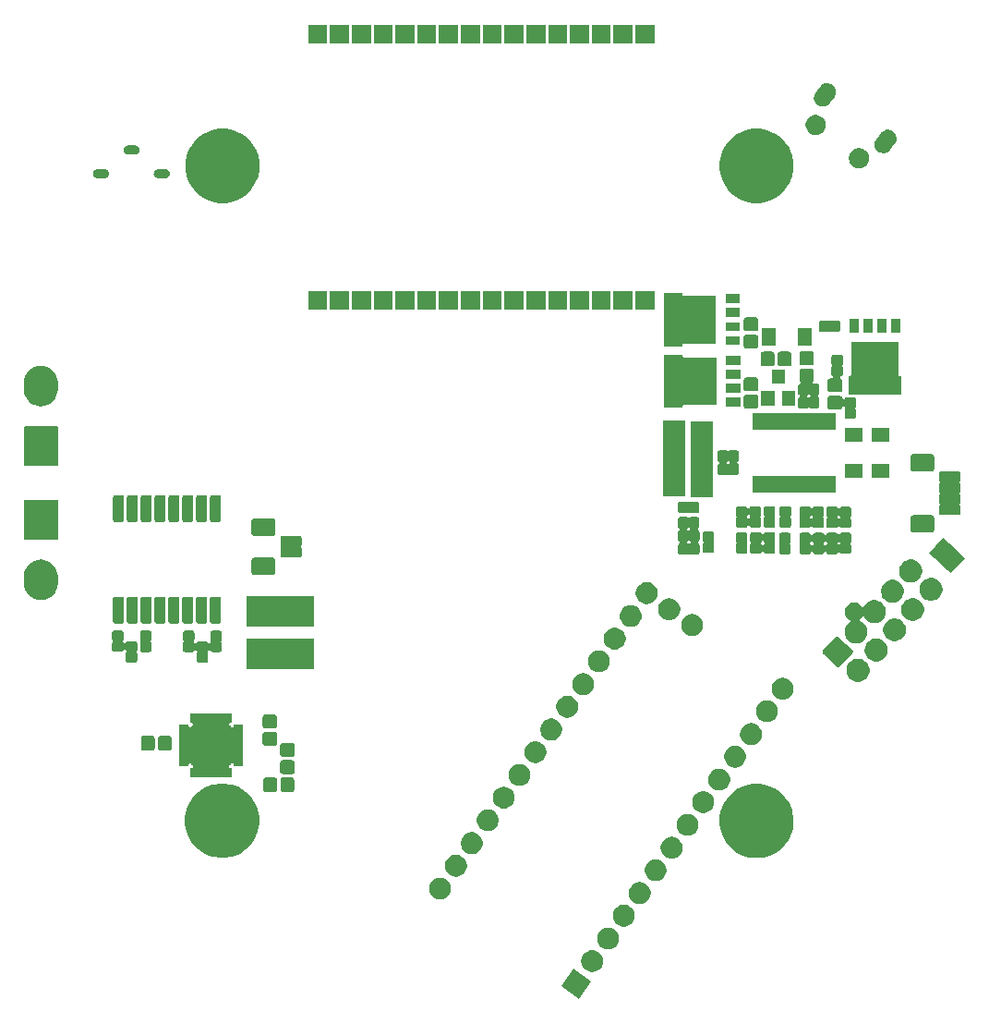
<source format=gbs>
G04 #@! TF.GenerationSoftware,KiCad,Pcbnew,5.1.4-e60b266~84~ubuntu18.04.1*
G04 #@! TF.CreationDate,2019-09-10T17:15:46-06:00*
G04 #@! TF.ProjectId,main_board_onion,6d61696e-5f62-46f6-9172-645f6f6e696f,rev?*
G04 #@! TF.SameCoordinates,Original*
G04 #@! TF.FileFunction,Soldermask,Bot*
G04 #@! TF.FilePolarity,Negative*
%FSLAX46Y46*%
G04 Gerber Fmt 4.6, Leading zero omitted, Abs format (unit mm)*
G04 Created by KiCad (PCBNEW 5.1.4-e60b266~84~ubuntu18.04.1) date 2019-09-10 17:15:46*
%MOMM*%
%LPD*%
G04 APERTURE LIST*
%ADD10C,0.100000*%
G04 APERTURE END LIST*
D10*
G36*
X120850000Y-111875000D02*
G01*
X121750000Y-111875000D01*
X121750000Y-112225000D01*
X120850000Y-112225000D01*
X120850000Y-111875000D01*
G37*
G36*
X120850000Y-112375000D02*
G01*
X121750000Y-112375000D01*
X121750000Y-112725000D01*
X120850000Y-112725000D01*
X120850000Y-112375000D01*
G37*
G36*
X120850000Y-112875000D02*
G01*
X121750000Y-112875000D01*
X121750000Y-113225000D01*
X120850000Y-113225000D01*
X120850000Y-112875000D01*
G37*
G36*
X120850000Y-113375000D02*
G01*
X121750000Y-113375000D01*
X121750000Y-113725000D01*
X120850000Y-113725000D01*
X120850000Y-113375000D01*
G37*
G36*
X120850000Y-113875000D02*
G01*
X121750000Y-113875000D01*
X121750000Y-114225000D01*
X120850000Y-114225000D01*
X120850000Y-113875000D01*
G37*
G36*
X120850000Y-114375000D02*
G01*
X121750000Y-114375000D01*
X121750000Y-114725000D01*
X120850000Y-114725000D01*
X120850000Y-114375000D01*
G37*
G36*
X120850000Y-114875000D02*
G01*
X121750000Y-114875000D01*
X121750000Y-115225000D01*
X120850000Y-115225000D01*
X120850000Y-114875000D01*
G37*
G36*
X120850000Y-115375000D02*
G01*
X121750000Y-115375000D01*
X121750000Y-115725000D01*
X120850000Y-115725000D01*
X120850000Y-115375000D01*
G37*
G36*
X121875000Y-116750000D02*
G01*
X121875000Y-115850000D01*
X122225000Y-115850000D01*
X122225000Y-116750000D01*
X121875000Y-116750000D01*
G37*
G36*
X122375000Y-116750000D02*
G01*
X122375000Y-115850000D01*
X122725000Y-115850000D01*
X122725000Y-116750000D01*
X122375000Y-116750000D01*
G37*
G36*
X122875000Y-116750000D02*
G01*
X122875000Y-115850000D01*
X123225000Y-115850000D01*
X123225000Y-116750000D01*
X122875000Y-116750000D01*
G37*
G36*
X123375000Y-116750000D02*
G01*
X123375000Y-115850000D01*
X123725000Y-115850000D01*
X123725000Y-116750000D01*
X123375000Y-116750000D01*
G37*
G36*
X123875000Y-116750000D02*
G01*
X123875000Y-115850000D01*
X124225000Y-115850000D01*
X124225000Y-116750000D01*
X123875000Y-116750000D01*
G37*
G36*
X124375000Y-116750000D02*
G01*
X124375000Y-115850000D01*
X124725000Y-115850000D01*
X124725000Y-116750000D01*
X124375000Y-116750000D01*
G37*
G36*
X124875000Y-116750000D02*
G01*
X124875000Y-115850000D01*
X125225000Y-115850000D01*
X125225000Y-116750000D01*
X124875000Y-116750000D01*
G37*
G36*
X125375000Y-116750000D02*
G01*
X125375000Y-115850000D01*
X125725000Y-115850000D01*
X125725000Y-116750000D01*
X125375000Y-116750000D01*
G37*
G36*
X126750000Y-115725000D02*
G01*
X125850000Y-115725000D01*
X125850000Y-115375000D01*
X126750000Y-115375000D01*
X126750000Y-115725000D01*
G37*
G36*
X126750000Y-115225000D02*
G01*
X125850000Y-115225000D01*
X125850000Y-114875000D01*
X126750000Y-114875000D01*
X126750000Y-115225000D01*
G37*
G36*
X126750000Y-114725000D02*
G01*
X125850000Y-114725000D01*
X125850000Y-114375000D01*
X126750000Y-114375000D01*
X126750000Y-114725000D01*
G37*
G36*
X126750000Y-114225000D02*
G01*
X125850000Y-114225000D01*
X125850000Y-113875000D01*
X126750000Y-113875000D01*
X126750000Y-114225000D01*
G37*
G36*
X126750000Y-113725000D02*
G01*
X125850000Y-113725000D01*
X125850000Y-113375000D01*
X126750000Y-113375000D01*
X126750000Y-113725000D01*
G37*
G36*
X126750000Y-113225000D02*
G01*
X125850000Y-113225000D01*
X125850000Y-112875000D01*
X126750000Y-112875000D01*
X126750000Y-113225000D01*
G37*
G36*
X126750000Y-112725000D02*
G01*
X125850000Y-112725000D01*
X125850000Y-112375000D01*
X126750000Y-112375000D01*
X126750000Y-112725000D01*
G37*
G36*
X126750000Y-112225000D02*
G01*
X125850000Y-112225000D01*
X125850000Y-111875000D01*
X126750000Y-111875000D01*
X126750000Y-112225000D01*
G37*
G36*
X125725000Y-110850000D02*
G01*
X125725000Y-111750000D01*
X125375000Y-111750000D01*
X125375000Y-110850000D01*
X125725000Y-110850000D01*
G37*
G36*
X125225000Y-110850000D02*
G01*
X125225000Y-111750000D01*
X124875000Y-111750000D01*
X124875000Y-110850000D01*
X125225000Y-110850000D01*
G37*
G36*
X124725000Y-110850000D02*
G01*
X124725000Y-111750000D01*
X124375000Y-111750000D01*
X124375000Y-110850000D01*
X124725000Y-110850000D01*
G37*
G36*
X124225000Y-110850000D02*
G01*
X124225000Y-111750000D01*
X123875000Y-111750000D01*
X123875000Y-110850000D01*
X124225000Y-110850000D01*
G37*
G36*
X123725000Y-110850000D02*
G01*
X123725000Y-111750000D01*
X123375000Y-111750000D01*
X123375000Y-110850000D01*
X123725000Y-110850000D01*
G37*
G36*
X123225000Y-110850000D02*
G01*
X123225000Y-111750000D01*
X122875000Y-111750000D01*
X122875000Y-110850000D01*
X123225000Y-110850000D01*
G37*
G36*
X122725000Y-110850000D02*
G01*
X122725000Y-111750000D01*
X122375000Y-111750000D01*
X122375000Y-110850000D01*
X122725000Y-110850000D01*
G37*
G36*
X122225000Y-110850000D02*
G01*
X122225000Y-111750000D01*
X121875000Y-111750000D01*
X121875000Y-110850000D01*
X122225000Y-110850000D01*
G37*
G36*
X158664921Y-135399278D02*
G01*
X157517767Y-137037582D01*
X155879463Y-135890428D01*
X157026617Y-134252124D01*
X158664921Y-135399278D01*
X158664921Y-135399278D01*
G37*
G36*
X158956366Y-132589826D02*
G01*
X159020765Y-132602636D01*
X159202754Y-132678018D01*
X159366539Y-132787456D01*
X159505827Y-132926744D01*
X159615265Y-133090529D01*
X159690647Y-133272518D01*
X159729076Y-133465716D01*
X159729076Y-133662698D01*
X159690647Y-133855896D01*
X159615265Y-134037885D01*
X159505827Y-134201670D01*
X159366539Y-134340958D01*
X159202754Y-134450396D01*
X159020765Y-134525778D01*
X158956366Y-134538588D01*
X158827569Y-134564207D01*
X158630583Y-134564207D01*
X158501786Y-134538588D01*
X158437387Y-134525778D01*
X158255398Y-134450396D01*
X158091613Y-134340958D01*
X157952325Y-134201670D01*
X157842887Y-134037885D01*
X157767505Y-133855896D01*
X157729076Y-133662698D01*
X157729076Y-133465716D01*
X157767505Y-133272518D01*
X157842887Y-133090529D01*
X157952325Y-132926744D01*
X158091613Y-132787456D01*
X158255398Y-132678018D01*
X158437387Y-132602636D01*
X158501786Y-132589826D01*
X158630583Y-132564207D01*
X158827569Y-132564207D01*
X158956366Y-132589826D01*
X158956366Y-132589826D01*
G37*
G36*
X160413250Y-130509179D02*
G01*
X160477649Y-130521989D01*
X160659638Y-130597371D01*
X160823423Y-130706809D01*
X160962711Y-130846097D01*
X161072149Y-131009882D01*
X161147531Y-131191871D01*
X161185960Y-131385069D01*
X161185960Y-131582051D01*
X161147531Y-131775249D01*
X161072149Y-131957238D01*
X160962711Y-132121023D01*
X160823423Y-132260311D01*
X160659638Y-132369749D01*
X160477649Y-132445131D01*
X160413250Y-132457941D01*
X160284453Y-132483560D01*
X160087467Y-132483560D01*
X159958670Y-132457941D01*
X159894271Y-132445131D01*
X159712282Y-132369749D01*
X159548497Y-132260311D01*
X159409209Y-132121023D01*
X159299771Y-131957238D01*
X159224389Y-131775249D01*
X159185960Y-131582051D01*
X159185960Y-131385069D01*
X159224389Y-131191871D01*
X159299771Y-131009882D01*
X159409209Y-130846097D01*
X159548497Y-130706809D01*
X159712282Y-130597371D01*
X159894271Y-130521989D01*
X159958670Y-130509179D01*
X160087467Y-130483560D01*
X160284453Y-130483560D01*
X160413250Y-130509179D01*
X160413250Y-130509179D01*
G37*
G36*
X161870134Y-128428533D02*
G01*
X161934533Y-128441343D01*
X162116522Y-128516725D01*
X162280307Y-128626163D01*
X162419595Y-128765451D01*
X162529033Y-128929236D01*
X162604415Y-129111225D01*
X162642844Y-129304423D01*
X162642844Y-129501405D01*
X162604415Y-129694603D01*
X162529033Y-129876592D01*
X162419595Y-130040377D01*
X162280307Y-130179665D01*
X162116522Y-130289103D01*
X161934533Y-130364485D01*
X161870134Y-130377295D01*
X161741337Y-130402914D01*
X161544351Y-130402914D01*
X161415554Y-130377295D01*
X161351155Y-130364485D01*
X161169166Y-130289103D01*
X161005381Y-130179665D01*
X160866093Y-130040377D01*
X160756655Y-129876592D01*
X160681273Y-129694603D01*
X160642844Y-129501405D01*
X160642844Y-129304423D01*
X160681273Y-129111225D01*
X160756655Y-128929236D01*
X160866093Y-128765451D01*
X161005381Y-128626163D01*
X161169166Y-128516725D01*
X161351155Y-128441343D01*
X161415554Y-128428533D01*
X161544351Y-128402914D01*
X161741337Y-128402914D01*
X161870134Y-128428533D01*
X161870134Y-128428533D01*
G37*
G36*
X163327018Y-126347887D02*
G01*
X163391417Y-126360697D01*
X163573406Y-126436079D01*
X163737191Y-126545517D01*
X163876479Y-126684805D01*
X163985917Y-126848590D01*
X164061299Y-127030579D01*
X164099728Y-127223777D01*
X164099728Y-127420759D01*
X164061299Y-127613957D01*
X163985917Y-127795946D01*
X163876479Y-127959731D01*
X163737191Y-128099019D01*
X163573406Y-128208457D01*
X163391417Y-128283839D01*
X163327018Y-128296649D01*
X163198221Y-128322268D01*
X163001235Y-128322268D01*
X162872438Y-128296649D01*
X162808039Y-128283839D01*
X162626050Y-128208457D01*
X162462265Y-128099019D01*
X162322977Y-127959731D01*
X162213539Y-127795946D01*
X162138157Y-127613957D01*
X162099728Y-127420759D01*
X162099728Y-127223777D01*
X162138157Y-127030579D01*
X162213539Y-126848590D01*
X162322977Y-126684805D01*
X162462265Y-126545517D01*
X162626050Y-126436079D01*
X162808039Y-126360697D01*
X162872438Y-126347887D01*
X163001235Y-126322268D01*
X163198221Y-126322268D01*
X163327018Y-126347887D01*
X163327018Y-126347887D01*
G37*
G36*
X145015604Y-125929167D02*
G01*
X145080003Y-125941977D01*
X145261992Y-126017359D01*
X145425777Y-126126797D01*
X145565065Y-126266085D01*
X145674503Y-126429870D01*
X145749885Y-126611859D01*
X145788314Y-126805057D01*
X145788314Y-127002039D01*
X145749885Y-127195237D01*
X145674503Y-127377226D01*
X145565065Y-127541011D01*
X145425777Y-127680299D01*
X145261992Y-127789737D01*
X145080003Y-127865119D01*
X145015604Y-127877929D01*
X144886807Y-127903548D01*
X144689821Y-127903548D01*
X144561024Y-127877929D01*
X144496625Y-127865119D01*
X144314636Y-127789737D01*
X144150851Y-127680299D01*
X144011563Y-127541011D01*
X143902125Y-127377226D01*
X143826743Y-127195237D01*
X143788314Y-127002039D01*
X143788314Y-126805057D01*
X143826743Y-126611859D01*
X143902125Y-126429870D01*
X144011563Y-126266085D01*
X144150851Y-126126797D01*
X144314636Y-126017359D01*
X144496625Y-125941977D01*
X144561024Y-125929167D01*
X144689821Y-125903548D01*
X144886807Y-125903548D01*
X145015604Y-125929167D01*
X145015604Y-125929167D01*
G37*
G36*
X164783902Y-124267241D02*
G01*
X164848301Y-124280051D01*
X165030290Y-124355433D01*
X165194075Y-124464871D01*
X165333363Y-124604159D01*
X165442801Y-124767944D01*
X165518183Y-124949933D01*
X165556612Y-125143131D01*
X165556612Y-125340113D01*
X165518183Y-125533311D01*
X165442801Y-125715300D01*
X165333363Y-125879085D01*
X165194075Y-126018373D01*
X165030290Y-126127811D01*
X164848301Y-126203193D01*
X164783902Y-126216003D01*
X164655105Y-126241622D01*
X164458119Y-126241622D01*
X164329322Y-126216003D01*
X164264923Y-126203193D01*
X164082934Y-126127811D01*
X163919149Y-126018373D01*
X163779861Y-125879085D01*
X163670423Y-125715300D01*
X163595041Y-125533311D01*
X163556612Y-125340113D01*
X163556612Y-125143131D01*
X163595041Y-124949933D01*
X163670423Y-124767944D01*
X163779861Y-124604159D01*
X163919149Y-124464871D01*
X164082934Y-124355433D01*
X164264923Y-124280051D01*
X164329322Y-124267241D01*
X164458119Y-124241622D01*
X164655105Y-124241622D01*
X164783902Y-124267241D01*
X164783902Y-124267241D01*
G37*
G36*
X146472489Y-123848521D02*
G01*
X146536888Y-123861331D01*
X146718877Y-123936713D01*
X146882662Y-124046151D01*
X147021950Y-124185439D01*
X147131388Y-124349224D01*
X147206770Y-124531213D01*
X147245199Y-124724411D01*
X147245199Y-124921393D01*
X147206770Y-125114591D01*
X147131388Y-125296580D01*
X147021950Y-125460365D01*
X146882662Y-125599653D01*
X146718877Y-125709091D01*
X146536888Y-125784473D01*
X146472489Y-125797283D01*
X146343692Y-125822902D01*
X146146706Y-125822902D01*
X146017909Y-125797283D01*
X145953510Y-125784473D01*
X145771521Y-125709091D01*
X145607736Y-125599653D01*
X145468448Y-125460365D01*
X145359010Y-125296580D01*
X145283628Y-125114591D01*
X145245199Y-124921393D01*
X145245199Y-124724411D01*
X145283628Y-124531213D01*
X145359010Y-124349224D01*
X145468448Y-124185439D01*
X145607736Y-124046151D01*
X145771521Y-123936713D01*
X145953510Y-123861331D01*
X146017909Y-123848521D01*
X146146706Y-123822902D01*
X146343692Y-123822902D01*
X146472489Y-123848521D01*
X146472489Y-123848521D01*
G37*
G36*
X166240787Y-122186595D02*
G01*
X166305186Y-122199405D01*
X166487175Y-122274787D01*
X166650960Y-122384225D01*
X166790248Y-122523513D01*
X166899686Y-122687298D01*
X166975068Y-122869287D01*
X166977373Y-122880874D01*
X167013497Y-123062483D01*
X167013497Y-123259469D01*
X166994604Y-123354452D01*
X166975068Y-123452665D01*
X166899686Y-123634654D01*
X166790248Y-123798439D01*
X166650960Y-123937727D01*
X166487175Y-124047165D01*
X166305186Y-124122547D01*
X166240787Y-124135357D01*
X166111990Y-124160976D01*
X165915004Y-124160976D01*
X165786207Y-124135357D01*
X165721808Y-124122547D01*
X165539819Y-124047165D01*
X165376034Y-123937727D01*
X165236746Y-123798439D01*
X165127308Y-123634654D01*
X165051926Y-123452665D01*
X165032390Y-123354452D01*
X165013497Y-123259469D01*
X165013497Y-123062483D01*
X165049621Y-122880874D01*
X165051926Y-122869287D01*
X165127308Y-122687298D01*
X165236746Y-122523513D01*
X165376034Y-122384225D01*
X165539819Y-122274787D01*
X165721808Y-122199405D01*
X165786207Y-122186595D01*
X165915004Y-122160976D01*
X166111990Y-122160976D01*
X166240787Y-122186595D01*
X166240787Y-122186595D01*
G37*
G36*
X174462807Y-117378830D02*
G01*
X174791243Y-117444160D01*
X175062451Y-117556498D01*
X175398728Y-117695788D01*
X175410004Y-117700459D01*
X175493501Y-117756250D01*
X175966873Y-118072547D01*
X176440453Y-118546127D01*
X176548609Y-118707994D01*
X176812541Y-119102996D01*
X177068840Y-119721757D01*
X177116479Y-119961254D01*
X177199500Y-120378628D01*
X177199500Y-121048372D01*
X177135123Y-121372017D01*
X177068840Y-121705243D01*
X176812541Y-122324004D01*
X176727975Y-122450566D01*
X176440453Y-122880873D01*
X175966873Y-123354453D01*
X175819888Y-123452665D01*
X175410004Y-123726541D01*
X174791243Y-123982840D01*
X174472957Y-124046151D01*
X174134372Y-124113500D01*
X173464628Y-124113500D01*
X173126043Y-124046151D01*
X172807757Y-123982840D01*
X172188996Y-123726541D01*
X171779112Y-123452665D01*
X171632127Y-123354453D01*
X171158547Y-122880873D01*
X170871025Y-122450566D01*
X170786459Y-122324004D01*
X170530160Y-121705243D01*
X170463877Y-121372017D01*
X170399500Y-121048372D01*
X170399500Y-120378628D01*
X170482521Y-119961254D01*
X170530160Y-119721757D01*
X170786459Y-119102996D01*
X171050391Y-118707994D01*
X171158547Y-118546127D01*
X171632127Y-118072547D01*
X172105499Y-117756250D01*
X172188996Y-117700459D01*
X172200273Y-117695788D01*
X172536549Y-117556498D01*
X172807757Y-117444160D01*
X173136193Y-117378830D01*
X173464628Y-117313500D01*
X174134372Y-117313500D01*
X174462807Y-117378830D01*
X174462807Y-117378830D01*
G37*
G36*
X125478907Y-117366130D02*
G01*
X125807343Y-117431460D01*
X126426104Y-117687759D01*
X126612955Y-117812609D01*
X126982973Y-118059847D01*
X127456553Y-118533427D01*
X127641334Y-118809972D01*
X127828641Y-119090296D01*
X128055154Y-119637146D01*
X128084940Y-119709058D01*
X128215600Y-120365928D01*
X128215600Y-121035672D01*
X128163207Y-121299070D01*
X128084940Y-121692543D01*
X127828641Y-122311304D01*
X127735589Y-122450566D01*
X127456553Y-122868173D01*
X126982973Y-123341753D01*
X126963966Y-123354453D01*
X126426104Y-123713841D01*
X126426103Y-123713842D01*
X126426102Y-123713842D01*
X126244871Y-123788910D01*
X125807343Y-123970140D01*
X125478907Y-124035470D01*
X125150472Y-124100800D01*
X124480728Y-124100800D01*
X124152293Y-124035470D01*
X123823857Y-123970140D01*
X123386329Y-123788910D01*
X123205098Y-123713842D01*
X123205097Y-123713842D01*
X123205096Y-123713841D01*
X122667234Y-123354453D01*
X122648227Y-123341753D01*
X122174647Y-122868173D01*
X121895611Y-122450566D01*
X121802559Y-122311304D01*
X121546260Y-121692543D01*
X121467993Y-121299070D01*
X121415600Y-121035672D01*
X121415600Y-120365928D01*
X121546260Y-119709058D01*
X121576047Y-119637146D01*
X121802559Y-119090296D01*
X121989866Y-118809972D01*
X122174647Y-118533427D01*
X122648227Y-118059847D01*
X123018245Y-117812609D01*
X123205096Y-117687759D01*
X123823857Y-117431460D01*
X124152293Y-117366130D01*
X124480728Y-117300800D01*
X125150472Y-117300800D01*
X125478907Y-117366130D01*
X125478907Y-117366130D01*
G37*
G36*
X147929373Y-121767874D02*
G01*
X147993772Y-121780684D01*
X148175761Y-121856066D01*
X148339546Y-121965504D01*
X148478834Y-122104792D01*
X148588272Y-122268577D01*
X148663654Y-122450566D01*
X148663654Y-122450567D01*
X148702083Y-122643762D01*
X148702083Y-122840748D01*
X148694101Y-122880874D01*
X148663654Y-123033944D01*
X148588272Y-123215933D01*
X148478834Y-123379718D01*
X148339546Y-123519006D01*
X148175761Y-123628444D01*
X147993772Y-123703826D01*
X147929373Y-123716636D01*
X147800576Y-123742255D01*
X147603590Y-123742255D01*
X147474793Y-123716636D01*
X147410394Y-123703826D01*
X147228405Y-123628444D01*
X147064620Y-123519006D01*
X146925332Y-123379718D01*
X146815894Y-123215933D01*
X146740512Y-123033944D01*
X146710065Y-122880874D01*
X146702083Y-122840748D01*
X146702083Y-122643762D01*
X146740512Y-122450567D01*
X146740512Y-122450566D01*
X146815894Y-122268577D01*
X146925332Y-122104792D01*
X147064620Y-121965504D01*
X147228405Y-121856066D01*
X147410394Y-121780684D01*
X147474793Y-121767874D01*
X147603590Y-121742255D01*
X147800576Y-121742255D01*
X147929373Y-121767874D01*
X147929373Y-121767874D01*
G37*
G36*
X167697671Y-120105948D02*
G01*
X167762070Y-120118758D01*
X167944059Y-120194140D01*
X168107844Y-120303578D01*
X168247132Y-120442866D01*
X168356570Y-120606651D01*
X168431952Y-120788640D01*
X168470381Y-120981838D01*
X168470381Y-121178820D01*
X168431952Y-121372018D01*
X168356570Y-121554007D01*
X168247132Y-121717792D01*
X168107844Y-121857080D01*
X167944059Y-121966518D01*
X167762070Y-122041900D01*
X167697671Y-122054710D01*
X167568874Y-122080329D01*
X167371888Y-122080329D01*
X167243091Y-122054710D01*
X167178692Y-122041900D01*
X166996703Y-121966518D01*
X166832918Y-121857080D01*
X166693630Y-121717792D01*
X166584192Y-121554007D01*
X166508810Y-121372018D01*
X166470381Y-121178820D01*
X166470381Y-120981838D01*
X166508810Y-120788640D01*
X166584192Y-120606651D01*
X166693630Y-120442866D01*
X166832918Y-120303578D01*
X166996703Y-120194140D01*
X167178692Y-120118758D01*
X167243091Y-120105948D01*
X167371888Y-120080329D01*
X167568874Y-120080329D01*
X167697671Y-120105948D01*
X167697671Y-120105948D01*
G37*
G36*
X149386257Y-119687228D02*
G01*
X149450656Y-119700038D01*
X149632645Y-119775420D01*
X149796430Y-119884858D01*
X149935718Y-120024146D01*
X150045156Y-120187931D01*
X150120538Y-120369920D01*
X150158967Y-120563118D01*
X150158967Y-120760100D01*
X150120538Y-120953298D01*
X150045156Y-121135287D01*
X149935718Y-121299072D01*
X149796430Y-121438360D01*
X149632645Y-121547798D01*
X149450656Y-121623180D01*
X149386257Y-121635990D01*
X149257460Y-121661609D01*
X149060474Y-121661609D01*
X148931677Y-121635990D01*
X148867278Y-121623180D01*
X148685289Y-121547798D01*
X148521504Y-121438360D01*
X148382216Y-121299072D01*
X148272778Y-121135287D01*
X148197396Y-120953298D01*
X148158967Y-120760100D01*
X148158967Y-120563118D01*
X148197396Y-120369920D01*
X148272778Y-120187931D01*
X148382216Y-120024146D01*
X148521504Y-119884858D01*
X148685289Y-119775420D01*
X148867278Y-119700038D01*
X148931677Y-119687228D01*
X149060474Y-119661609D01*
X149257460Y-119661609D01*
X149386257Y-119687228D01*
X149386257Y-119687228D01*
G37*
G36*
X169134338Y-118021281D02*
G01*
X169218954Y-118038112D01*
X169400943Y-118113494D01*
X169564728Y-118222932D01*
X169704016Y-118362220D01*
X169813454Y-118526005D01*
X169877014Y-118679454D01*
X169888836Y-118707995D01*
X169927265Y-118901190D01*
X169927265Y-119098176D01*
X169903346Y-119218424D01*
X169888836Y-119291372D01*
X169813454Y-119473361D01*
X169704016Y-119637146D01*
X169564728Y-119776434D01*
X169400943Y-119885872D01*
X169218954Y-119961254D01*
X169154555Y-119974064D01*
X169025758Y-119999683D01*
X168828772Y-119999683D01*
X168699975Y-119974064D01*
X168635576Y-119961254D01*
X168453587Y-119885872D01*
X168289802Y-119776434D01*
X168150514Y-119637146D01*
X168041076Y-119473361D01*
X167965694Y-119291372D01*
X167951184Y-119218424D01*
X167927265Y-119098176D01*
X167927265Y-118901190D01*
X167965694Y-118707995D01*
X167977516Y-118679454D01*
X168041076Y-118526005D01*
X168150514Y-118362220D01*
X168289802Y-118222932D01*
X168453587Y-118113494D01*
X168635576Y-118038112D01*
X168720192Y-118021281D01*
X168828772Y-117999683D01*
X169025758Y-117999683D01*
X169134338Y-118021281D01*
X169134338Y-118021281D01*
G37*
G36*
X150843141Y-117606582D02*
G01*
X150907540Y-117619392D01*
X151089529Y-117694774D01*
X151253314Y-117804212D01*
X151392602Y-117943500D01*
X151502040Y-118107285D01*
X151577422Y-118289274D01*
X151615851Y-118482472D01*
X151615851Y-118679454D01*
X151577422Y-118872652D01*
X151502040Y-119054641D01*
X151392602Y-119218426D01*
X151253314Y-119357714D01*
X151089529Y-119467152D01*
X150907540Y-119542534D01*
X150843141Y-119555344D01*
X150714344Y-119580963D01*
X150517358Y-119580963D01*
X150388561Y-119555344D01*
X150324162Y-119542534D01*
X150142173Y-119467152D01*
X149978388Y-119357714D01*
X149839100Y-119218426D01*
X149729662Y-119054641D01*
X149654280Y-118872652D01*
X149615851Y-118679454D01*
X149615851Y-118482472D01*
X149654280Y-118289274D01*
X149729662Y-118107285D01*
X149839100Y-117943500D01*
X149978388Y-117804212D01*
X150142173Y-117694774D01*
X150324162Y-117619392D01*
X150388561Y-117606582D01*
X150517358Y-117580963D01*
X150714344Y-117580963D01*
X150843141Y-117606582D01*
X150843141Y-117606582D01*
G37*
G36*
X131218622Y-116730517D02*
G01*
X131266585Y-116745066D01*
X131310778Y-116768688D01*
X131349519Y-116800481D01*
X131381312Y-116839222D01*
X131404934Y-116883415D01*
X131419483Y-116931378D01*
X131425000Y-116987391D01*
X131425000Y-117812609D01*
X131419483Y-117868622D01*
X131404934Y-117916585D01*
X131381312Y-117960778D01*
X131349519Y-117999519D01*
X131310778Y-118031312D01*
X131266585Y-118054934D01*
X131218622Y-118069483D01*
X131162609Y-118075000D01*
X130412391Y-118075000D01*
X130356378Y-118069483D01*
X130308415Y-118054934D01*
X130264222Y-118031312D01*
X130225481Y-117999519D01*
X130193688Y-117960778D01*
X130170066Y-117916585D01*
X130155517Y-117868622D01*
X130150000Y-117812609D01*
X130150000Y-116987391D01*
X130155517Y-116931378D01*
X130170066Y-116883415D01*
X130193688Y-116839222D01*
X130225481Y-116800481D01*
X130264222Y-116768688D01*
X130308415Y-116745066D01*
X130356378Y-116730517D01*
X130412391Y-116725000D01*
X131162609Y-116725000D01*
X131218622Y-116730517D01*
X131218622Y-116730517D01*
G37*
G36*
X129643622Y-116730517D02*
G01*
X129691585Y-116745066D01*
X129735778Y-116768688D01*
X129774519Y-116800481D01*
X129806312Y-116839222D01*
X129829934Y-116883415D01*
X129844483Y-116931378D01*
X129850000Y-116987391D01*
X129850000Y-117812609D01*
X129844483Y-117868622D01*
X129829934Y-117916585D01*
X129806312Y-117960778D01*
X129774519Y-117999519D01*
X129735778Y-118031312D01*
X129691585Y-118054934D01*
X129643622Y-118069483D01*
X129587609Y-118075000D01*
X128837391Y-118075000D01*
X128781378Y-118069483D01*
X128733415Y-118054934D01*
X128689222Y-118031312D01*
X128650481Y-117999519D01*
X128618688Y-117960778D01*
X128595066Y-117916585D01*
X128580517Y-117868622D01*
X128575000Y-117812609D01*
X128575000Y-116987391D01*
X128580517Y-116931378D01*
X128595066Y-116883415D01*
X128618688Y-116839222D01*
X128650481Y-116800481D01*
X128689222Y-116768688D01*
X128733415Y-116745066D01*
X128781378Y-116730517D01*
X128837391Y-116725000D01*
X129587609Y-116725000D01*
X129643622Y-116730517D01*
X129643622Y-116730517D01*
G37*
G36*
X170611439Y-115944656D02*
G01*
X170675838Y-115957466D01*
X170857827Y-116032848D01*
X171021612Y-116142286D01*
X171160900Y-116281574D01*
X171270338Y-116445359D01*
X171333898Y-116598808D01*
X171345720Y-116627349D01*
X171384149Y-116820544D01*
X171384149Y-117017530D01*
X171360230Y-117137778D01*
X171345720Y-117210726D01*
X171270338Y-117392715D01*
X171160900Y-117556500D01*
X171021612Y-117695788D01*
X170857827Y-117805226D01*
X170675838Y-117880608D01*
X170611439Y-117893418D01*
X170482642Y-117919037D01*
X170285656Y-117919037D01*
X170156859Y-117893418D01*
X170092460Y-117880608D01*
X169910471Y-117805226D01*
X169746686Y-117695788D01*
X169607398Y-117556500D01*
X169497960Y-117392715D01*
X169422578Y-117210726D01*
X169408068Y-117137778D01*
X169384149Y-117017530D01*
X169384149Y-116820544D01*
X169422578Y-116627349D01*
X169434400Y-116598808D01*
X169497960Y-116445359D01*
X169607398Y-116281574D01*
X169746686Y-116142286D01*
X169910471Y-116032848D01*
X170092460Y-115957466D01*
X170156859Y-115944656D01*
X170285656Y-115919037D01*
X170482642Y-115919037D01*
X170611439Y-115944656D01*
X170611439Y-115944656D01*
G37*
G36*
X152295619Y-115525060D02*
G01*
X152364424Y-115538746D01*
X152546413Y-115614128D01*
X152710198Y-115723566D01*
X152849486Y-115862854D01*
X152958924Y-116026639D01*
X153034306Y-116208628D01*
X153034306Y-116208629D01*
X153072519Y-116400737D01*
X153072735Y-116401826D01*
X153072735Y-116598808D01*
X153034306Y-116792006D01*
X152958924Y-116973995D01*
X152849486Y-117137780D01*
X152710198Y-117277068D01*
X152546413Y-117386506D01*
X152364424Y-117461888D01*
X152300025Y-117474698D01*
X152171228Y-117500317D01*
X151974242Y-117500317D01*
X151845445Y-117474698D01*
X151781046Y-117461888D01*
X151599057Y-117386506D01*
X151435272Y-117277068D01*
X151295984Y-117137780D01*
X151186546Y-116973995D01*
X151111164Y-116792006D01*
X151072735Y-116598808D01*
X151072735Y-116401826D01*
X151072952Y-116400737D01*
X151111164Y-116208629D01*
X151111164Y-116208628D01*
X151186546Y-116026639D01*
X151295984Y-115862854D01*
X151435272Y-115723566D01*
X151599057Y-115614128D01*
X151781046Y-115538746D01*
X151849851Y-115525060D01*
X151974242Y-115500317D01*
X152171228Y-115500317D01*
X152295619Y-115525060D01*
X152295619Y-115525060D01*
G37*
G36*
X125725800Y-111749201D02*
G01*
X125725975Y-111750975D01*
X125724201Y-111750800D01*
X125549446Y-111750800D01*
X125525060Y-111753202D01*
X125501611Y-111760315D01*
X125480000Y-111771866D01*
X125461058Y-111787411D01*
X125445513Y-111806353D01*
X125433962Y-111827964D01*
X125426849Y-111851413D01*
X125424447Y-111875799D01*
X125426849Y-111900185D01*
X125433962Y-111923634D01*
X125445513Y-111945245D01*
X125461058Y-111964187D01*
X125480000Y-111979732D01*
X125501611Y-111991283D01*
X125525060Y-111998396D01*
X125537195Y-112000196D01*
X125546284Y-112001091D01*
X125558853Y-112004904D01*
X125570428Y-112011091D01*
X125580579Y-112019421D01*
X125588909Y-112029572D01*
X125595096Y-112041147D01*
X125598909Y-112053716D01*
X125599804Y-112062805D01*
X125604584Y-112086838D01*
X125613961Y-112109477D01*
X125627575Y-112129852D01*
X125644902Y-112147179D01*
X125665276Y-112160793D01*
X125687915Y-112170170D01*
X125711948Y-112174951D01*
X125736452Y-112174951D01*
X125760485Y-112170171D01*
X125783124Y-112160794D01*
X125803499Y-112147180D01*
X125820826Y-112129853D01*
X125834440Y-112109479D01*
X125843817Y-112086840D01*
X125848598Y-112062807D01*
X125849200Y-112050554D01*
X125849200Y-111875799D01*
X125849025Y-111874025D01*
X125850799Y-111874200D01*
X126750800Y-111874200D01*
X126750800Y-115725800D01*
X125850799Y-115725800D01*
X125849025Y-115725975D01*
X125849200Y-115724201D01*
X125849200Y-115549446D01*
X125846798Y-115525060D01*
X125839685Y-115501611D01*
X125828134Y-115480000D01*
X125812589Y-115461058D01*
X125793647Y-115445513D01*
X125772036Y-115433962D01*
X125748587Y-115426849D01*
X125724201Y-115424447D01*
X125699815Y-115426849D01*
X125676366Y-115433962D01*
X125654755Y-115445513D01*
X125635813Y-115461058D01*
X125620268Y-115480000D01*
X125608717Y-115501611D01*
X125601604Y-115525060D01*
X125599804Y-115537195D01*
X125598909Y-115546284D01*
X125595096Y-115558853D01*
X125588909Y-115570428D01*
X125580579Y-115580579D01*
X125570428Y-115588909D01*
X125558853Y-115595096D01*
X125546284Y-115598909D01*
X125537195Y-115599804D01*
X125513162Y-115604584D01*
X125490523Y-115613961D01*
X125470148Y-115627575D01*
X125452821Y-115644902D01*
X125439207Y-115665276D01*
X125429830Y-115687915D01*
X125425049Y-115711948D01*
X125425049Y-115736452D01*
X125429829Y-115760485D01*
X125439206Y-115783124D01*
X125452820Y-115803499D01*
X125470147Y-115820826D01*
X125490521Y-115834440D01*
X125513160Y-115843817D01*
X125537193Y-115848598D01*
X125549446Y-115849200D01*
X125724201Y-115849200D01*
X125725975Y-115849025D01*
X125725800Y-115850799D01*
X125725800Y-116750800D01*
X121874200Y-116750800D01*
X121874200Y-115850799D01*
X121874025Y-115849025D01*
X121875799Y-115849200D01*
X122050554Y-115849200D01*
X122074940Y-115846798D01*
X122098389Y-115839685D01*
X122120000Y-115828134D01*
X122138942Y-115812589D01*
X122154487Y-115793647D01*
X122166038Y-115772036D01*
X122173151Y-115748587D01*
X122175553Y-115724201D01*
X122173151Y-115699815D01*
X122166038Y-115676366D01*
X122154487Y-115654755D01*
X122138942Y-115635813D01*
X122120000Y-115620268D01*
X122098389Y-115608717D01*
X122074940Y-115601604D01*
X122062805Y-115599804D01*
X122053716Y-115598909D01*
X122041147Y-115595096D01*
X122029572Y-115588909D01*
X122019421Y-115580579D01*
X122011091Y-115570428D01*
X122004904Y-115558853D01*
X122001091Y-115546284D01*
X122000196Y-115537195D01*
X121995416Y-115513162D01*
X121986039Y-115490523D01*
X121972425Y-115470148D01*
X121955098Y-115452821D01*
X121934724Y-115439207D01*
X121912085Y-115429830D01*
X121888052Y-115425049D01*
X121863548Y-115425049D01*
X121839515Y-115429829D01*
X121816876Y-115439206D01*
X121796501Y-115452820D01*
X121779174Y-115470147D01*
X121765560Y-115490521D01*
X121756183Y-115513160D01*
X121751402Y-115537193D01*
X121750800Y-115549446D01*
X121750800Y-115724201D01*
X121750975Y-115725975D01*
X121749201Y-115725800D01*
X120849200Y-115725800D01*
X120849200Y-111874200D01*
X121749201Y-111874200D01*
X121750975Y-111874025D01*
X121750800Y-111875799D01*
X121750800Y-112050554D01*
X121753202Y-112074940D01*
X121760315Y-112098389D01*
X121771866Y-112120000D01*
X121787411Y-112138942D01*
X121806353Y-112154487D01*
X121827964Y-112166038D01*
X121851413Y-112173151D01*
X121875799Y-112175553D01*
X121900185Y-112173151D01*
X121923634Y-112166038D01*
X121945245Y-112154487D01*
X121964187Y-112138942D01*
X121979732Y-112120000D01*
X121991283Y-112098389D01*
X121998396Y-112074940D01*
X122000196Y-112062805D01*
X122001091Y-112053716D01*
X122004904Y-112041147D01*
X122011091Y-112029572D01*
X122019421Y-112019421D01*
X122029572Y-112011091D01*
X122041147Y-112004904D01*
X122053716Y-112001091D01*
X122062805Y-112000196D01*
X122086838Y-111995416D01*
X122109477Y-111986039D01*
X122129852Y-111972425D01*
X122147179Y-111955098D01*
X122160793Y-111934724D01*
X122170170Y-111912085D01*
X122174951Y-111888052D01*
X122174951Y-111863548D01*
X122170171Y-111839515D01*
X122160794Y-111816876D01*
X122147180Y-111796501D01*
X122129853Y-111779174D01*
X122109479Y-111765560D01*
X122086840Y-111756183D01*
X122062807Y-111751402D01*
X122050554Y-111750800D01*
X121875799Y-111750800D01*
X121874025Y-111750975D01*
X121874200Y-111749201D01*
X121874200Y-110849200D01*
X125725800Y-110849200D01*
X125725800Y-111749201D01*
X125725800Y-111749201D01*
G37*
G36*
X131268622Y-115155517D02*
G01*
X131316585Y-115170066D01*
X131360778Y-115193688D01*
X131399519Y-115225481D01*
X131431312Y-115264222D01*
X131454934Y-115308415D01*
X131469483Y-115356378D01*
X131475000Y-115412391D01*
X131475000Y-116162609D01*
X131469483Y-116218622D01*
X131454934Y-116266585D01*
X131431312Y-116310778D01*
X131399519Y-116349519D01*
X131360778Y-116381312D01*
X131316585Y-116404934D01*
X131268622Y-116419483D01*
X131212609Y-116425000D01*
X130387391Y-116425000D01*
X130331378Y-116419483D01*
X130283415Y-116404934D01*
X130239222Y-116381312D01*
X130200481Y-116349519D01*
X130168688Y-116310778D01*
X130145066Y-116266585D01*
X130130517Y-116218622D01*
X130125000Y-116162609D01*
X130125000Y-115412391D01*
X130130517Y-115356378D01*
X130145066Y-115308415D01*
X130168688Y-115264222D01*
X130200481Y-115225481D01*
X130239222Y-115193688D01*
X130283415Y-115170066D01*
X130331378Y-115155517D01*
X130387391Y-115150000D01*
X131212609Y-115150000D01*
X131268622Y-115155517D01*
X131268622Y-115155517D01*
G37*
G36*
X172068323Y-113864010D02*
G01*
X172132722Y-113876820D01*
X172314711Y-113952202D01*
X172478496Y-114061640D01*
X172617784Y-114200928D01*
X172727222Y-114364713D01*
X172802604Y-114546702D01*
X172802604Y-114546703D01*
X172838229Y-114725800D01*
X172841033Y-114739900D01*
X172841033Y-114936882D01*
X172802604Y-115130080D01*
X172727222Y-115312069D01*
X172617784Y-115475854D01*
X172478496Y-115615142D01*
X172314711Y-115724580D01*
X172132722Y-115799962D01*
X172069241Y-115812589D01*
X171939526Y-115838391D01*
X171742540Y-115838391D01*
X171612825Y-115812589D01*
X171549344Y-115799962D01*
X171367355Y-115724580D01*
X171203570Y-115615142D01*
X171064282Y-115475854D01*
X170954844Y-115312069D01*
X170879462Y-115130080D01*
X170841033Y-114936882D01*
X170841033Y-114739900D01*
X170843838Y-114725800D01*
X170879462Y-114546703D01*
X170879462Y-114546702D01*
X170954844Y-114364713D01*
X171064282Y-114200928D01*
X171203570Y-114061640D01*
X171367355Y-113952202D01*
X171549344Y-113876820D01*
X171613743Y-113864010D01*
X171742540Y-113838391D01*
X171939526Y-113838391D01*
X172068323Y-113864010D01*
X172068323Y-113864010D01*
G37*
G36*
X153756909Y-113445290D02*
G01*
X153821308Y-113458100D01*
X154003297Y-113533482D01*
X154167082Y-113642920D01*
X154306370Y-113782208D01*
X154415808Y-113945993D01*
X154445814Y-114018435D01*
X154491190Y-114127983D01*
X154529619Y-114321178D01*
X154529619Y-114518164D01*
X154504664Y-114643622D01*
X154491190Y-114711360D01*
X154415808Y-114893349D01*
X154306370Y-115057134D01*
X154167082Y-115196422D01*
X154003297Y-115305860D01*
X153821308Y-115381242D01*
X153756909Y-115394052D01*
X153628112Y-115419671D01*
X153431126Y-115419671D01*
X153302329Y-115394052D01*
X153237930Y-115381242D01*
X153055941Y-115305860D01*
X152892156Y-115196422D01*
X152752868Y-115057134D01*
X152643430Y-114893349D01*
X152568048Y-114711360D01*
X152554574Y-114643622D01*
X152529619Y-114518164D01*
X152529619Y-114321178D01*
X152568048Y-114127983D01*
X152613424Y-114018435D01*
X152643430Y-113945993D01*
X152752868Y-113782208D01*
X152892156Y-113642920D01*
X153055941Y-113533482D01*
X153237930Y-113458100D01*
X153302329Y-113445290D01*
X153431126Y-113419671D01*
X153628112Y-113419671D01*
X153756909Y-113445290D01*
X153756909Y-113445290D01*
G37*
G36*
X131268622Y-113580517D02*
G01*
X131316585Y-113595066D01*
X131360778Y-113618688D01*
X131399519Y-113650481D01*
X131431312Y-113689222D01*
X131454934Y-113733415D01*
X131469483Y-113781378D01*
X131475000Y-113837391D01*
X131475000Y-114587609D01*
X131469483Y-114643622D01*
X131454934Y-114691585D01*
X131431312Y-114735778D01*
X131399519Y-114774519D01*
X131360778Y-114806312D01*
X131316585Y-114829934D01*
X131268622Y-114844483D01*
X131212609Y-114850000D01*
X130387391Y-114850000D01*
X130331378Y-114844483D01*
X130283415Y-114829934D01*
X130239222Y-114806312D01*
X130200481Y-114774519D01*
X130168688Y-114735778D01*
X130145066Y-114691585D01*
X130130517Y-114643622D01*
X130125000Y-114587609D01*
X130125000Y-113837391D01*
X130130517Y-113781378D01*
X130145066Y-113733415D01*
X130168688Y-113689222D01*
X130200481Y-113650481D01*
X130239222Y-113618688D01*
X130283415Y-113595066D01*
X130331378Y-113580517D01*
X130387391Y-113575000D01*
X131212609Y-113575000D01*
X131268622Y-113580517D01*
X131268622Y-113580517D01*
G37*
G36*
X118431122Y-112930517D02*
G01*
X118479085Y-112945066D01*
X118523278Y-112968688D01*
X118562019Y-113000481D01*
X118593812Y-113039222D01*
X118617434Y-113083415D01*
X118631983Y-113131378D01*
X118637500Y-113187391D01*
X118637500Y-114012609D01*
X118631983Y-114068622D01*
X118617434Y-114116585D01*
X118593812Y-114160778D01*
X118562019Y-114199519D01*
X118523278Y-114231312D01*
X118479085Y-114254934D01*
X118431122Y-114269483D01*
X118375109Y-114275000D01*
X117624891Y-114275000D01*
X117568878Y-114269483D01*
X117520915Y-114254934D01*
X117476722Y-114231312D01*
X117437981Y-114199519D01*
X117406188Y-114160778D01*
X117382566Y-114116585D01*
X117368017Y-114068622D01*
X117362500Y-114012609D01*
X117362500Y-113187391D01*
X117368017Y-113131378D01*
X117382566Y-113083415D01*
X117406188Y-113039222D01*
X117437981Y-113000481D01*
X117476722Y-112968688D01*
X117520915Y-112945066D01*
X117568878Y-112930517D01*
X117624891Y-112925000D01*
X118375109Y-112925000D01*
X118431122Y-112930517D01*
X118431122Y-112930517D01*
G37*
G36*
X120006122Y-112930517D02*
G01*
X120054085Y-112945066D01*
X120098278Y-112968688D01*
X120137019Y-113000481D01*
X120168812Y-113039222D01*
X120192434Y-113083415D01*
X120206983Y-113131378D01*
X120212500Y-113187391D01*
X120212500Y-114012609D01*
X120206983Y-114068622D01*
X120192434Y-114116585D01*
X120168812Y-114160778D01*
X120137019Y-114199519D01*
X120098278Y-114231312D01*
X120054085Y-114254934D01*
X120006122Y-114269483D01*
X119950109Y-114275000D01*
X119199891Y-114275000D01*
X119143878Y-114269483D01*
X119095915Y-114254934D01*
X119051722Y-114231312D01*
X119012981Y-114199519D01*
X118981188Y-114160778D01*
X118957566Y-114116585D01*
X118943017Y-114068622D01*
X118937500Y-114012609D01*
X118937500Y-113187391D01*
X118943017Y-113131378D01*
X118957566Y-113083415D01*
X118981188Y-113039222D01*
X119012981Y-113000481D01*
X119051722Y-112968688D01*
X119095915Y-112945066D01*
X119143878Y-112930517D01*
X119199891Y-112925000D01*
X119950109Y-112925000D01*
X120006122Y-112930517D01*
X120006122Y-112930517D01*
G37*
G36*
X129668622Y-112555517D02*
G01*
X129716585Y-112570066D01*
X129760778Y-112593688D01*
X129799519Y-112625481D01*
X129831312Y-112664222D01*
X129854934Y-112708415D01*
X129869483Y-112756378D01*
X129875000Y-112812391D01*
X129875000Y-113562609D01*
X129869483Y-113618622D01*
X129854934Y-113666585D01*
X129831312Y-113710778D01*
X129799519Y-113749519D01*
X129760778Y-113781312D01*
X129716585Y-113804934D01*
X129668622Y-113819483D01*
X129612609Y-113825000D01*
X128787391Y-113825000D01*
X128731378Y-113819483D01*
X128683415Y-113804934D01*
X128639222Y-113781312D01*
X128600481Y-113749519D01*
X128568688Y-113710778D01*
X128545066Y-113666585D01*
X128530517Y-113618622D01*
X128525000Y-113562609D01*
X128525000Y-112812391D01*
X128530517Y-112756378D01*
X128545066Y-112708415D01*
X128568688Y-112664222D01*
X128600481Y-112625481D01*
X128639222Y-112593688D01*
X128683415Y-112570066D01*
X128731378Y-112555517D01*
X128787391Y-112550000D01*
X129612609Y-112550000D01*
X129668622Y-112555517D01*
X129668622Y-112555517D01*
G37*
G36*
X173525207Y-111783364D02*
G01*
X173589606Y-111796174D01*
X173771595Y-111871556D01*
X173935380Y-111980994D01*
X174074668Y-112120282D01*
X174184106Y-112284067D01*
X174259488Y-112466056D01*
X174259488Y-112466057D01*
X174291200Y-112625481D01*
X174297917Y-112659254D01*
X174297917Y-112856236D01*
X174259488Y-113049434D01*
X174184106Y-113231423D01*
X174074668Y-113395208D01*
X173935380Y-113534496D01*
X173771595Y-113643934D01*
X173589606Y-113719316D01*
X173557008Y-113725800D01*
X173396410Y-113757745D01*
X173199424Y-113757745D01*
X173038826Y-113725800D01*
X173006228Y-113719316D01*
X172824239Y-113643934D01*
X172660454Y-113534496D01*
X172521166Y-113395208D01*
X172411728Y-113231423D01*
X172336346Y-113049434D01*
X172297917Y-112856236D01*
X172297917Y-112659254D01*
X172304635Y-112625481D01*
X172336346Y-112466057D01*
X172336346Y-112466056D01*
X172411728Y-112284067D01*
X172521166Y-112120282D01*
X172660454Y-111980994D01*
X172824239Y-111871556D01*
X173006228Y-111796174D01*
X173070627Y-111783364D01*
X173199424Y-111757745D01*
X173396410Y-111757745D01*
X173525207Y-111783364D01*
X173525207Y-111783364D01*
G37*
G36*
X155213793Y-111364643D02*
G01*
X155278192Y-111377453D01*
X155460181Y-111452835D01*
X155623966Y-111562273D01*
X155763254Y-111701561D01*
X155872692Y-111865346D01*
X155948074Y-112047335D01*
X155955932Y-112086840D01*
X155983573Y-112225800D01*
X155986503Y-112240533D01*
X155986503Y-112437515D01*
X155948074Y-112630713D01*
X155872692Y-112812702D01*
X155763254Y-112976487D01*
X155623966Y-113115775D01*
X155460181Y-113225213D01*
X155278192Y-113300595D01*
X155213793Y-113313405D01*
X155084996Y-113339024D01*
X154888010Y-113339024D01*
X154759213Y-113313405D01*
X154694814Y-113300595D01*
X154512825Y-113225213D01*
X154349040Y-113115775D01*
X154209752Y-112976487D01*
X154100314Y-112812702D01*
X154024932Y-112630713D01*
X153986503Y-112437515D01*
X153986503Y-112240533D01*
X153989434Y-112225800D01*
X154017074Y-112086840D01*
X154024932Y-112047335D01*
X154100314Y-111865346D01*
X154209752Y-111701561D01*
X154349040Y-111562273D01*
X154512825Y-111452835D01*
X154694814Y-111377453D01*
X154759213Y-111364643D01*
X154888010Y-111339024D01*
X155084996Y-111339024D01*
X155213793Y-111364643D01*
X155213793Y-111364643D01*
G37*
G36*
X129668622Y-110980517D02*
G01*
X129716585Y-110995066D01*
X129760778Y-111018688D01*
X129799519Y-111050481D01*
X129831312Y-111089222D01*
X129854934Y-111133415D01*
X129869483Y-111181378D01*
X129875000Y-111237391D01*
X129875000Y-111987609D01*
X129869483Y-112043622D01*
X129854934Y-112091585D01*
X129831312Y-112135778D01*
X129799519Y-112174519D01*
X129760778Y-112206312D01*
X129716585Y-112229934D01*
X129668622Y-112244483D01*
X129612609Y-112250000D01*
X128787391Y-112250000D01*
X128731378Y-112244483D01*
X128683415Y-112229934D01*
X128639222Y-112206312D01*
X128600481Y-112174519D01*
X128568688Y-112135778D01*
X128545066Y-112091585D01*
X128530517Y-112043622D01*
X128525000Y-111987609D01*
X128525000Y-111237391D01*
X128530517Y-111181378D01*
X128545066Y-111133415D01*
X128568688Y-111089222D01*
X128600481Y-111050481D01*
X128639222Y-111018688D01*
X128683415Y-110995066D01*
X128731378Y-110980517D01*
X128787391Y-110975000D01*
X129612609Y-110975000D01*
X129668622Y-110980517D01*
X129668622Y-110980517D01*
G37*
G36*
X174982091Y-109702717D02*
G01*
X175046490Y-109715527D01*
X175228479Y-109790909D01*
X175392264Y-109900347D01*
X175531552Y-110039635D01*
X175640990Y-110203420D01*
X175716372Y-110385409D01*
X175754801Y-110578607D01*
X175754801Y-110775589D01*
X175716372Y-110968787D01*
X175640990Y-111150776D01*
X175531552Y-111314561D01*
X175392264Y-111453849D01*
X175228479Y-111563287D01*
X175046490Y-111638669D01*
X174982091Y-111651479D01*
X174853294Y-111677098D01*
X174656308Y-111677098D01*
X174527511Y-111651479D01*
X174463112Y-111638669D01*
X174281123Y-111563287D01*
X174117338Y-111453849D01*
X173978050Y-111314561D01*
X173868612Y-111150776D01*
X173793230Y-110968787D01*
X173754801Y-110775589D01*
X173754801Y-110578607D01*
X173793230Y-110385409D01*
X173868612Y-110203420D01*
X173978050Y-110039635D01*
X174117338Y-109900347D01*
X174281123Y-109790909D01*
X174463112Y-109715527D01*
X174527511Y-109702717D01*
X174656308Y-109677098D01*
X174853294Y-109677098D01*
X174982091Y-109702717D01*
X174982091Y-109702717D01*
G37*
G36*
X156670678Y-109283997D02*
G01*
X156735077Y-109296807D01*
X156917066Y-109372189D01*
X157080851Y-109481627D01*
X157220139Y-109620915D01*
X157329577Y-109784700D01*
X157404959Y-109966689D01*
X157443388Y-110159887D01*
X157443388Y-110356869D01*
X157404959Y-110550067D01*
X157329577Y-110732056D01*
X157220139Y-110895841D01*
X157080851Y-111035129D01*
X156917066Y-111144567D01*
X156735077Y-111219949D01*
X156676679Y-111231565D01*
X156541881Y-111258378D01*
X156344895Y-111258378D01*
X156210097Y-111231565D01*
X156151699Y-111219949D01*
X155969710Y-111144567D01*
X155805925Y-111035129D01*
X155666637Y-110895841D01*
X155557199Y-110732056D01*
X155481817Y-110550067D01*
X155443388Y-110356869D01*
X155443388Y-110159887D01*
X155481817Y-109966689D01*
X155557199Y-109784700D01*
X155666637Y-109620915D01*
X155805925Y-109481627D01*
X155969710Y-109372189D01*
X156151699Y-109296807D01*
X156216098Y-109283997D01*
X156344895Y-109258378D01*
X156541881Y-109258378D01*
X156670678Y-109283997D01*
X156670678Y-109283997D01*
G37*
G36*
X176438976Y-107622071D02*
G01*
X176503375Y-107634881D01*
X176685364Y-107710263D01*
X176849149Y-107819701D01*
X176988437Y-107958989D01*
X177097875Y-108122774D01*
X177173257Y-108304763D01*
X177211686Y-108497961D01*
X177211686Y-108694943D01*
X177173257Y-108888141D01*
X177097875Y-109070130D01*
X176988437Y-109233915D01*
X176849149Y-109373203D01*
X176685364Y-109482641D01*
X176503375Y-109558023D01*
X176438976Y-109570833D01*
X176310179Y-109596452D01*
X176113193Y-109596452D01*
X175984396Y-109570833D01*
X175919997Y-109558023D01*
X175738008Y-109482641D01*
X175574223Y-109373203D01*
X175434935Y-109233915D01*
X175325497Y-109070130D01*
X175250115Y-108888141D01*
X175211686Y-108694943D01*
X175211686Y-108497961D01*
X175250115Y-108304763D01*
X175325497Y-108122774D01*
X175434935Y-107958989D01*
X175574223Y-107819701D01*
X175738008Y-107710263D01*
X175919997Y-107634881D01*
X175984396Y-107622071D01*
X176113193Y-107596452D01*
X176310179Y-107596452D01*
X176438976Y-107622071D01*
X176438976Y-107622071D01*
G37*
G36*
X158127562Y-107203351D02*
G01*
X158191961Y-107216161D01*
X158373950Y-107291543D01*
X158537735Y-107400981D01*
X158677023Y-107540269D01*
X158786461Y-107704054D01*
X158861843Y-107886043D01*
X158900272Y-108079241D01*
X158900272Y-108276223D01*
X158861843Y-108469421D01*
X158786461Y-108651410D01*
X158677023Y-108815195D01*
X158537735Y-108954483D01*
X158373950Y-109063921D01*
X158191961Y-109139303D01*
X158127562Y-109152113D01*
X157998765Y-109177732D01*
X157801779Y-109177732D01*
X157672982Y-109152113D01*
X157608583Y-109139303D01*
X157426594Y-109063921D01*
X157262809Y-108954483D01*
X157123521Y-108815195D01*
X157014083Y-108651410D01*
X156938701Y-108469421D01*
X156900272Y-108276223D01*
X156900272Y-108079241D01*
X156938701Y-107886043D01*
X157014083Y-107704054D01*
X157123521Y-107540269D01*
X157262809Y-107400981D01*
X157426594Y-107291543D01*
X157608583Y-107216161D01*
X157672982Y-107203351D01*
X157801779Y-107177732D01*
X157998765Y-107177732D01*
X158127562Y-107203351D01*
X158127562Y-107203351D01*
G37*
G36*
X183236549Y-105877854D02*
G01*
X183414136Y-105913177D01*
X183605224Y-105992329D01*
X183777198Y-106107238D01*
X183923451Y-106253491D01*
X184038360Y-106425465D01*
X184117512Y-106616553D01*
X184157862Y-106819411D01*
X184157862Y-107026243D01*
X184117512Y-107229101D01*
X184038360Y-107420189D01*
X183923451Y-107592163D01*
X183777198Y-107738416D01*
X183605224Y-107853325D01*
X183414136Y-107932477D01*
X183236549Y-107967800D01*
X183211279Y-107972827D01*
X183004445Y-107972827D01*
X182979175Y-107967800D01*
X182801588Y-107932477D01*
X182610500Y-107853325D01*
X182438526Y-107738416D01*
X182292273Y-107592163D01*
X182177364Y-107420189D01*
X182098212Y-107229101D01*
X182057862Y-107026243D01*
X182057862Y-106819411D01*
X182098212Y-106616553D01*
X182177364Y-106425465D01*
X182292273Y-106253491D01*
X182438526Y-106107238D01*
X182610500Y-105992329D01*
X182801588Y-105913177D01*
X182979175Y-105877854D01*
X183004445Y-105872827D01*
X183211279Y-105872827D01*
X183236549Y-105877854D01*
X183236549Y-105877854D01*
G37*
G36*
X159566441Y-105119124D02*
G01*
X159648845Y-105135515D01*
X159830834Y-105210897D01*
X159994619Y-105320335D01*
X160133907Y-105459623D01*
X160243345Y-105623408D01*
X160318727Y-105805397D01*
X160318727Y-105805398D01*
X160357156Y-105998593D01*
X160357156Y-106195579D01*
X160345636Y-106253492D01*
X160318727Y-106388775D01*
X160243345Y-106570764D01*
X160133907Y-106734549D01*
X159994619Y-106873837D01*
X159830834Y-106983275D01*
X159648845Y-107058657D01*
X159584446Y-107071467D01*
X159455649Y-107097086D01*
X159258663Y-107097086D01*
X159129866Y-107071467D01*
X159065467Y-107058657D01*
X158883478Y-106983275D01*
X158719693Y-106873837D01*
X158580405Y-106734549D01*
X158470967Y-106570764D01*
X158395585Y-106388775D01*
X158368676Y-106253492D01*
X158357156Y-106195579D01*
X158357156Y-105998593D01*
X158395585Y-105805398D01*
X158395585Y-105805397D01*
X158470967Y-105623408D01*
X158580405Y-105459623D01*
X158719693Y-105320335D01*
X158883478Y-105210897D01*
X159065467Y-105135515D01*
X159147871Y-105119124D01*
X159258663Y-105097086D01*
X159455649Y-105097086D01*
X159566441Y-105119124D01*
X159566441Y-105119124D01*
G37*
G36*
X133240000Y-106800000D02*
G01*
X127020000Y-106800000D01*
X127020000Y-104000000D01*
X133240000Y-104000000D01*
X133240000Y-106800000D01*
X133240000Y-106800000D01*
G37*
G36*
X181220178Y-103860935D02*
G01*
X181262046Y-103871277D01*
X181301089Y-103889587D01*
X181340778Y-103918822D01*
X182564395Y-105020572D01*
X182597620Y-105056990D01*
X182619914Y-105093910D01*
X182634572Y-105134457D01*
X182641039Y-105177100D01*
X182639065Y-105220178D01*
X182628723Y-105262046D01*
X182610413Y-105301089D01*
X182581178Y-105340778D01*
X181479428Y-106564395D01*
X181443010Y-106597620D01*
X181406090Y-106619914D01*
X181365543Y-106634572D01*
X181322900Y-106641039D01*
X181279822Y-106639065D01*
X181237954Y-106628723D01*
X181198911Y-106610413D01*
X181159222Y-106581178D01*
X179935605Y-105479428D01*
X179902380Y-105443010D01*
X179880086Y-105406090D01*
X179865428Y-105365543D01*
X179858961Y-105322900D01*
X179860935Y-105279822D01*
X179871277Y-105237954D01*
X179889587Y-105198911D01*
X179918822Y-105159222D01*
X181020572Y-103935605D01*
X181056990Y-103902380D01*
X181093910Y-103880086D01*
X181134457Y-103865428D01*
X181177100Y-103858961D01*
X181220178Y-103860935D01*
X181220178Y-103860935D01*
G37*
G36*
X122120974Y-103289148D02*
G01*
X122155567Y-103299642D01*
X122187440Y-103316678D01*
X122215386Y-103339614D01*
X122238322Y-103367560D01*
X122255358Y-103399433D01*
X122265852Y-103434026D01*
X122270000Y-103476141D01*
X122270000Y-104083859D01*
X122265852Y-104125974D01*
X122255358Y-104160567D01*
X122234213Y-104200127D01*
X122230244Y-104206066D01*
X122220865Y-104228703D01*
X122216082Y-104252736D01*
X122216080Y-104277240D01*
X122220858Y-104301274D01*
X122230233Y-104323914D01*
X122234206Y-104329861D01*
X122255358Y-104369432D01*
X122257658Y-104377015D01*
X122267035Y-104399654D01*
X122280649Y-104420028D01*
X122297976Y-104437355D01*
X122318350Y-104450969D01*
X122340989Y-104460346D01*
X122365022Y-104465127D01*
X122389526Y-104465127D01*
X122413560Y-104460347D01*
X122436199Y-104450970D01*
X122456573Y-104437356D01*
X122473900Y-104420029D01*
X122487514Y-104399655D01*
X122490987Y-104391270D01*
X122511678Y-104352560D01*
X122534614Y-104324614D01*
X122562560Y-104301678D01*
X122594433Y-104284642D01*
X122629026Y-104274148D01*
X122671141Y-104270000D01*
X123328859Y-104270000D01*
X123370974Y-104274148D01*
X123405567Y-104284642D01*
X123437440Y-104301678D01*
X123465386Y-104324614D01*
X123488322Y-104352560D01*
X123509013Y-104391271D01*
X123512487Y-104399657D01*
X123526101Y-104420031D01*
X123543429Y-104437357D01*
X123563803Y-104450971D01*
X123586442Y-104460347D01*
X123610476Y-104465127D01*
X123634980Y-104465127D01*
X123659013Y-104460346D01*
X123681652Y-104450968D01*
X123702026Y-104437354D01*
X123719352Y-104420026D01*
X123732966Y-104399652D01*
X123742342Y-104377015D01*
X123744642Y-104369432D01*
X123765787Y-104329873D01*
X123769756Y-104323934D01*
X123779135Y-104301297D01*
X123783918Y-104277264D01*
X123783920Y-104252760D01*
X123779142Y-104228726D01*
X123769767Y-104206086D01*
X123765794Y-104200139D01*
X123744642Y-104160567D01*
X123734148Y-104125974D01*
X123730000Y-104083859D01*
X123730000Y-103476141D01*
X123734148Y-103434026D01*
X123744642Y-103399433D01*
X123761678Y-103367560D01*
X123784614Y-103339614D01*
X123812560Y-103316678D01*
X123844433Y-103299642D01*
X123879026Y-103289148D01*
X123921141Y-103285000D01*
X124578859Y-103285000D01*
X124620974Y-103289148D01*
X124655567Y-103299642D01*
X124687440Y-103316678D01*
X124715386Y-103339614D01*
X124738322Y-103367560D01*
X124755358Y-103399433D01*
X124765852Y-103434026D01*
X124770000Y-103476141D01*
X124770000Y-104083859D01*
X124765852Y-104125974D01*
X124755358Y-104160567D01*
X124734213Y-104200127D01*
X124730244Y-104206066D01*
X124720865Y-104228703D01*
X124716082Y-104252736D01*
X124716080Y-104277240D01*
X124720858Y-104301274D01*
X124730233Y-104323914D01*
X124734206Y-104329861D01*
X124755358Y-104369433D01*
X124765852Y-104404026D01*
X124770000Y-104446141D01*
X124770000Y-105053859D01*
X124765852Y-105095974D01*
X124755358Y-105130567D01*
X124738322Y-105162440D01*
X124715386Y-105190386D01*
X124687440Y-105213322D01*
X124655567Y-105230358D01*
X124620974Y-105240852D01*
X124578859Y-105245000D01*
X123921141Y-105245000D01*
X123879026Y-105240852D01*
X123844433Y-105230358D01*
X123812560Y-105213322D01*
X123784614Y-105190386D01*
X123761678Y-105162440D01*
X123740987Y-105123729D01*
X123737513Y-105115343D01*
X123723899Y-105094969D01*
X123706571Y-105077643D01*
X123686197Y-105064029D01*
X123663558Y-105054653D01*
X123639524Y-105049873D01*
X123615020Y-105049873D01*
X123590987Y-105054654D01*
X123568348Y-105064032D01*
X123547974Y-105077646D01*
X123530648Y-105094974D01*
X123517034Y-105115348D01*
X123507658Y-105137985D01*
X123505358Y-105145568D01*
X123484213Y-105185127D01*
X123480244Y-105191066D01*
X123470865Y-105213703D01*
X123466082Y-105237736D01*
X123466080Y-105262240D01*
X123470858Y-105286274D01*
X123480233Y-105308914D01*
X123484206Y-105314861D01*
X123505358Y-105354433D01*
X123515852Y-105389026D01*
X123520000Y-105431141D01*
X123520000Y-106038859D01*
X123515852Y-106080974D01*
X123505358Y-106115567D01*
X123488322Y-106147440D01*
X123465386Y-106175386D01*
X123437440Y-106198322D01*
X123405567Y-106215358D01*
X123370974Y-106225852D01*
X123328859Y-106230000D01*
X122671141Y-106230000D01*
X122629026Y-106225852D01*
X122594433Y-106215358D01*
X122562560Y-106198322D01*
X122534614Y-106175386D01*
X122511678Y-106147440D01*
X122494642Y-106115567D01*
X122484148Y-106080974D01*
X122480000Y-106038859D01*
X122480000Y-105431141D01*
X122484148Y-105389026D01*
X122494642Y-105354433D01*
X122515787Y-105314873D01*
X122519756Y-105308934D01*
X122529135Y-105286297D01*
X122533918Y-105262264D01*
X122533920Y-105237760D01*
X122529142Y-105213726D01*
X122519767Y-105191086D01*
X122515794Y-105185139D01*
X122494642Y-105145568D01*
X122492342Y-105137985D01*
X122482965Y-105115346D01*
X122469351Y-105094972D01*
X122452024Y-105077645D01*
X122431650Y-105064031D01*
X122409011Y-105054654D01*
X122384978Y-105049873D01*
X122360474Y-105049873D01*
X122336440Y-105054653D01*
X122313801Y-105064030D01*
X122293427Y-105077644D01*
X122276100Y-105094971D01*
X122262486Y-105115345D01*
X122259013Y-105123730D01*
X122238322Y-105162440D01*
X122215386Y-105190386D01*
X122187440Y-105213322D01*
X122155567Y-105230358D01*
X122120974Y-105240852D01*
X122078859Y-105245000D01*
X121421141Y-105245000D01*
X121379026Y-105240852D01*
X121344433Y-105230358D01*
X121312560Y-105213322D01*
X121284614Y-105190386D01*
X121261678Y-105162440D01*
X121244642Y-105130567D01*
X121234148Y-105095974D01*
X121230000Y-105053859D01*
X121230000Y-104446141D01*
X121234148Y-104404026D01*
X121244642Y-104369433D01*
X121265787Y-104329873D01*
X121269756Y-104323934D01*
X121279135Y-104301297D01*
X121283918Y-104277264D01*
X121283920Y-104252760D01*
X121279142Y-104228726D01*
X121269767Y-104206086D01*
X121265794Y-104200139D01*
X121244642Y-104160567D01*
X121234148Y-104125974D01*
X121230000Y-104083859D01*
X121230000Y-103476141D01*
X121234148Y-103434026D01*
X121244642Y-103399433D01*
X121261678Y-103367560D01*
X121284614Y-103339614D01*
X121312560Y-103316678D01*
X121344433Y-103299642D01*
X121379026Y-103289148D01*
X121421141Y-103285000D01*
X122078859Y-103285000D01*
X122120974Y-103289148D01*
X122120974Y-103289148D01*
G37*
G36*
X115620974Y-103274148D02*
G01*
X115655567Y-103284642D01*
X115687440Y-103301678D01*
X115715386Y-103324614D01*
X115738322Y-103352560D01*
X115755358Y-103384433D01*
X115765852Y-103419026D01*
X115770000Y-103461141D01*
X115770000Y-104068859D01*
X115765852Y-104110974D01*
X115755358Y-104145567D01*
X115734213Y-104185127D01*
X115730244Y-104191066D01*
X115720865Y-104213703D01*
X115716082Y-104237736D01*
X115716080Y-104262240D01*
X115720858Y-104286274D01*
X115730233Y-104308914D01*
X115734206Y-104314861D01*
X115756551Y-104356665D01*
X115764005Y-104374658D01*
X115777619Y-104395032D01*
X115794947Y-104412358D01*
X115815322Y-104425971D01*
X115837961Y-104435348D01*
X115861994Y-104440128D01*
X115886499Y-104440127D01*
X115910532Y-104435345D01*
X115933170Y-104425967D01*
X115953544Y-104412353D01*
X115970870Y-104395025D01*
X115984483Y-104374650D01*
X115993859Y-104352013D01*
X115994641Y-104349434D01*
X116011678Y-104317560D01*
X116034614Y-104289614D01*
X116062560Y-104266678D01*
X116094433Y-104249642D01*
X116129026Y-104239148D01*
X116171141Y-104235000D01*
X116828859Y-104235000D01*
X116870974Y-104239148D01*
X116905567Y-104249642D01*
X116937440Y-104266678D01*
X116965386Y-104289614D01*
X116988322Y-104317560D01*
X117005358Y-104349433D01*
X117015852Y-104384026D01*
X117020000Y-104426141D01*
X117020000Y-105033859D01*
X117015852Y-105075974D01*
X117005358Y-105110567D01*
X116984213Y-105150127D01*
X116980244Y-105156066D01*
X116970865Y-105178703D01*
X116966082Y-105202736D01*
X116966080Y-105227240D01*
X116970858Y-105251274D01*
X116980233Y-105273914D01*
X116984206Y-105279861D01*
X117005358Y-105319433D01*
X117015852Y-105354026D01*
X117020000Y-105396141D01*
X117020000Y-106003859D01*
X117015852Y-106045974D01*
X117005358Y-106080567D01*
X116988322Y-106112440D01*
X116965386Y-106140386D01*
X116937440Y-106163322D01*
X116905567Y-106180358D01*
X116870974Y-106190852D01*
X116828859Y-106195000D01*
X116171141Y-106195000D01*
X116129026Y-106190852D01*
X116094433Y-106180358D01*
X116062560Y-106163322D01*
X116034614Y-106140386D01*
X116011678Y-106112440D01*
X115994642Y-106080567D01*
X115984148Y-106045974D01*
X115980000Y-106003859D01*
X115980000Y-105396141D01*
X115984148Y-105354026D01*
X115994642Y-105319433D01*
X116015787Y-105279873D01*
X116019756Y-105273934D01*
X116029135Y-105251297D01*
X116033918Y-105227264D01*
X116033920Y-105202760D01*
X116029142Y-105178726D01*
X116019767Y-105156086D01*
X116015794Y-105150139D01*
X115993449Y-105108335D01*
X115985995Y-105090342D01*
X115972381Y-105069968D01*
X115955053Y-105052642D01*
X115934678Y-105039029D01*
X115912039Y-105029652D01*
X115888006Y-105024872D01*
X115863501Y-105024873D01*
X115839468Y-105029655D01*
X115816830Y-105039033D01*
X115796456Y-105052647D01*
X115779130Y-105069975D01*
X115765517Y-105090350D01*
X115756141Y-105112987D01*
X115755359Y-105115566D01*
X115738322Y-105147440D01*
X115715386Y-105175386D01*
X115687440Y-105198322D01*
X115655567Y-105215358D01*
X115620974Y-105225852D01*
X115578859Y-105230000D01*
X114921141Y-105230000D01*
X114879026Y-105225852D01*
X114844433Y-105215358D01*
X114812560Y-105198322D01*
X114784614Y-105175386D01*
X114761678Y-105147440D01*
X114744642Y-105115567D01*
X114734148Y-105080974D01*
X114730000Y-105038859D01*
X114730000Y-104431141D01*
X114734148Y-104389026D01*
X114744642Y-104354433D01*
X114765787Y-104314873D01*
X114769756Y-104308934D01*
X114779135Y-104286297D01*
X114783918Y-104262264D01*
X114783920Y-104237760D01*
X114779142Y-104213726D01*
X114769767Y-104191086D01*
X114765794Y-104185139D01*
X114744642Y-104145567D01*
X114734148Y-104110974D01*
X114730000Y-104068859D01*
X114730000Y-103461141D01*
X114734148Y-103419026D01*
X114744642Y-103384433D01*
X114761678Y-103352560D01*
X114784614Y-103324614D01*
X114812560Y-103301678D01*
X114844433Y-103284642D01*
X114879026Y-103274148D01*
X114921141Y-103270000D01*
X115578859Y-103270000D01*
X115620974Y-103274148D01*
X115620974Y-103274148D01*
G37*
G36*
X184909376Y-104019991D02*
G01*
X185086963Y-104055314D01*
X185278051Y-104134466D01*
X185450025Y-104249375D01*
X185596278Y-104395628D01*
X185711187Y-104567602D01*
X185790339Y-104758690D01*
X185825662Y-104936277D01*
X185830689Y-104961547D01*
X185830689Y-105168381D01*
X185827358Y-105185127D01*
X185790339Y-105371238D01*
X185711187Y-105562326D01*
X185596278Y-105734300D01*
X185450025Y-105880553D01*
X185278051Y-105995462D01*
X185086963Y-106074614D01*
X184922947Y-106107238D01*
X184884106Y-106114964D01*
X184677272Y-106114964D01*
X184638431Y-106107238D01*
X184474415Y-106074614D01*
X184283327Y-105995462D01*
X184111353Y-105880553D01*
X183965100Y-105734300D01*
X183850191Y-105562326D01*
X183771039Y-105371238D01*
X183734020Y-105185127D01*
X183730689Y-105168381D01*
X183730689Y-104961547D01*
X183735716Y-104936277D01*
X183771039Y-104758690D01*
X183850191Y-104567602D01*
X183965100Y-104395628D01*
X184111353Y-104249375D01*
X184283327Y-104134466D01*
X184474415Y-104055314D01*
X184652002Y-104019991D01*
X184677272Y-104014964D01*
X184884106Y-104014964D01*
X184909376Y-104019991D01*
X184909376Y-104019991D01*
G37*
G36*
X118170974Y-103289148D02*
G01*
X118205567Y-103299642D01*
X118237440Y-103316678D01*
X118265386Y-103339614D01*
X118288322Y-103367560D01*
X118305358Y-103399433D01*
X118315852Y-103434026D01*
X118320000Y-103476141D01*
X118320000Y-104083859D01*
X118315852Y-104125974D01*
X118305358Y-104160567D01*
X118284213Y-104200127D01*
X118280244Y-104206066D01*
X118270865Y-104228703D01*
X118266082Y-104252736D01*
X118266080Y-104277240D01*
X118270858Y-104301274D01*
X118280233Y-104323914D01*
X118284206Y-104329861D01*
X118305358Y-104369433D01*
X118315852Y-104404026D01*
X118320000Y-104446141D01*
X118320000Y-105053859D01*
X118315852Y-105095974D01*
X118305358Y-105130567D01*
X118288322Y-105162440D01*
X118265386Y-105190386D01*
X118237440Y-105213322D01*
X118205567Y-105230358D01*
X118170974Y-105240852D01*
X118128859Y-105245000D01*
X117471141Y-105245000D01*
X117429026Y-105240852D01*
X117394433Y-105230358D01*
X117362560Y-105213322D01*
X117334614Y-105190386D01*
X117311678Y-105162440D01*
X117294642Y-105130567D01*
X117284148Y-105095974D01*
X117280000Y-105053859D01*
X117280000Y-104446141D01*
X117284148Y-104404026D01*
X117294642Y-104369433D01*
X117315787Y-104329873D01*
X117319756Y-104323934D01*
X117329135Y-104301297D01*
X117333918Y-104277264D01*
X117333920Y-104252760D01*
X117329142Y-104228726D01*
X117319767Y-104206086D01*
X117315794Y-104200139D01*
X117294642Y-104160567D01*
X117284148Y-104125974D01*
X117280000Y-104083859D01*
X117280000Y-103476141D01*
X117284148Y-103434026D01*
X117294642Y-103399433D01*
X117311678Y-103367560D01*
X117334614Y-103339614D01*
X117362560Y-103316678D01*
X117394433Y-103299642D01*
X117429026Y-103289148D01*
X117471141Y-103285000D01*
X118128859Y-103285000D01*
X118170974Y-103289148D01*
X118170974Y-103289148D01*
G37*
G36*
X161041330Y-103042059D02*
G01*
X161105729Y-103054869D01*
X161287718Y-103130251D01*
X161451503Y-103239689D01*
X161590791Y-103378977D01*
X161700229Y-103542762D01*
X161775611Y-103724751D01*
X161775611Y-103724752D01*
X161814040Y-103917947D01*
X161814040Y-104114933D01*
X161809531Y-104137600D01*
X161775611Y-104308129D01*
X161700229Y-104490118D01*
X161590791Y-104653903D01*
X161451503Y-104793191D01*
X161287718Y-104902629D01*
X161105729Y-104978011D01*
X161041330Y-104990821D01*
X160912533Y-105016440D01*
X160715547Y-105016440D01*
X160586750Y-104990821D01*
X160522351Y-104978011D01*
X160340362Y-104902629D01*
X160176577Y-104793191D01*
X160037289Y-104653903D01*
X159927851Y-104490118D01*
X159852469Y-104308129D01*
X159818549Y-104137600D01*
X159814040Y-104114933D01*
X159814040Y-103917947D01*
X159852469Y-103724752D01*
X159852469Y-103724751D01*
X159927851Y-103542762D01*
X160037289Y-103378977D01*
X160176577Y-103239689D01*
X160340362Y-103130251D01*
X160522351Y-103054869D01*
X160586750Y-103042059D01*
X160715547Y-103016440D01*
X160912533Y-103016440D01*
X161041330Y-103042059D01*
X161041330Y-103042059D01*
G37*
G36*
X184724340Y-100489303D02*
G01*
X184901927Y-100524626D01*
X185093015Y-100603778D01*
X185264989Y-100718687D01*
X185411242Y-100864940D01*
X185526151Y-101036914D01*
X185605303Y-101228002D01*
X185640626Y-101405589D01*
X185645653Y-101430859D01*
X185645653Y-101637693D01*
X185642108Y-101655514D01*
X185605303Y-101840550D01*
X185526151Y-102031638D01*
X185411242Y-102203612D01*
X185264989Y-102349865D01*
X185093015Y-102464774D01*
X184901927Y-102543926D01*
X184737916Y-102576549D01*
X184699070Y-102584276D01*
X184492236Y-102584276D01*
X184453390Y-102576549D01*
X184289379Y-102543926D01*
X184098291Y-102464774D01*
X183926317Y-102349865D01*
X183780064Y-102203612D01*
X183673989Y-102044859D01*
X183658447Y-102025922D01*
X183639506Y-102010377D01*
X183617895Y-101998826D01*
X183594446Y-101991713D01*
X183570060Y-101989311D01*
X183545674Y-101991713D01*
X183522225Y-101998826D01*
X183500614Y-102010377D01*
X183481672Y-102025923D01*
X183466128Y-102044864D01*
X183423664Y-102108416D01*
X183305270Y-102226810D01*
X183305267Y-102226812D01*
X183305159Y-102226920D01*
X183289614Y-102245862D01*
X183278063Y-102267473D01*
X183270950Y-102290922D01*
X183268548Y-102315308D01*
X183270950Y-102339694D01*
X183278063Y-102363143D01*
X183289614Y-102384754D01*
X183305159Y-102403696D01*
X183324101Y-102419241D01*
X183345702Y-102430786D01*
X183420189Y-102461640D01*
X183592163Y-102576549D01*
X183738416Y-102722802D01*
X183853325Y-102894776D01*
X183932477Y-103085864D01*
X183963074Y-103239689D01*
X183972827Y-103288721D01*
X183972827Y-103495555D01*
X183969282Y-103513376D01*
X183932477Y-103698412D01*
X183853325Y-103889500D01*
X183738416Y-104061474D01*
X183592163Y-104207727D01*
X183420189Y-104322636D01*
X183229101Y-104401788D01*
X183060379Y-104435348D01*
X183026244Y-104442138D01*
X182819410Y-104442138D01*
X182785275Y-104435348D01*
X182616553Y-104401788D01*
X182425465Y-104322636D01*
X182253491Y-104207727D01*
X182107238Y-104061474D01*
X181992329Y-103889500D01*
X181913177Y-103698412D01*
X181876372Y-103513376D01*
X181872827Y-103495555D01*
X181872827Y-103288721D01*
X181882580Y-103239689D01*
X181913177Y-103085864D01*
X181992329Y-102894776D01*
X182107238Y-102722802D01*
X182253491Y-102576549D01*
X182343708Y-102516268D01*
X182362644Y-102500727D01*
X182378189Y-102481785D01*
X182389740Y-102460175D01*
X182396853Y-102436726D01*
X182399255Y-102412340D01*
X182396853Y-102387954D01*
X182389740Y-102364505D01*
X182378189Y-102342894D01*
X182362643Y-102323952D01*
X182343701Y-102308407D01*
X182221585Y-102226812D01*
X182221582Y-102226810D01*
X182103188Y-102108416D01*
X182010166Y-101969198D01*
X181974348Y-101882727D01*
X181946090Y-101814507D01*
X181913426Y-101650291D01*
X181913426Y-101482853D01*
X181946090Y-101318637D01*
X182010165Y-101163948D01*
X182057876Y-101092543D01*
X182103188Y-101024728D01*
X182221582Y-100906334D01*
X182360800Y-100813312D01*
X182360802Y-100813311D01*
X182515491Y-100749236D01*
X182679707Y-100716572D01*
X182847145Y-100716572D01*
X183011361Y-100749236D01*
X183166050Y-100813311D01*
X183166052Y-100813312D01*
X183305270Y-100906334D01*
X183423664Y-101024728D01*
X183423666Y-101024731D01*
X183423668Y-101024733D01*
X183445934Y-101058056D01*
X183461479Y-101076998D01*
X183480421Y-101092543D01*
X183502032Y-101104094D01*
X183525481Y-101111207D01*
X183549867Y-101113609D01*
X183574253Y-101111207D01*
X183597702Y-101104094D01*
X183619312Y-101092542D01*
X183638254Y-101076997D01*
X183653799Y-101058055D01*
X183664872Y-101037339D01*
X183665153Y-101036918D01*
X183665155Y-101036914D01*
X183780064Y-100864940D01*
X183926317Y-100718687D01*
X184098291Y-100603778D01*
X184289379Y-100524626D01*
X184466966Y-100489303D01*
X184492236Y-100484276D01*
X184699070Y-100484276D01*
X184724340Y-100489303D01*
X184724340Y-100489303D01*
G37*
G36*
X186582202Y-102162129D02*
G01*
X186759789Y-102197452D01*
X186950877Y-102276604D01*
X187122851Y-102391513D01*
X187269104Y-102537766D01*
X187384013Y-102709740D01*
X187463165Y-102900828D01*
X187486161Y-103016440D01*
X187499971Y-103085866D01*
X187503515Y-103103686D01*
X187503515Y-103310518D01*
X187463165Y-103513376D01*
X187384013Y-103704464D01*
X187269104Y-103876438D01*
X187122851Y-104022691D01*
X186950877Y-104137600D01*
X186759789Y-104216752D01*
X186582202Y-104252075D01*
X186556932Y-104257102D01*
X186350098Y-104257102D01*
X186324828Y-104252075D01*
X186147241Y-104216752D01*
X185956153Y-104137600D01*
X185784179Y-104022691D01*
X185637926Y-103876438D01*
X185523017Y-103704464D01*
X185443865Y-103513376D01*
X185403515Y-103310518D01*
X185403515Y-103103686D01*
X185407060Y-103085866D01*
X185420869Y-103016440D01*
X185443865Y-102900828D01*
X185523017Y-102709740D01*
X185637926Y-102537766D01*
X185784179Y-102391513D01*
X185956153Y-102276604D01*
X186147241Y-102197452D01*
X186324828Y-102162129D01*
X186350098Y-102157102D01*
X186556932Y-102157102D01*
X186582202Y-102162129D01*
X186582202Y-102162129D01*
G37*
G36*
X168116391Y-101794535D02*
G01*
X168180790Y-101807345D01*
X168362779Y-101882727D01*
X168526564Y-101992165D01*
X168665852Y-102131453D01*
X168775290Y-102295238D01*
X168850672Y-102477227D01*
X168855346Y-102500727D01*
X168889101Y-102670423D01*
X168889101Y-102867409D01*
X168863482Y-102996206D01*
X168850672Y-103060605D01*
X168775290Y-103242594D01*
X168665852Y-103406379D01*
X168526564Y-103545667D01*
X168362779Y-103655105D01*
X168180790Y-103730487D01*
X168116391Y-103743297D01*
X167987594Y-103768916D01*
X167790608Y-103768916D01*
X167661811Y-103743297D01*
X167597412Y-103730487D01*
X167415423Y-103655105D01*
X167251638Y-103545667D01*
X167112350Y-103406379D01*
X167002912Y-103242594D01*
X166927530Y-103060605D01*
X166914720Y-102996206D01*
X166889101Y-102867409D01*
X166889101Y-102670423D01*
X166922856Y-102500727D01*
X166927530Y-102477227D01*
X167002912Y-102295238D01*
X167112350Y-102131453D01*
X167251638Y-101992165D01*
X167415423Y-101882727D01*
X167597412Y-101807345D01*
X167661811Y-101794535D01*
X167790608Y-101768916D01*
X167987594Y-101768916D01*
X168116391Y-101794535D01*
X168116391Y-101794535D01*
G37*
G36*
X162498214Y-100961412D02*
G01*
X162562613Y-100974222D01*
X162744602Y-101049604D01*
X162908387Y-101159042D01*
X163047675Y-101298330D01*
X163157113Y-101462115D01*
X163232495Y-101644104D01*
X163245305Y-101708503D01*
X163270924Y-101837300D01*
X163270924Y-102034286D01*
X163251596Y-102131453D01*
X163232495Y-102227482D01*
X163157113Y-102409471D01*
X163047675Y-102573256D01*
X162908387Y-102712544D01*
X162744602Y-102821982D01*
X162562613Y-102897364D01*
X162498214Y-102910174D01*
X162369417Y-102935793D01*
X162172431Y-102935793D01*
X162043634Y-102910174D01*
X161979235Y-102897364D01*
X161797246Y-102821982D01*
X161633461Y-102712544D01*
X161494173Y-102573256D01*
X161384735Y-102409471D01*
X161309353Y-102227482D01*
X161290252Y-102131453D01*
X161270924Y-102034286D01*
X161270924Y-101837300D01*
X161296543Y-101708503D01*
X161309353Y-101644104D01*
X161384735Y-101462115D01*
X161494173Y-101298330D01*
X161633461Y-101159042D01*
X161797246Y-101049604D01*
X161979235Y-100974222D01*
X162043634Y-100961412D01*
X162172431Y-100935793D01*
X162369417Y-100935793D01*
X162498214Y-100961412D01*
X162498214Y-100961412D01*
G37*
G36*
X133240000Y-102900000D02*
G01*
X127020000Y-102900000D01*
X127020000Y-100100000D01*
X133240000Y-100100000D01*
X133240000Y-102900000D01*
X133240000Y-102900000D01*
G37*
G36*
X118193963Y-100179196D02*
G01*
X118229021Y-100189831D01*
X118261332Y-100207102D01*
X118289655Y-100230345D01*
X118312898Y-100258668D01*
X118330169Y-100290979D01*
X118340804Y-100326037D01*
X118345000Y-100368641D01*
X118345000Y-102431359D01*
X118340804Y-102473963D01*
X118330169Y-102509021D01*
X118312898Y-102541332D01*
X118289655Y-102569655D01*
X118261332Y-102592898D01*
X118229021Y-102610169D01*
X118193963Y-102620804D01*
X118151359Y-102625000D01*
X117538641Y-102625000D01*
X117496037Y-102620804D01*
X117460979Y-102610169D01*
X117428668Y-102592898D01*
X117400345Y-102569655D01*
X117377102Y-102541332D01*
X117359831Y-102509021D01*
X117349196Y-102473963D01*
X117345000Y-102431359D01*
X117345000Y-100368641D01*
X117349196Y-100326037D01*
X117359831Y-100290979D01*
X117377102Y-100258668D01*
X117400345Y-100230345D01*
X117428668Y-100207102D01*
X117460979Y-100189831D01*
X117496037Y-100179196D01*
X117538641Y-100175000D01*
X118151359Y-100175000D01*
X118193963Y-100179196D01*
X118193963Y-100179196D01*
G37*
G36*
X123273963Y-100179196D02*
G01*
X123309021Y-100189831D01*
X123341332Y-100207102D01*
X123369655Y-100230345D01*
X123392898Y-100258668D01*
X123410169Y-100290979D01*
X123420804Y-100326037D01*
X123425000Y-100368641D01*
X123425000Y-102431359D01*
X123420804Y-102473963D01*
X123410169Y-102509021D01*
X123392898Y-102541332D01*
X123369655Y-102569655D01*
X123341332Y-102592898D01*
X123309021Y-102610169D01*
X123273963Y-102620804D01*
X123231359Y-102625000D01*
X122618641Y-102625000D01*
X122576037Y-102620804D01*
X122540979Y-102610169D01*
X122508668Y-102592898D01*
X122480345Y-102569655D01*
X122457102Y-102541332D01*
X122439831Y-102509021D01*
X122429196Y-102473963D01*
X122425000Y-102431359D01*
X122425000Y-100368641D01*
X122429196Y-100326037D01*
X122439831Y-100290979D01*
X122457102Y-100258668D01*
X122480345Y-100230345D01*
X122508668Y-100207102D01*
X122540979Y-100189831D01*
X122576037Y-100179196D01*
X122618641Y-100175000D01*
X123231359Y-100175000D01*
X123273963Y-100179196D01*
X123273963Y-100179196D01*
G37*
G36*
X122003963Y-100179196D02*
G01*
X122039021Y-100189831D01*
X122071332Y-100207102D01*
X122099655Y-100230345D01*
X122122898Y-100258668D01*
X122140169Y-100290979D01*
X122150804Y-100326037D01*
X122155000Y-100368641D01*
X122155000Y-102431359D01*
X122150804Y-102473963D01*
X122140169Y-102509021D01*
X122122898Y-102541332D01*
X122099655Y-102569655D01*
X122071332Y-102592898D01*
X122039021Y-102610169D01*
X122003963Y-102620804D01*
X121961359Y-102625000D01*
X121348641Y-102625000D01*
X121306037Y-102620804D01*
X121270979Y-102610169D01*
X121238668Y-102592898D01*
X121210345Y-102569655D01*
X121187102Y-102541332D01*
X121169831Y-102509021D01*
X121159196Y-102473963D01*
X121155000Y-102431359D01*
X121155000Y-100368641D01*
X121159196Y-100326037D01*
X121169831Y-100290979D01*
X121187102Y-100258668D01*
X121210345Y-100230345D01*
X121238668Y-100207102D01*
X121270979Y-100189831D01*
X121306037Y-100179196D01*
X121348641Y-100175000D01*
X121961359Y-100175000D01*
X122003963Y-100179196D01*
X122003963Y-100179196D01*
G37*
G36*
X124543963Y-100179196D02*
G01*
X124579021Y-100189831D01*
X124611332Y-100207102D01*
X124639655Y-100230345D01*
X124662898Y-100258668D01*
X124680169Y-100290979D01*
X124690804Y-100326037D01*
X124695000Y-100368641D01*
X124695000Y-102431359D01*
X124690804Y-102473963D01*
X124680169Y-102509021D01*
X124662898Y-102541332D01*
X124639655Y-102569655D01*
X124611332Y-102592898D01*
X124579021Y-102610169D01*
X124543963Y-102620804D01*
X124501359Y-102625000D01*
X123888641Y-102625000D01*
X123846037Y-102620804D01*
X123810979Y-102610169D01*
X123778668Y-102592898D01*
X123750345Y-102569655D01*
X123727102Y-102541332D01*
X123709831Y-102509021D01*
X123699196Y-102473963D01*
X123695000Y-102431359D01*
X123695000Y-100368641D01*
X123699196Y-100326037D01*
X123709831Y-100290979D01*
X123727102Y-100258668D01*
X123750345Y-100230345D01*
X123778668Y-100207102D01*
X123810979Y-100189831D01*
X123846037Y-100179196D01*
X123888641Y-100175000D01*
X124501359Y-100175000D01*
X124543963Y-100179196D01*
X124543963Y-100179196D01*
G37*
G36*
X120733963Y-100179196D02*
G01*
X120769021Y-100189831D01*
X120801332Y-100207102D01*
X120829655Y-100230345D01*
X120852898Y-100258668D01*
X120870169Y-100290979D01*
X120880804Y-100326037D01*
X120885000Y-100368641D01*
X120885000Y-102431359D01*
X120880804Y-102473963D01*
X120870169Y-102509021D01*
X120852898Y-102541332D01*
X120829655Y-102569655D01*
X120801332Y-102592898D01*
X120769021Y-102610169D01*
X120733963Y-102620804D01*
X120691359Y-102625000D01*
X120078641Y-102625000D01*
X120036037Y-102620804D01*
X120000979Y-102610169D01*
X119968668Y-102592898D01*
X119940345Y-102569655D01*
X119917102Y-102541332D01*
X119899831Y-102509021D01*
X119889196Y-102473963D01*
X119885000Y-102431359D01*
X119885000Y-100368641D01*
X119889196Y-100326037D01*
X119899831Y-100290979D01*
X119917102Y-100258668D01*
X119940345Y-100230345D01*
X119968668Y-100207102D01*
X120000979Y-100189831D01*
X120036037Y-100179196D01*
X120078641Y-100175000D01*
X120691359Y-100175000D01*
X120733963Y-100179196D01*
X120733963Y-100179196D01*
G37*
G36*
X115653963Y-100179196D02*
G01*
X115689021Y-100189831D01*
X115721332Y-100207102D01*
X115749655Y-100230345D01*
X115772898Y-100258668D01*
X115790169Y-100290979D01*
X115800804Y-100326037D01*
X115805000Y-100368641D01*
X115805000Y-102431359D01*
X115800804Y-102473963D01*
X115790169Y-102509021D01*
X115772898Y-102541332D01*
X115749655Y-102569655D01*
X115721332Y-102592898D01*
X115689021Y-102610169D01*
X115653963Y-102620804D01*
X115611359Y-102625000D01*
X114998641Y-102625000D01*
X114956037Y-102620804D01*
X114920979Y-102610169D01*
X114888668Y-102592898D01*
X114860345Y-102569655D01*
X114837102Y-102541332D01*
X114819831Y-102509021D01*
X114809196Y-102473963D01*
X114805000Y-102431359D01*
X114805000Y-100368641D01*
X114809196Y-100326037D01*
X114819831Y-100290979D01*
X114837102Y-100258668D01*
X114860345Y-100230345D01*
X114888668Y-100207102D01*
X114920979Y-100189831D01*
X114956037Y-100179196D01*
X114998641Y-100175000D01*
X115611359Y-100175000D01*
X115653963Y-100179196D01*
X115653963Y-100179196D01*
G37*
G36*
X119463963Y-100179196D02*
G01*
X119499021Y-100189831D01*
X119531332Y-100207102D01*
X119559655Y-100230345D01*
X119582898Y-100258668D01*
X119600169Y-100290979D01*
X119610804Y-100326037D01*
X119615000Y-100368641D01*
X119615000Y-102431359D01*
X119610804Y-102473963D01*
X119600169Y-102509021D01*
X119582898Y-102541332D01*
X119559655Y-102569655D01*
X119531332Y-102592898D01*
X119499021Y-102610169D01*
X119463963Y-102620804D01*
X119421359Y-102625000D01*
X118808641Y-102625000D01*
X118766037Y-102620804D01*
X118730979Y-102610169D01*
X118698668Y-102592898D01*
X118670345Y-102569655D01*
X118647102Y-102541332D01*
X118629831Y-102509021D01*
X118619196Y-102473963D01*
X118615000Y-102431359D01*
X118615000Y-100368641D01*
X118619196Y-100326037D01*
X118629831Y-100290979D01*
X118647102Y-100258668D01*
X118670345Y-100230345D01*
X118698668Y-100207102D01*
X118730979Y-100189831D01*
X118766037Y-100179196D01*
X118808641Y-100175000D01*
X119421359Y-100175000D01*
X119463963Y-100179196D01*
X119463963Y-100179196D01*
G37*
G36*
X116923963Y-100179196D02*
G01*
X116959021Y-100189831D01*
X116991332Y-100207102D01*
X117019655Y-100230345D01*
X117042898Y-100258668D01*
X117060169Y-100290979D01*
X117070804Y-100326037D01*
X117075000Y-100368641D01*
X117075000Y-102431359D01*
X117070804Y-102473963D01*
X117060169Y-102509021D01*
X117042898Y-102541332D01*
X117019655Y-102569655D01*
X116991332Y-102592898D01*
X116959021Y-102610169D01*
X116923963Y-102620804D01*
X116881359Y-102625000D01*
X116268641Y-102625000D01*
X116226037Y-102620804D01*
X116190979Y-102610169D01*
X116158668Y-102592898D01*
X116130345Y-102569655D01*
X116107102Y-102541332D01*
X116089831Y-102509021D01*
X116079196Y-102473963D01*
X116075000Y-102431359D01*
X116075000Y-100368641D01*
X116079196Y-100326037D01*
X116089831Y-100290979D01*
X116107102Y-100258668D01*
X116130345Y-100230345D01*
X116158668Y-100207102D01*
X116190979Y-100189831D01*
X116226037Y-100179196D01*
X116268641Y-100175000D01*
X116881359Y-100175000D01*
X116923963Y-100179196D01*
X116923963Y-100179196D01*
G37*
G36*
X188255029Y-100304267D02*
G01*
X188432616Y-100339590D01*
X188623704Y-100418742D01*
X188795678Y-100533651D01*
X188941931Y-100679904D01*
X189056840Y-100851878D01*
X189135992Y-101042966D01*
X189160056Y-101163948D01*
X189172798Y-101228004D01*
X189176342Y-101245824D01*
X189176342Y-101452656D01*
X189135992Y-101655514D01*
X189056840Y-101846602D01*
X188941931Y-102018576D01*
X188795678Y-102164829D01*
X188623704Y-102279738D01*
X188432616Y-102358890D01*
X188268605Y-102391513D01*
X188229759Y-102399240D01*
X188022925Y-102399240D01*
X187984079Y-102391513D01*
X187820068Y-102358890D01*
X187628980Y-102279738D01*
X187457006Y-102164829D01*
X187310753Y-102018576D01*
X187195844Y-101846602D01*
X187116692Y-101655514D01*
X187076342Y-101452656D01*
X187076342Y-101245824D01*
X187079887Y-101228004D01*
X187092628Y-101163948D01*
X187116692Y-101042966D01*
X187195844Y-100851878D01*
X187310753Y-100679904D01*
X187457006Y-100533651D01*
X187628980Y-100418742D01*
X187820068Y-100339590D01*
X187997655Y-100304267D01*
X188022925Y-100299240D01*
X188229759Y-100299240D01*
X188255029Y-100304267D01*
X188255029Y-100304267D01*
G37*
G36*
X166035745Y-100337650D02*
G01*
X166100144Y-100350460D01*
X166282133Y-100425842D01*
X166445918Y-100535280D01*
X166585206Y-100674568D01*
X166694644Y-100838353D01*
X166770026Y-101020342D01*
X166777527Y-101058055D01*
X166808455Y-101213538D01*
X166808455Y-101410524D01*
X166782836Y-101539321D01*
X166770026Y-101603720D01*
X166694644Y-101785709D01*
X166585206Y-101949494D01*
X166445918Y-102088782D01*
X166282133Y-102198220D01*
X166100144Y-102273602D01*
X166035745Y-102286412D01*
X165906948Y-102312031D01*
X165709962Y-102312031D01*
X165581165Y-102286412D01*
X165516766Y-102273602D01*
X165334777Y-102198220D01*
X165170992Y-102088782D01*
X165031704Y-101949494D01*
X164922266Y-101785709D01*
X164846884Y-101603720D01*
X164834074Y-101539321D01*
X164808455Y-101410524D01*
X164808455Y-101213538D01*
X164839383Y-101058055D01*
X164846884Y-101020342D01*
X164922266Y-100838353D01*
X165031704Y-100674568D01*
X165170992Y-100535280D01*
X165334777Y-100425842D01*
X165516766Y-100350460D01*
X165581165Y-100337650D01*
X165709962Y-100312031D01*
X165906948Y-100312031D01*
X166035745Y-100337650D01*
X166035745Y-100337650D01*
G37*
G36*
X163955098Y-98880766D02*
G01*
X164019497Y-98893576D01*
X164201486Y-98968958D01*
X164365271Y-99078396D01*
X164504559Y-99217684D01*
X164613997Y-99381469D01*
X164689379Y-99563458D01*
X164695612Y-99594794D01*
X164727808Y-99756654D01*
X164727808Y-99953640D01*
X164720826Y-99988740D01*
X164689379Y-100146836D01*
X164613997Y-100328825D01*
X164504559Y-100492610D01*
X164365271Y-100631898D01*
X164201486Y-100741336D01*
X164019497Y-100816718D01*
X163955098Y-100829528D01*
X163826301Y-100855147D01*
X163629315Y-100855147D01*
X163500518Y-100829528D01*
X163436119Y-100816718D01*
X163254130Y-100741336D01*
X163090345Y-100631898D01*
X162951057Y-100492610D01*
X162841619Y-100328825D01*
X162766237Y-100146836D01*
X162734790Y-99988740D01*
X162727808Y-99953640D01*
X162727808Y-99756654D01*
X162760004Y-99594794D01*
X162766237Y-99563458D01*
X162841619Y-99381469D01*
X162951057Y-99217684D01*
X163090345Y-99078396D01*
X163254130Y-98968958D01*
X163436119Y-98893576D01*
X163500518Y-98880766D01*
X163629315Y-98855147D01*
X163826301Y-98855147D01*
X163955098Y-98880766D01*
X163955098Y-98880766D01*
G37*
G36*
X186397167Y-98631441D02*
G01*
X186574754Y-98666764D01*
X186765842Y-98745916D01*
X186937816Y-98860825D01*
X187084069Y-99007078D01*
X187198978Y-99179052D01*
X187278130Y-99370140D01*
X187309615Y-99528428D01*
X187318480Y-99572997D01*
X187318480Y-99779831D01*
X187314935Y-99797652D01*
X187278130Y-99982688D01*
X187198978Y-100173776D01*
X187084069Y-100345750D01*
X186937816Y-100492003D01*
X186765842Y-100606912D01*
X186574754Y-100686064D01*
X186410743Y-100718687D01*
X186371897Y-100726414D01*
X186165063Y-100726414D01*
X186126217Y-100718687D01*
X185962206Y-100686064D01*
X185771118Y-100606912D01*
X185599144Y-100492003D01*
X185452891Y-100345750D01*
X185337982Y-100173776D01*
X185258830Y-99982688D01*
X185222025Y-99797652D01*
X185218480Y-99779831D01*
X185218480Y-99572997D01*
X185227345Y-99528428D01*
X185258830Y-99370140D01*
X185337982Y-99179052D01*
X185452891Y-99007078D01*
X185599144Y-98860825D01*
X185771118Y-98745916D01*
X185962206Y-98666764D01*
X186139793Y-98631441D01*
X186165063Y-98626414D01*
X186371897Y-98626414D01*
X186397167Y-98631441D01*
X186397167Y-98631441D01*
G37*
G36*
X189927855Y-98446405D02*
G01*
X190105442Y-98481728D01*
X190296530Y-98560880D01*
X190468504Y-98675789D01*
X190614757Y-98822042D01*
X190729666Y-98994016D01*
X190808818Y-99185104D01*
X190844141Y-99362691D01*
X190847877Y-99381469D01*
X190849168Y-99387962D01*
X190849168Y-99594794D01*
X190808818Y-99797652D01*
X190729666Y-99988740D01*
X190614757Y-100160714D01*
X190468504Y-100306967D01*
X190296530Y-100421876D01*
X190105442Y-100501028D01*
X189941431Y-100533651D01*
X189902585Y-100541378D01*
X189695751Y-100541378D01*
X189656905Y-100533651D01*
X189492894Y-100501028D01*
X189301806Y-100421876D01*
X189129832Y-100306967D01*
X188983579Y-100160714D01*
X188868670Y-99988740D01*
X188789518Y-99797652D01*
X188749168Y-99594794D01*
X188749168Y-99387962D01*
X188750460Y-99381469D01*
X188754195Y-99362691D01*
X188789518Y-99185104D01*
X188868670Y-98994016D01*
X188983579Y-98822042D01*
X189129832Y-98675789D01*
X189301806Y-98560880D01*
X189492894Y-98481728D01*
X189670481Y-98446405D01*
X189695751Y-98441378D01*
X189902585Y-98441378D01*
X189927855Y-98446405D01*
X189927855Y-98446405D01*
G37*
G36*
X108507849Y-96804827D02*
G01*
X108507852Y-96804828D01*
X108507853Y-96804828D01*
X108800029Y-96893459D01*
X108800031Y-96893460D01*
X108800034Y-96893461D01*
X109069299Y-97037386D01*
X109305319Y-97231081D01*
X109499014Y-97467101D01*
X109642940Y-97736368D01*
X109731573Y-98028550D01*
X109754000Y-98256259D01*
X109754000Y-99008542D01*
X109731573Y-99236249D01*
X109731572Y-99236252D01*
X109731572Y-99236253D01*
X109685552Y-99387961D01*
X109642939Y-99528434D01*
X109499014Y-99797699D01*
X109305319Y-100033719D01*
X109069298Y-100227414D01*
X108800033Y-100371339D01*
X108800030Y-100371340D01*
X108800028Y-100371341D01*
X108507852Y-100459972D01*
X108507851Y-100459972D01*
X108507848Y-100459973D01*
X108204000Y-100489899D01*
X107900151Y-100459973D01*
X107900148Y-100459972D01*
X107900147Y-100459972D01*
X107607971Y-100371341D01*
X107607969Y-100371340D01*
X107607966Y-100371339D01*
X107338701Y-100227414D01*
X107102681Y-100033719D01*
X106908986Y-99797698D01*
X106765061Y-99528433D01*
X106720480Y-99381469D01*
X106676428Y-99236252D01*
X106676428Y-99236251D01*
X106676427Y-99236248D01*
X106654000Y-99008541D01*
X106654000Y-98256258D01*
X106676427Y-98028551D01*
X106676428Y-98028547D01*
X106765059Y-97736371D01*
X106765060Y-97736369D01*
X106765061Y-97736366D01*
X106908986Y-97467101D01*
X107102681Y-97231081D01*
X107338702Y-97037386D01*
X107607967Y-96893461D01*
X107607970Y-96893460D01*
X107607972Y-96893459D01*
X107900148Y-96804828D01*
X107900149Y-96804828D01*
X107900152Y-96804827D01*
X108204000Y-96774901D01*
X108507849Y-96804827D01*
X108507849Y-96804827D01*
G37*
G36*
X188069993Y-96773579D02*
G01*
X188247580Y-96808902D01*
X188438668Y-96888054D01*
X188610642Y-97002963D01*
X188756895Y-97149216D01*
X188871804Y-97321190D01*
X188950956Y-97512278D01*
X188991306Y-97715136D01*
X188991306Y-97921968D01*
X188950956Y-98124826D01*
X188871804Y-98315914D01*
X188756895Y-98487888D01*
X188610642Y-98634141D01*
X188438668Y-98749050D01*
X188247580Y-98828202D01*
X188083569Y-98860825D01*
X188044723Y-98868552D01*
X187837889Y-98868552D01*
X187799043Y-98860825D01*
X187635032Y-98828202D01*
X187443944Y-98749050D01*
X187271970Y-98634141D01*
X187125717Y-98487888D01*
X187010808Y-98315914D01*
X186931656Y-98124826D01*
X186891306Y-97921968D01*
X186891306Y-97715136D01*
X186931656Y-97512278D01*
X187010808Y-97321190D01*
X187125717Y-97149216D01*
X187271970Y-97002963D01*
X187443944Y-96888054D01*
X187635032Y-96808902D01*
X187812619Y-96773579D01*
X187837889Y-96768552D01*
X188044723Y-96768552D01*
X188069993Y-96773579D01*
X188069993Y-96773579D01*
G37*
G36*
X129490269Y-96605597D02*
G01*
X129539013Y-96620383D01*
X129583926Y-96644390D01*
X129623299Y-96676701D01*
X129655610Y-96716074D01*
X129679617Y-96760987D01*
X129694403Y-96809731D01*
X129700000Y-96866557D01*
X129700000Y-97933443D01*
X129694403Y-97990269D01*
X129679617Y-98039013D01*
X129655610Y-98083926D01*
X129623299Y-98123299D01*
X129583926Y-98155610D01*
X129539013Y-98179617D01*
X129490269Y-98194403D01*
X129433443Y-98200000D01*
X127766557Y-98200000D01*
X127709731Y-98194403D01*
X127660987Y-98179617D01*
X127616074Y-98155610D01*
X127576701Y-98123299D01*
X127544390Y-98083926D01*
X127520383Y-98039013D01*
X127505597Y-97990269D01*
X127500000Y-97933443D01*
X127500000Y-96866557D01*
X127505597Y-96809731D01*
X127520383Y-96760987D01*
X127544390Y-96716074D01*
X127576701Y-96676701D01*
X127616074Y-96644390D01*
X127660987Y-96620383D01*
X127709731Y-96605597D01*
X127766557Y-96600000D01*
X129433443Y-96600000D01*
X129490269Y-96605597D01*
X129490269Y-96605597D01*
G37*
G36*
X192048767Y-95846044D02*
G01*
X192921963Y-96632274D01*
X191650615Y-98044249D01*
X191308679Y-97736368D01*
X190517321Y-97023826D01*
X189644125Y-96237596D01*
X190915473Y-94825621D01*
X192048767Y-95846044D01*
X192048767Y-95846044D01*
G37*
G36*
X131948963Y-94604196D02*
G01*
X131984021Y-94614831D01*
X132016332Y-94632102D01*
X132044655Y-94655345D01*
X132067898Y-94683668D01*
X132085169Y-94715979D01*
X132095804Y-94751037D01*
X132100000Y-94793641D01*
X132100000Y-95406359D01*
X132095804Y-95448963D01*
X132085169Y-95484021D01*
X132067898Y-95516332D01*
X132064312Y-95520702D01*
X132050698Y-95541076D01*
X132041321Y-95563715D01*
X132036541Y-95587749D01*
X132036541Y-95612253D01*
X132041322Y-95636286D01*
X132050699Y-95658925D01*
X132064312Y-95679298D01*
X132067898Y-95683668D01*
X132085169Y-95715979D01*
X132095804Y-95751037D01*
X132100000Y-95793641D01*
X132100000Y-96406359D01*
X132095804Y-96448963D01*
X132085169Y-96484021D01*
X132067898Y-96516332D01*
X132044655Y-96544655D01*
X132016332Y-96567898D01*
X131984021Y-96585169D01*
X131948963Y-96595804D01*
X131906359Y-96600000D01*
X130343641Y-96600000D01*
X130301037Y-96595804D01*
X130265979Y-96585169D01*
X130233668Y-96567898D01*
X130205345Y-96544655D01*
X130182102Y-96516332D01*
X130164831Y-96484021D01*
X130154196Y-96448963D01*
X130150000Y-96406359D01*
X130150000Y-95793641D01*
X130154196Y-95751037D01*
X130164831Y-95715979D01*
X130182102Y-95683668D01*
X130185688Y-95679298D01*
X130199302Y-95658924D01*
X130208679Y-95636285D01*
X130213459Y-95612251D01*
X130213459Y-95587747D01*
X130208678Y-95563714D01*
X130199301Y-95541075D01*
X130185688Y-95520702D01*
X130182102Y-95516332D01*
X130164831Y-95484021D01*
X130154196Y-95448963D01*
X130150000Y-95406359D01*
X130150000Y-94793641D01*
X130154196Y-94751037D01*
X130164831Y-94715979D01*
X130182102Y-94683668D01*
X130205345Y-94655345D01*
X130233668Y-94632102D01*
X130265979Y-94614831D01*
X130301037Y-94604196D01*
X130343641Y-94600000D01*
X131906359Y-94600000D01*
X131948963Y-94604196D01*
X131948963Y-94604196D01*
G37*
G36*
X167448474Y-92884148D02*
G01*
X167483067Y-92894642D01*
X167522627Y-92915787D01*
X167528566Y-92919756D01*
X167551203Y-92929135D01*
X167575236Y-92933918D01*
X167599740Y-92933920D01*
X167623774Y-92929142D01*
X167646414Y-92919767D01*
X167652361Y-92915794D01*
X167691933Y-92894642D01*
X167726526Y-92884148D01*
X167768641Y-92880000D01*
X168376359Y-92880000D01*
X168418474Y-92884148D01*
X168453067Y-92894642D01*
X168484940Y-92911678D01*
X168512886Y-92934614D01*
X168535822Y-92962560D01*
X168552858Y-92994433D01*
X168563352Y-93029026D01*
X168567500Y-93071141D01*
X168567500Y-93728859D01*
X168563352Y-93770974D01*
X168552858Y-93805567D01*
X168535822Y-93837440D01*
X168512886Y-93865386D01*
X168481827Y-93890877D01*
X168468129Y-93900028D01*
X168450801Y-93917354D01*
X168437186Y-93937728D01*
X168427807Y-93960366D01*
X168423025Y-93984399D01*
X168423023Y-94008903D01*
X168427802Y-94032937D01*
X168437178Y-94055576D01*
X168450790Y-94075951D01*
X168468116Y-94093279D01*
X168488497Y-94106898D01*
X168497440Y-94111678D01*
X168525386Y-94134614D01*
X168548322Y-94162560D01*
X168565358Y-94194433D01*
X168575852Y-94229026D01*
X168580000Y-94271141D01*
X168580000Y-94928859D01*
X168575852Y-94970974D01*
X168565358Y-95005567D01*
X168548322Y-95037440D01*
X168525386Y-95065386D01*
X168497441Y-95088321D01*
X168494749Y-95089760D01*
X168474374Y-95103373D01*
X168457047Y-95120700D01*
X168443433Y-95141074D01*
X168434055Y-95163713D01*
X168429274Y-95187746D01*
X168429274Y-95212250D01*
X168434054Y-95236283D01*
X168443431Y-95258922D01*
X168457044Y-95279297D01*
X168474371Y-95296624D01*
X168494749Y-95310240D01*
X168497441Y-95311679D01*
X168525386Y-95334614D01*
X168548322Y-95362560D01*
X168565358Y-95394433D01*
X168575852Y-95429026D01*
X168580000Y-95471141D01*
X168580000Y-96128859D01*
X168575852Y-96170974D01*
X168565358Y-96205567D01*
X168548322Y-96237440D01*
X168525386Y-96265386D01*
X168497440Y-96288322D01*
X168465567Y-96305358D01*
X168430974Y-96315852D01*
X168388859Y-96320000D01*
X167781141Y-96320000D01*
X167739026Y-96315852D01*
X167704433Y-96305358D01*
X167664873Y-96284213D01*
X167658934Y-96280244D01*
X167636297Y-96270865D01*
X167612264Y-96266082D01*
X167587760Y-96266080D01*
X167563726Y-96270858D01*
X167541086Y-96280233D01*
X167535139Y-96284206D01*
X167495567Y-96305358D01*
X167460974Y-96315852D01*
X167418859Y-96320000D01*
X166811141Y-96320000D01*
X166769026Y-96315852D01*
X166734433Y-96305358D01*
X166702560Y-96288322D01*
X166674614Y-96265386D01*
X166651678Y-96237440D01*
X166634642Y-96205567D01*
X166624148Y-96170974D01*
X166620000Y-96128859D01*
X166620000Y-95471141D01*
X166624148Y-95429026D01*
X166634642Y-95394433D01*
X166651678Y-95362560D01*
X166674614Y-95334614D01*
X166702559Y-95311679D01*
X166705251Y-95310240D01*
X166725626Y-95296627D01*
X166742953Y-95279300D01*
X166756567Y-95258926D01*
X166765945Y-95236287D01*
X166770726Y-95212254D01*
X166770726Y-95187750D01*
X166770726Y-95187746D01*
X167459274Y-95187746D01*
X167459274Y-95212250D01*
X167464054Y-95236283D01*
X167473431Y-95258922D01*
X167487044Y-95279297D01*
X167504371Y-95296624D01*
X167524749Y-95310240D01*
X167535127Y-95315787D01*
X167541066Y-95319756D01*
X167563703Y-95329135D01*
X167587736Y-95333918D01*
X167612240Y-95333920D01*
X167636274Y-95329142D01*
X167658914Y-95319767D01*
X167664861Y-95315794D01*
X167675251Y-95310240D01*
X167695626Y-95296627D01*
X167712953Y-95279300D01*
X167726567Y-95258926D01*
X167735945Y-95236287D01*
X167740726Y-95212254D01*
X167740726Y-95187750D01*
X167735946Y-95163717D01*
X167726569Y-95141078D01*
X167712956Y-95120703D01*
X167695629Y-95103376D01*
X167675251Y-95089760D01*
X167664873Y-95084213D01*
X167658934Y-95080244D01*
X167636297Y-95070865D01*
X167612264Y-95066082D01*
X167587760Y-95066080D01*
X167563726Y-95070858D01*
X167541086Y-95080233D01*
X167535139Y-95084206D01*
X167524749Y-95089760D01*
X167504374Y-95103373D01*
X167487047Y-95120700D01*
X167473433Y-95141074D01*
X167464055Y-95163713D01*
X167459274Y-95187746D01*
X166770726Y-95187746D01*
X166765946Y-95163717D01*
X166756569Y-95141078D01*
X166742956Y-95120703D01*
X166725629Y-95103376D01*
X166705251Y-95089760D01*
X166702559Y-95088321D01*
X166674614Y-95065386D01*
X166651678Y-95037440D01*
X166634642Y-95005567D01*
X166624148Y-94970974D01*
X166620000Y-94928859D01*
X166620000Y-94271141D01*
X166624148Y-94229026D01*
X166634642Y-94194433D01*
X166651678Y-94162560D01*
X166674614Y-94134614D01*
X166705673Y-94109123D01*
X166719371Y-94099972D01*
X166736699Y-94082646D01*
X166750314Y-94062272D01*
X166759693Y-94039634D01*
X166764475Y-94015601D01*
X166764475Y-94008903D01*
X167453023Y-94008903D01*
X167457802Y-94032937D01*
X167467178Y-94055576D01*
X167480790Y-94075951D01*
X167498116Y-94093279D01*
X167518497Y-94106898D01*
X167535127Y-94115787D01*
X167541066Y-94119756D01*
X167563703Y-94129135D01*
X167587736Y-94133918D01*
X167612240Y-94133920D01*
X167636274Y-94129142D01*
X167658914Y-94119767D01*
X167664857Y-94115796D01*
X167668996Y-94113584D01*
X167689371Y-94099972D01*
X167706699Y-94082646D01*
X167720314Y-94062272D01*
X167729693Y-94039634D01*
X167734475Y-94015601D01*
X167734477Y-93991097D01*
X167729698Y-93967063D01*
X167720322Y-93944424D01*
X167706710Y-93924049D01*
X167689384Y-93906721D01*
X167669003Y-93893102D01*
X167652373Y-93884213D01*
X167646434Y-93880244D01*
X167623797Y-93870865D01*
X167599764Y-93866082D01*
X167575260Y-93866080D01*
X167551226Y-93870858D01*
X167528586Y-93880233D01*
X167522643Y-93884204D01*
X167518504Y-93886416D01*
X167498129Y-93900028D01*
X167480801Y-93917354D01*
X167467186Y-93937728D01*
X167457807Y-93960366D01*
X167453025Y-93984399D01*
X167453023Y-94008903D01*
X166764475Y-94008903D01*
X166764477Y-93991097D01*
X166759698Y-93967063D01*
X166750322Y-93944424D01*
X166736710Y-93924049D01*
X166719384Y-93906721D01*
X166699003Y-93893102D01*
X166690060Y-93888322D01*
X166662114Y-93865386D01*
X166639178Y-93837440D01*
X166622142Y-93805567D01*
X166611648Y-93770974D01*
X166607500Y-93728859D01*
X166607500Y-93071141D01*
X166611648Y-93029026D01*
X166622142Y-92994433D01*
X166639178Y-92962560D01*
X166662114Y-92934614D01*
X166690060Y-92911678D01*
X166721933Y-92894642D01*
X166756526Y-92884148D01*
X166798641Y-92880000D01*
X167406359Y-92880000D01*
X167448474Y-92884148D01*
X167448474Y-92884148D01*
G37*
G36*
X182320974Y-94309148D02*
G01*
X182355567Y-94319642D01*
X182387440Y-94336678D01*
X182415386Y-94359614D01*
X182438322Y-94387560D01*
X182455358Y-94419433D01*
X182465852Y-94454026D01*
X182470000Y-94496141D01*
X182470000Y-95103859D01*
X182465852Y-95145974D01*
X182455358Y-95180567D01*
X182434213Y-95220127D01*
X182430244Y-95226066D01*
X182420865Y-95248703D01*
X182416082Y-95272736D01*
X182416080Y-95297240D01*
X182420858Y-95321274D01*
X182430233Y-95343914D01*
X182434206Y-95349861D01*
X182455358Y-95389433D01*
X182465852Y-95424026D01*
X182470000Y-95466141D01*
X182470000Y-96073859D01*
X182465852Y-96115974D01*
X182455358Y-96150567D01*
X182438322Y-96182440D01*
X182415386Y-96210386D01*
X182387440Y-96233322D01*
X182355567Y-96250358D01*
X182320974Y-96260852D01*
X182278859Y-96265000D01*
X181621141Y-96265000D01*
X181579026Y-96260852D01*
X181544433Y-96250358D01*
X181512560Y-96233322D01*
X181484614Y-96210386D01*
X181458226Y-96178234D01*
X181450639Y-96166878D01*
X181433313Y-96149550D01*
X181412940Y-96135935D01*
X181390301Y-96126557D01*
X181366268Y-96121775D01*
X181341764Y-96121773D01*
X181317731Y-96126552D01*
X181295091Y-96135928D01*
X181274716Y-96149541D01*
X181257388Y-96166867D01*
X181243769Y-96187247D01*
X181238319Y-96197444D01*
X181215386Y-96225386D01*
X181187440Y-96248322D01*
X181155567Y-96265358D01*
X181120974Y-96275852D01*
X181078859Y-96280000D01*
X180421141Y-96280000D01*
X180379026Y-96275852D01*
X180344433Y-96265358D01*
X180312560Y-96248322D01*
X180284614Y-96225386D01*
X180261678Y-96197440D01*
X180244642Y-96165567D01*
X180244617Y-96165485D01*
X180235239Y-96142846D01*
X180221626Y-96122471D01*
X180204298Y-96105144D01*
X180183924Y-96091531D01*
X180161285Y-96082153D01*
X180137252Y-96077373D01*
X180112748Y-96077373D01*
X180088715Y-96082153D01*
X180066076Y-96091531D01*
X180045701Y-96105144D01*
X180028374Y-96122472D01*
X180014761Y-96142846D01*
X180005383Y-96165485D01*
X180005358Y-96165567D01*
X179988322Y-96197440D01*
X179965386Y-96225386D01*
X179937440Y-96248322D01*
X179905567Y-96265358D01*
X179870974Y-96275852D01*
X179828859Y-96280000D01*
X179171141Y-96280000D01*
X179129026Y-96275852D01*
X179094433Y-96265358D01*
X179062560Y-96248322D01*
X179034614Y-96225386D01*
X179011678Y-96197440D01*
X178994642Y-96165567D01*
X178994617Y-96165485D01*
X178985239Y-96142846D01*
X178971626Y-96122471D01*
X178954298Y-96105144D01*
X178933924Y-96091531D01*
X178911285Y-96082153D01*
X178887252Y-96077373D01*
X178862748Y-96077373D01*
X178838715Y-96082153D01*
X178816076Y-96091531D01*
X178795701Y-96105144D01*
X178778374Y-96122472D01*
X178764761Y-96142846D01*
X178755383Y-96165485D01*
X178755358Y-96165567D01*
X178738322Y-96197440D01*
X178715386Y-96225386D01*
X178687440Y-96248322D01*
X178655567Y-96265358D01*
X178620974Y-96275852D01*
X178578859Y-96280000D01*
X177921141Y-96280000D01*
X177879026Y-96275852D01*
X177844433Y-96265358D01*
X177812560Y-96248322D01*
X177784614Y-96225386D01*
X177761678Y-96197440D01*
X177744642Y-96165567D01*
X177734148Y-96130974D01*
X177730000Y-96088859D01*
X177730000Y-95481141D01*
X177734148Y-95439026D01*
X177744642Y-95404433D01*
X177765787Y-95364873D01*
X177769756Y-95358934D01*
X177779135Y-95336297D01*
X177783918Y-95312264D01*
X177783918Y-95312240D01*
X178716080Y-95312240D01*
X178720858Y-95336274D01*
X178730233Y-95358914D01*
X178734206Y-95364861D01*
X178755358Y-95404433D01*
X178755383Y-95404515D01*
X178764761Y-95427154D01*
X178778374Y-95447529D01*
X178795702Y-95464856D01*
X178816076Y-95478469D01*
X178838715Y-95487847D01*
X178862748Y-95492627D01*
X178887252Y-95492627D01*
X178911285Y-95487847D01*
X178933924Y-95478469D01*
X178954299Y-95464856D01*
X178971626Y-95447528D01*
X178985239Y-95427154D01*
X178994617Y-95404515D01*
X178994642Y-95404433D01*
X179015787Y-95364873D01*
X179019756Y-95358934D01*
X179029135Y-95336297D01*
X179033918Y-95312264D01*
X179033918Y-95312240D01*
X179966080Y-95312240D01*
X179970858Y-95336274D01*
X179980233Y-95358914D01*
X179984206Y-95364861D01*
X180005358Y-95404433D01*
X180005383Y-95404515D01*
X180014761Y-95427154D01*
X180028374Y-95447529D01*
X180045702Y-95464856D01*
X180066076Y-95478469D01*
X180088715Y-95487847D01*
X180112748Y-95492627D01*
X180137252Y-95492627D01*
X180161285Y-95487847D01*
X180183924Y-95478469D01*
X180204299Y-95464856D01*
X180221626Y-95447528D01*
X180235239Y-95427154D01*
X180244617Y-95404515D01*
X180244642Y-95404433D01*
X180265787Y-95364873D01*
X180269756Y-95358934D01*
X180279135Y-95336297D01*
X180283918Y-95312264D01*
X180283918Y-95312240D01*
X181216080Y-95312240D01*
X181220858Y-95336274D01*
X181230233Y-95358914D01*
X181234201Y-95364853D01*
X181235748Y-95367747D01*
X181249361Y-95388122D01*
X181266687Y-95405450D01*
X181287060Y-95419065D01*
X181309699Y-95428443D01*
X181333732Y-95433225D01*
X181358236Y-95433227D01*
X181382269Y-95428448D01*
X181404909Y-95419072D01*
X181425284Y-95405459D01*
X181442612Y-95388133D01*
X181456231Y-95367753D01*
X181465792Y-95349866D01*
X181469756Y-95343934D01*
X181479135Y-95321297D01*
X181483918Y-95297264D01*
X181483920Y-95272760D01*
X181479142Y-95248726D01*
X181469767Y-95226086D01*
X181465799Y-95220147D01*
X181464252Y-95217253D01*
X181450639Y-95196878D01*
X181433313Y-95179550D01*
X181412940Y-95165935D01*
X181390301Y-95156557D01*
X181366268Y-95151775D01*
X181341764Y-95151773D01*
X181317731Y-95156552D01*
X181295091Y-95165928D01*
X181274716Y-95179541D01*
X181257388Y-95196867D01*
X181243769Y-95217247D01*
X181234208Y-95235134D01*
X181230244Y-95241066D01*
X181220865Y-95263703D01*
X181216082Y-95287736D01*
X181216080Y-95312240D01*
X180283918Y-95312240D01*
X180283920Y-95287760D01*
X180279142Y-95263726D01*
X180269767Y-95241086D01*
X180265794Y-95235139D01*
X180244642Y-95195567D01*
X180244617Y-95195485D01*
X180235239Y-95172846D01*
X180221626Y-95152471D01*
X180204298Y-95135144D01*
X180183924Y-95121531D01*
X180161285Y-95112153D01*
X180137252Y-95107373D01*
X180112748Y-95107373D01*
X180088715Y-95112153D01*
X180066076Y-95121531D01*
X180045701Y-95135144D01*
X180028374Y-95152472D01*
X180014761Y-95172846D01*
X180005383Y-95195485D01*
X180005358Y-95195567D01*
X179984213Y-95235127D01*
X179980244Y-95241066D01*
X179970865Y-95263703D01*
X179966082Y-95287736D01*
X179966080Y-95312240D01*
X179033918Y-95312240D01*
X179033920Y-95287760D01*
X179029142Y-95263726D01*
X179019767Y-95241086D01*
X179015794Y-95235139D01*
X178994642Y-95195567D01*
X178994617Y-95195485D01*
X178985239Y-95172846D01*
X178971626Y-95152471D01*
X178954298Y-95135144D01*
X178933924Y-95121531D01*
X178911285Y-95112153D01*
X178887252Y-95107373D01*
X178862748Y-95107373D01*
X178838715Y-95112153D01*
X178816076Y-95121531D01*
X178795701Y-95135144D01*
X178778374Y-95152472D01*
X178764761Y-95172846D01*
X178755383Y-95195485D01*
X178755358Y-95195567D01*
X178734213Y-95235127D01*
X178730244Y-95241066D01*
X178720865Y-95263703D01*
X178716082Y-95287736D01*
X178716080Y-95312240D01*
X177783918Y-95312240D01*
X177783920Y-95287760D01*
X177779142Y-95263726D01*
X177769767Y-95241086D01*
X177765794Y-95235139D01*
X177744642Y-95195567D01*
X177734148Y-95160974D01*
X177730000Y-95118859D01*
X177730000Y-94511141D01*
X177734148Y-94469026D01*
X177744642Y-94434433D01*
X177761678Y-94402560D01*
X177784614Y-94374614D01*
X177812560Y-94351678D01*
X177844433Y-94334642D01*
X177879026Y-94324148D01*
X177921141Y-94320000D01*
X178578859Y-94320000D01*
X178620974Y-94324148D01*
X178655567Y-94334642D01*
X178687440Y-94351678D01*
X178715386Y-94374614D01*
X178738322Y-94402560D01*
X178755358Y-94434433D01*
X178755383Y-94434515D01*
X178764761Y-94457154D01*
X178778374Y-94477529D01*
X178795702Y-94494856D01*
X178816076Y-94508469D01*
X178838715Y-94517847D01*
X178862748Y-94522627D01*
X178887252Y-94522627D01*
X178911285Y-94517847D01*
X178933924Y-94508469D01*
X178954299Y-94494856D01*
X178971626Y-94477528D01*
X178985239Y-94457154D01*
X178994617Y-94434515D01*
X178994642Y-94434433D01*
X179011678Y-94402560D01*
X179034614Y-94374614D01*
X179062560Y-94351678D01*
X179094433Y-94334642D01*
X179129026Y-94324148D01*
X179171141Y-94320000D01*
X179828859Y-94320000D01*
X179870974Y-94324148D01*
X179905567Y-94334642D01*
X179937440Y-94351678D01*
X179965386Y-94374614D01*
X179988322Y-94402560D01*
X180005358Y-94434433D01*
X180005383Y-94434515D01*
X180014761Y-94457154D01*
X180028374Y-94477529D01*
X180045702Y-94494856D01*
X180066076Y-94508469D01*
X180088715Y-94517847D01*
X180112748Y-94522627D01*
X180137252Y-94522627D01*
X180161285Y-94517847D01*
X180183924Y-94508469D01*
X180204299Y-94494856D01*
X180221626Y-94477528D01*
X180235239Y-94457154D01*
X180244617Y-94434515D01*
X180244642Y-94434433D01*
X180261678Y-94402560D01*
X180284614Y-94374614D01*
X180312560Y-94351678D01*
X180344433Y-94334642D01*
X180379026Y-94324148D01*
X180421141Y-94320000D01*
X181078859Y-94320000D01*
X181120974Y-94324148D01*
X181155567Y-94334642D01*
X181187440Y-94351678D01*
X181215386Y-94374614D01*
X181241774Y-94406766D01*
X181249361Y-94418122D01*
X181266687Y-94435450D01*
X181287060Y-94449065D01*
X181309699Y-94458443D01*
X181333732Y-94463225D01*
X181358236Y-94463227D01*
X181382269Y-94458448D01*
X181404909Y-94449072D01*
X181425284Y-94435459D01*
X181442612Y-94418133D01*
X181456231Y-94397753D01*
X181461681Y-94387556D01*
X181484614Y-94359614D01*
X181512560Y-94336678D01*
X181544433Y-94319642D01*
X181579026Y-94309148D01*
X181621141Y-94305000D01*
X182278859Y-94305000D01*
X182320974Y-94309148D01*
X182320974Y-94309148D01*
G37*
G36*
X176770974Y-94324148D02*
G01*
X176805567Y-94334642D01*
X176837440Y-94351678D01*
X176865386Y-94374614D01*
X176888322Y-94402560D01*
X176905358Y-94434433D01*
X176915852Y-94469026D01*
X176920000Y-94511141D01*
X176920000Y-95118859D01*
X176915852Y-95160974D01*
X176905358Y-95195567D01*
X176884213Y-95235127D01*
X176880244Y-95241066D01*
X176870865Y-95263703D01*
X176866082Y-95287736D01*
X176866080Y-95312240D01*
X176870858Y-95336274D01*
X176880233Y-95358914D01*
X176884206Y-95364861D01*
X176905358Y-95404433D01*
X176915852Y-95439026D01*
X176920000Y-95481141D01*
X176920000Y-96088859D01*
X176915852Y-96130974D01*
X176905358Y-96165567D01*
X176888322Y-96197440D01*
X176865386Y-96225386D01*
X176837440Y-96248322D01*
X176805567Y-96265358D01*
X176770974Y-96275852D01*
X176728859Y-96280000D01*
X176071141Y-96280000D01*
X176029026Y-96275852D01*
X175994433Y-96265358D01*
X175962560Y-96248322D01*
X175934614Y-96225386D01*
X175911678Y-96197440D01*
X175894642Y-96165567D01*
X175884148Y-96130974D01*
X175880000Y-96088859D01*
X175880000Y-95481141D01*
X175884148Y-95439026D01*
X175894642Y-95404433D01*
X175915787Y-95364873D01*
X175919756Y-95358934D01*
X175929135Y-95336297D01*
X175933918Y-95312264D01*
X175933920Y-95287760D01*
X175929142Y-95263726D01*
X175919767Y-95241086D01*
X175915794Y-95235139D01*
X175894642Y-95195567D01*
X175884148Y-95160974D01*
X175880000Y-95118859D01*
X175880000Y-94511141D01*
X175884148Y-94469026D01*
X175894642Y-94434433D01*
X175911678Y-94402560D01*
X175934614Y-94374614D01*
X175962560Y-94351678D01*
X175994433Y-94334642D01*
X176029026Y-94324148D01*
X176071141Y-94320000D01*
X176728859Y-94320000D01*
X176770974Y-94324148D01*
X176770974Y-94324148D01*
G37*
G36*
X174120974Y-94274148D02*
G01*
X174155567Y-94284642D01*
X174187440Y-94301678D01*
X174215386Y-94324614D01*
X174238322Y-94352560D01*
X174255358Y-94384433D01*
X174255383Y-94384515D01*
X174264761Y-94407154D01*
X174278374Y-94427529D01*
X174295702Y-94444856D01*
X174316076Y-94458469D01*
X174338715Y-94467847D01*
X174362748Y-94472627D01*
X174387252Y-94472627D01*
X174411285Y-94467847D01*
X174433924Y-94458469D01*
X174454299Y-94444856D01*
X174471626Y-94427528D01*
X174485239Y-94407154D01*
X174494617Y-94384515D01*
X174494642Y-94384433D01*
X174511678Y-94352560D01*
X174534614Y-94324614D01*
X174562560Y-94301678D01*
X174594433Y-94284642D01*
X174629026Y-94274148D01*
X174671141Y-94270000D01*
X175328859Y-94270000D01*
X175370974Y-94274148D01*
X175405567Y-94284642D01*
X175437440Y-94301678D01*
X175465386Y-94324614D01*
X175488322Y-94352560D01*
X175505358Y-94384433D01*
X175515852Y-94419026D01*
X175520000Y-94461141D01*
X175520000Y-95068859D01*
X175515852Y-95110974D01*
X175505358Y-95145567D01*
X175484213Y-95185127D01*
X175480244Y-95191066D01*
X175470865Y-95213703D01*
X175466082Y-95237736D01*
X175466080Y-95262240D01*
X175470858Y-95286274D01*
X175480233Y-95308914D01*
X175484206Y-95314861D01*
X175505358Y-95354433D01*
X175515852Y-95389026D01*
X175520000Y-95431141D01*
X175520000Y-96038859D01*
X175515852Y-96080974D01*
X175505358Y-96115567D01*
X175488322Y-96147440D01*
X175465386Y-96175386D01*
X175437440Y-96198322D01*
X175405567Y-96215358D01*
X175370974Y-96225852D01*
X175328859Y-96230000D01*
X174671141Y-96230000D01*
X174629026Y-96225852D01*
X174594433Y-96215358D01*
X174562560Y-96198322D01*
X174534614Y-96175386D01*
X174511678Y-96147440D01*
X174494642Y-96115567D01*
X174494617Y-96115485D01*
X174485239Y-96092846D01*
X174471626Y-96072471D01*
X174454298Y-96055144D01*
X174433924Y-96041531D01*
X174411285Y-96032153D01*
X174387252Y-96027373D01*
X174362748Y-96027373D01*
X174338715Y-96032153D01*
X174316076Y-96041531D01*
X174295701Y-96055144D01*
X174278374Y-96072472D01*
X174264761Y-96092846D01*
X174255383Y-96115485D01*
X174255358Y-96115567D01*
X174238322Y-96147440D01*
X174215386Y-96175386D01*
X174187440Y-96198322D01*
X174155567Y-96215358D01*
X174120974Y-96225852D01*
X174078859Y-96230000D01*
X173421141Y-96230000D01*
X173379026Y-96225852D01*
X173344433Y-96215358D01*
X173312560Y-96198322D01*
X173284614Y-96175386D01*
X173261678Y-96147440D01*
X173244642Y-96115567D01*
X173234148Y-96080974D01*
X173230000Y-96038859D01*
X173230000Y-95431141D01*
X173234148Y-95389026D01*
X173244642Y-95354433D01*
X173265787Y-95314873D01*
X173269756Y-95308934D01*
X173279135Y-95286297D01*
X173283918Y-95262264D01*
X173283918Y-95262240D01*
X174216080Y-95262240D01*
X174220858Y-95286274D01*
X174230233Y-95308914D01*
X174234206Y-95314861D01*
X174255358Y-95354433D01*
X174255383Y-95354515D01*
X174264761Y-95377154D01*
X174278374Y-95397529D01*
X174295702Y-95414856D01*
X174316076Y-95428469D01*
X174338715Y-95437847D01*
X174362748Y-95442627D01*
X174387252Y-95442627D01*
X174411285Y-95437847D01*
X174433924Y-95428469D01*
X174454299Y-95414856D01*
X174471626Y-95397528D01*
X174485239Y-95377154D01*
X174494617Y-95354515D01*
X174494642Y-95354433D01*
X174515787Y-95314873D01*
X174519756Y-95308934D01*
X174529135Y-95286297D01*
X174533918Y-95262264D01*
X174533920Y-95237760D01*
X174529142Y-95213726D01*
X174519767Y-95191086D01*
X174515794Y-95185139D01*
X174494642Y-95145567D01*
X174494617Y-95145485D01*
X174485239Y-95122846D01*
X174471626Y-95102471D01*
X174454298Y-95085144D01*
X174433924Y-95071531D01*
X174411285Y-95062153D01*
X174387252Y-95057373D01*
X174362748Y-95057373D01*
X174338715Y-95062153D01*
X174316076Y-95071531D01*
X174295701Y-95085144D01*
X174278374Y-95102472D01*
X174264761Y-95122846D01*
X174255383Y-95145485D01*
X174255358Y-95145567D01*
X174234213Y-95185127D01*
X174230244Y-95191066D01*
X174220865Y-95213703D01*
X174216082Y-95237736D01*
X174216080Y-95262240D01*
X173283918Y-95262240D01*
X173283920Y-95237760D01*
X173279142Y-95213726D01*
X173269767Y-95191086D01*
X173265794Y-95185139D01*
X173244642Y-95145567D01*
X173234148Y-95110974D01*
X173230000Y-95068859D01*
X173230000Y-94461141D01*
X173234148Y-94419026D01*
X173244642Y-94384433D01*
X173261678Y-94352560D01*
X173284614Y-94324614D01*
X173312560Y-94301678D01*
X173344433Y-94284642D01*
X173379026Y-94274148D01*
X173421141Y-94270000D01*
X174078859Y-94270000D01*
X174120974Y-94274148D01*
X174120974Y-94274148D01*
G37*
G36*
X172820974Y-94274148D02*
G01*
X172855567Y-94284642D01*
X172887440Y-94301678D01*
X172915386Y-94324614D01*
X172938322Y-94352560D01*
X172955358Y-94384433D01*
X172965852Y-94419026D01*
X172970000Y-94461141D01*
X172970000Y-95068859D01*
X172965852Y-95110974D01*
X172955358Y-95145567D01*
X172934213Y-95185127D01*
X172930244Y-95191066D01*
X172920865Y-95213703D01*
X172916082Y-95237736D01*
X172916080Y-95262240D01*
X172920858Y-95286274D01*
X172930233Y-95308914D01*
X172934206Y-95314861D01*
X172955358Y-95354433D01*
X172965852Y-95389026D01*
X172970000Y-95431141D01*
X172970000Y-96038859D01*
X172965852Y-96080974D01*
X172955358Y-96115567D01*
X172938322Y-96147440D01*
X172915386Y-96175386D01*
X172887440Y-96198322D01*
X172855567Y-96215358D01*
X172820974Y-96225852D01*
X172778859Y-96230000D01*
X172121141Y-96230000D01*
X172079026Y-96225852D01*
X172044433Y-96215358D01*
X172012560Y-96198322D01*
X171984614Y-96175386D01*
X171961678Y-96147440D01*
X171944642Y-96115567D01*
X171934148Y-96080974D01*
X171930000Y-96038859D01*
X171930000Y-95431141D01*
X171934148Y-95389026D01*
X171944642Y-95354433D01*
X171965787Y-95314873D01*
X171969756Y-95308934D01*
X171979135Y-95286297D01*
X171983918Y-95262264D01*
X171983920Y-95237760D01*
X171979142Y-95213726D01*
X171969767Y-95191086D01*
X171965794Y-95185139D01*
X171944642Y-95145567D01*
X171934148Y-95110974D01*
X171930000Y-95068859D01*
X171930000Y-94461141D01*
X171934148Y-94419026D01*
X171944642Y-94384433D01*
X171961678Y-94352560D01*
X171984614Y-94324614D01*
X172012560Y-94301678D01*
X172044433Y-94284642D01*
X172079026Y-94274148D01*
X172121141Y-94270000D01*
X172778859Y-94270000D01*
X172820974Y-94274148D01*
X172820974Y-94274148D01*
G37*
G36*
X169770974Y-94224148D02*
G01*
X169805567Y-94234642D01*
X169837440Y-94251678D01*
X169865386Y-94274614D01*
X169888322Y-94302560D01*
X169905358Y-94334433D01*
X169915852Y-94369026D01*
X169920000Y-94411141D01*
X169920000Y-95018859D01*
X169915852Y-95060974D01*
X169905358Y-95095567D01*
X169884213Y-95135127D01*
X169880244Y-95141066D01*
X169870865Y-95163703D01*
X169866082Y-95187736D01*
X169866080Y-95212240D01*
X169870858Y-95236274D01*
X169880233Y-95258914D01*
X169884206Y-95264861D01*
X169905358Y-95304433D01*
X169915852Y-95339026D01*
X169920000Y-95381141D01*
X169920000Y-95988859D01*
X169915852Y-96030974D01*
X169905358Y-96065567D01*
X169888322Y-96097440D01*
X169865386Y-96125386D01*
X169837440Y-96148322D01*
X169805567Y-96165358D01*
X169770974Y-96175852D01*
X169728859Y-96180000D01*
X169071141Y-96180000D01*
X169029026Y-96175852D01*
X168994433Y-96165358D01*
X168962560Y-96148322D01*
X168934614Y-96125386D01*
X168911678Y-96097440D01*
X168894642Y-96065567D01*
X168884148Y-96030974D01*
X168880000Y-95988859D01*
X168880000Y-95381141D01*
X168884148Y-95339026D01*
X168894642Y-95304433D01*
X168915787Y-95264873D01*
X168919756Y-95258934D01*
X168929135Y-95236297D01*
X168933918Y-95212264D01*
X168933920Y-95187760D01*
X168929142Y-95163726D01*
X168919767Y-95141086D01*
X168915794Y-95135139D01*
X168894642Y-95095567D01*
X168884148Y-95060974D01*
X168880000Y-95018859D01*
X168880000Y-94411141D01*
X168884148Y-94369026D01*
X168894642Y-94334433D01*
X168911678Y-94302560D01*
X168934614Y-94274614D01*
X168962560Y-94251678D01*
X168994433Y-94234642D01*
X169029026Y-94224148D01*
X169071141Y-94220000D01*
X169728859Y-94220000D01*
X169770974Y-94224148D01*
X169770974Y-94224148D01*
G37*
G36*
X109754000Y-94982400D02*
G01*
X106654000Y-94982400D01*
X106654000Y-91282400D01*
X109754000Y-91282400D01*
X109754000Y-94982400D01*
X109754000Y-94982400D01*
G37*
G36*
X129490269Y-93005597D02*
G01*
X129539013Y-93020383D01*
X129583926Y-93044390D01*
X129623299Y-93076701D01*
X129655610Y-93116074D01*
X129679617Y-93160987D01*
X129694403Y-93209731D01*
X129700000Y-93266557D01*
X129700000Y-94333443D01*
X129694403Y-94390269D01*
X129679617Y-94439013D01*
X129655610Y-94483926D01*
X129623299Y-94523299D01*
X129583926Y-94555610D01*
X129539013Y-94579617D01*
X129490269Y-94594403D01*
X129433443Y-94600000D01*
X127766557Y-94600000D01*
X127709731Y-94594403D01*
X127660987Y-94579617D01*
X127616074Y-94555610D01*
X127576701Y-94523299D01*
X127544390Y-94483926D01*
X127520383Y-94439013D01*
X127505597Y-94390269D01*
X127500000Y-94333443D01*
X127500000Y-93266557D01*
X127505597Y-93209731D01*
X127520383Y-93160987D01*
X127544390Y-93116074D01*
X127576701Y-93076701D01*
X127616074Y-93044390D01*
X127660987Y-93020383D01*
X127709731Y-93005597D01*
X127766557Y-93000000D01*
X129433443Y-93000000D01*
X129490269Y-93005597D01*
X129490269Y-93005597D01*
G37*
G36*
X189890269Y-92715597D02*
G01*
X189939013Y-92730383D01*
X189983926Y-92754390D01*
X190023299Y-92786701D01*
X190055610Y-92826074D01*
X190079617Y-92870987D01*
X190094403Y-92919731D01*
X190100000Y-92976557D01*
X190100000Y-94043443D01*
X190094403Y-94100269D01*
X190079617Y-94149013D01*
X190055610Y-94193926D01*
X190023299Y-94233299D01*
X189983926Y-94265610D01*
X189939013Y-94289617D01*
X189890269Y-94304403D01*
X189833443Y-94310000D01*
X188166557Y-94310000D01*
X188109731Y-94304403D01*
X188060987Y-94289617D01*
X188016074Y-94265610D01*
X187976701Y-94233299D01*
X187944390Y-94193926D01*
X187920383Y-94149013D01*
X187905597Y-94100269D01*
X187900000Y-94043443D01*
X187900000Y-92976557D01*
X187905597Y-92919731D01*
X187920383Y-92870987D01*
X187944390Y-92826074D01*
X187976701Y-92786701D01*
X188016074Y-92754390D01*
X188060987Y-92730383D01*
X188109731Y-92715597D01*
X188166557Y-92710000D01*
X189833443Y-92710000D01*
X189890269Y-92715597D01*
X189890269Y-92715597D01*
G37*
G36*
X181120974Y-91924148D02*
G01*
X181155567Y-91934642D01*
X181187440Y-91951678D01*
X181215386Y-91974614D01*
X181238319Y-92002556D01*
X181243769Y-92012753D01*
X181257383Y-92033127D01*
X181274710Y-92050454D01*
X181295084Y-92064068D01*
X181317723Y-92073445D01*
X181341756Y-92078226D01*
X181366260Y-92078226D01*
X181390294Y-92073446D01*
X181412933Y-92064069D01*
X181433307Y-92050455D01*
X181450634Y-92033128D01*
X181458224Y-92021769D01*
X181484614Y-91989614D01*
X181512560Y-91966678D01*
X181544433Y-91949642D01*
X181579026Y-91939148D01*
X181621141Y-91935000D01*
X182278859Y-91935000D01*
X182320974Y-91939148D01*
X182355567Y-91949642D01*
X182387440Y-91966678D01*
X182415386Y-91989614D01*
X182438322Y-92017560D01*
X182455358Y-92049433D01*
X182465852Y-92084026D01*
X182470000Y-92126141D01*
X182470000Y-92733859D01*
X182465852Y-92775974D01*
X182455358Y-92810567D01*
X182434213Y-92850127D01*
X182430244Y-92856066D01*
X182420865Y-92878703D01*
X182416082Y-92902736D01*
X182416080Y-92927240D01*
X182420858Y-92951274D01*
X182430233Y-92973914D01*
X182434206Y-92979861D01*
X182455358Y-93019433D01*
X182465852Y-93054026D01*
X182470000Y-93096141D01*
X182470000Y-93703859D01*
X182465852Y-93745974D01*
X182455358Y-93780567D01*
X182438322Y-93812440D01*
X182415386Y-93840386D01*
X182387440Y-93863322D01*
X182355567Y-93880358D01*
X182320974Y-93890852D01*
X182278859Y-93895000D01*
X181621141Y-93895000D01*
X181579026Y-93890852D01*
X181544433Y-93880358D01*
X181512560Y-93863322D01*
X181484614Y-93840386D01*
X181461681Y-93812444D01*
X181456231Y-93802247D01*
X181442617Y-93781873D01*
X181425290Y-93764546D01*
X181404916Y-93750932D01*
X181382277Y-93741555D01*
X181358244Y-93736774D01*
X181333740Y-93736774D01*
X181309706Y-93741554D01*
X181287067Y-93750931D01*
X181266693Y-93764545D01*
X181249366Y-93781872D01*
X181241776Y-93793231D01*
X181215386Y-93825386D01*
X181187440Y-93848322D01*
X181155567Y-93865358D01*
X181120974Y-93875852D01*
X181078859Y-93880000D01*
X180421141Y-93880000D01*
X180379026Y-93875852D01*
X180344433Y-93865358D01*
X180312560Y-93848322D01*
X180284614Y-93825386D01*
X180261678Y-93797440D01*
X180244642Y-93765567D01*
X180234148Y-93730974D01*
X180230000Y-93688859D01*
X180230000Y-93081141D01*
X180234148Y-93039026D01*
X180244642Y-93004433D01*
X180265787Y-92964873D01*
X180269756Y-92958934D01*
X180279135Y-92936297D01*
X180283918Y-92912264D01*
X180283918Y-92912240D01*
X181216080Y-92912240D01*
X181220858Y-92936274D01*
X181230233Y-92958914D01*
X181234201Y-92964853D01*
X181243769Y-92982753D01*
X181257383Y-93003127D01*
X181274710Y-93020454D01*
X181295084Y-93034068D01*
X181317723Y-93043445D01*
X181341756Y-93048226D01*
X181366260Y-93048226D01*
X181390294Y-93043446D01*
X181412933Y-93034069D01*
X181433307Y-93020455D01*
X181450634Y-93003128D01*
X181464252Y-92982747D01*
X181465792Y-92979865D01*
X181469756Y-92973934D01*
X181479135Y-92951297D01*
X181483918Y-92927264D01*
X181483920Y-92902760D01*
X181479142Y-92878726D01*
X181469767Y-92856086D01*
X181465799Y-92850147D01*
X181456231Y-92832247D01*
X181442617Y-92811873D01*
X181425290Y-92794546D01*
X181404916Y-92780932D01*
X181382277Y-92771555D01*
X181358244Y-92766774D01*
X181333740Y-92766774D01*
X181309706Y-92771554D01*
X181287067Y-92780931D01*
X181266693Y-92794545D01*
X181249366Y-92811872D01*
X181235748Y-92832253D01*
X181234208Y-92835135D01*
X181230244Y-92841066D01*
X181220865Y-92863703D01*
X181216082Y-92887736D01*
X181216080Y-92912240D01*
X180283918Y-92912240D01*
X180283920Y-92887760D01*
X180279142Y-92863726D01*
X180269767Y-92841086D01*
X180265794Y-92835139D01*
X180244642Y-92795567D01*
X180234148Y-92760974D01*
X180230000Y-92718859D01*
X180230000Y-92111141D01*
X180234148Y-92069026D01*
X180244642Y-92034433D01*
X180261678Y-92002560D01*
X180284614Y-91974614D01*
X180312560Y-91951678D01*
X180344433Y-91934642D01*
X180379026Y-91924148D01*
X180421141Y-91920000D01*
X181078859Y-91920000D01*
X181120974Y-91924148D01*
X181120974Y-91924148D01*
G37*
G36*
X178620974Y-91924148D02*
G01*
X178655567Y-91934642D01*
X178687440Y-91951678D01*
X178715386Y-91974614D01*
X178738321Y-92002559D01*
X178739760Y-92005251D01*
X178753373Y-92025626D01*
X178770700Y-92042953D01*
X178791074Y-92056567D01*
X178813713Y-92065945D01*
X178837746Y-92070726D01*
X178862250Y-92070726D01*
X178886283Y-92065946D01*
X178908922Y-92056569D01*
X178929297Y-92042956D01*
X178946624Y-92025629D01*
X178960240Y-92005251D01*
X178961679Y-92002559D01*
X178984614Y-91974614D01*
X179012560Y-91951678D01*
X179044433Y-91934642D01*
X179079026Y-91924148D01*
X179121141Y-91920000D01*
X179778859Y-91920000D01*
X179820974Y-91924148D01*
X179855567Y-91934642D01*
X179887440Y-91951678D01*
X179915386Y-91974614D01*
X179938322Y-92002560D01*
X179955358Y-92034433D01*
X179965852Y-92069026D01*
X179970000Y-92111141D01*
X179970000Y-92718859D01*
X179965852Y-92760974D01*
X179955358Y-92795567D01*
X179934213Y-92835127D01*
X179930244Y-92841066D01*
X179920865Y-92863703D01*
X179916082Y-92887736D01*
X179916080Y-92912240D01*
X179920858Y-92936274D01*
X179930233Y-92958914D01*
X179934206Y-92964861D01*
X179955358Y-93004433D01*
X179965852Y-93039026D01*
X179970000Y-93081141D01*
X179970000Y-93688859D01*
X179965852Y-93730974D01*
X179955358Y-93765567D01*
X179938322Y-93797440D01*
X179915386Y-93825386D01*
X179887440Y-93848322D01*
X179855567Y-93865358D01*
X179820974Y-93875852D01*
X179778859Y-93880000D01*
X179121141Y-93880000D01*
X179079026Y-93875852D01*
X179044433Y-93865358D01*
X179012560Y-93848322D01*
X178984614Y-93825386D01*
X178961679Y-93797441D01*
X178960240Y-93794749D01*
X178946627Y-93774374D01*
X178929300Y-93757047D01*
X178908926Y-93743433D01*
X178886287Y-93734055D01*
X178862254Y-93729274D01*
X178837750Y-93729274D01*
X178813717Y-93734054D01*
X178791078Y-93743431D01*
X178770703Y-93757044D01*
X178753376Y-93774371D01*
X178739760Y-93794749D01*
X178738321Y-93797441D01*
X178715386Y-93825386D01*
X178687440Y-93848322D01*
X178655567Y-93865358D01*
X178620974Y-93875852D01*
X178578859Y-93880000D01*
X177921141Y-93880000D01*
X177879026Y-93875852D01*
X177844433Y-93865358D01*
X177812560Y-93848322D01*
X177784614Y-93825386D01*
X177761678Y-93797440D01*
X177744642Y-93765567D01*
X177734148Y-93730974D01*
X177730000Y-93688859D01*
X177730000Y-93081141D01*
X177734148Y-93039026D01*
X177744642Y-93004433D01*
X177765787Y-92964873D01*
X177769756Y-92958934D01*
X177779135Y-92936297D01*
X177783918Y-92912264D01*
X177783918Y-92912240D01*
X178716080Y-92912240D01*
X178720858Y-92936274D01*
X178730233Y-92958914D01*
X178734206Y-92964861D01*
X178739760Y-92975251D01*
X178753373Y-92995626D01*
X178770700Y-93012953D01*
X178791074Y-93026567D01*
X178813713Y-93035945D01*
X178837746Y-93040726D01*
X178862250Y-93040726D01*
X178886283Y-93035946D01*
X178908922Y-93026569D01*
X178929297Y-93012956D01*
X178946624Y-92995629D01*
X178960240Y-92975251D01*
X178965787Y-92964873D01*
X178969756Y-92958934D01*
X178979135Y-92936297D01*
X178983918Y-92912264D01*
X178983920Y-92887760D01*
X178979142Y-92863726D01*
X178969767Y-92841086D01*
X178965794Y-92835139D01*
X178960240Y-92824749D01*
X178946627Y-92804374D01*
X178929300Y-92787047D01*
X178908926Y-92773433D01*
X178886287Y-92764055D01*
X178862254Y-92759274D01*
X178837750Y-92759274D01*
X178813717Y-92764054D01*
X178791078Y-92773431D01*
X178770703Y-92787044D01*
X178753376Y-92804371D01*
X178739760Y-92824749D01*
X178734213Y-92835127D01*
X178730244Y-92841066D01*
X178720865Y-92863703D01*
X178716082Y-92887736D01*
X178716080Y-92912240D01*
X177783918Y-92912240D01*
X177783920Y-92887760D01*
X177779142Y-92863726D01*
X177769767Y-92841086D01*
X177765794Y-92835139D01*
X177744642Y-92795567D01*
X177734148Y-92760974D01*
X177730000Y-92718859D01*
X177730000Y-92111141D01*
X177734148Y-92069026D01*
X177744642Y-92034433D01*
X177761678Y-92002560D01*
X177784614Y-91974614D01*
X177812560Y-91951678D01*
X177844433Y-91934642D01*
X177879026Y-91924148D01*
X177921141Y-91920000D01*
X178578859Y-91920000D01*
X178620974Y-91924148D01*
X178620974Y-91924148D01*
G37*
G36*
X174070974Y-91874148D02*
G01*
X174105567Y-91884642D01*
X174137440Y-91901678D01*
X174165386Y-91924614D01*
X174188322Y-91952560D01*
X174205358Y-91984433D01*
X174215852Y-92019026D01*
X174220000Y-92061141D01*
X174220000Y-92668859D01*
X174215852Y-92710974D01*
X174205358Y-92745567D01*
X174184213Y-92785127D01*
X174180244Y-92791066D01*
X174170865Y-92813703D01*
X174166082Y-92837736D01*
X174166080Y-92862240D01*
X174170858Y-92886274D01*
X174180233Y-92908914D01*
X174184206Y-92914861D01*
X174205358Y-92954433D01*
X174215852Y-92989026D01*
X174220000Y-93031141D01*
X174220000Y-93638859D01*
X174215852Y-93680974D01*
X174205358Y-93715567D01*
X174188322Y-93747440D01*
X174165386Y-93775386D01*
X174137440Y-93798322D01*
X174105567Y-93815358D01*
X174070974Y-93825852D01*
X174028859Y-93830000D01*
X173371141Y-93830000D01*
X173329026Y-93825852D01*
X173294433Y-93815358D01*
X173262560Y-93798322D01*
X173234614Y-93775386D01*
X173211678Y-93747440D01*
X173191503Y-93709695D01*
X173177890Y-93689320D01*
X173160562Y-93671993D01*
X173140188Y-93658380D01*
X173117549Y-93649002D01*
X173093516Y-93644222D01*
X173069012Y-93644222D01*
X173044979Y-93649002D01*
X173022340Y-93658380D01*
X173001965Y-93671993D01*
X172984638Y-93689321D01*
X172971025Y-93709695D01*
X172961647Y-93732335D01*
X172955358Y-93753067D01*
X172938322Y-93784940D01*
X172915386Y-93812886D01*
X172887440Y-93835822D01*
X172855567Y-93852858D01*
X172820974Y-93863352D01*
X172778859Y-93867500D01*
X172121141Y-93867500D01*
X172079026Y-93863352D01*
X172044433Y-93852858D01*
X172012560Y-93835822D01*
X171984614Y-93812886D01*
X171961678Y-93784940D01*
X171944642Y-93753067D01*
X171934148Y-93718474D01*
X171930000Y-93676359D01*
X171930000Y-93068641D01*
X171934148Y-93026526D01*
X171944642Y-92991933D01*
X171965787Y-92952373D01*
X171969756Y-92946434D01*
X171979135Y-92923797D01*
X171983918Y-92899764D01*
X171983918Y-92899740D01*
X172916080Y-92899740D01*
X172920858Y-92923774D01*
X172930233Y-92946414D01*
X172934206Y-92952361D01*
X172958497Y-92997805D01*
X172972110Y-93018180D01*
X172989438Y-93035507D01*
X173009812Y-93049120D01*
X173032451Y-93058498D01*
X173056484Y-93063278D01*
X173080988Y-93063278D01*
X173105021Y-93058498D01*
X173127660Y-93049120D01*
X173148035Y-93035507D01*
X173165362Y-93018179D01*
X173178975Y-92997805D01*
X173188353Y-92975165D01*
X173194642Y-92954433D01*
X173215787Y-92914873D01*
X173219756Y-92908934D01*
X173229135Y-92886297D01*
X173233918Y-92862264D01*
X173233920Y-92837760D01*
X173229142Y-92813726D01*
X173219767Y-92791086D01*
X173215794Y-92785139D01*
X173191503Y-92739695D01*
X173177890Y-92719320D01*
X173160562Y-92701993D01*
X173140188Y-92688380D01*
X173117549Y-92679002D01*
X173093516Y-92674222D01*
X173069012Y-92674222D01*
X173044979Y-92679002D01*
X173022340Y-92688380D01*
X173001965Y-92701993D01*
X172984638Y-92719321D01*
X172971025Y-92739695D01*
X172961647Y-92762335D01*
X172955358Y-92783067D01*
X172934213Y-92822627D01*
X172930244Y-92828566D01*
X172920865Y-92851203D01*
X172916082Y-92875236D01*
X172916080Y-92899740D01*
X171983918Y-92899740D01*
X171983920Y-92875260D01*
X171979142Y-92851226D01*
X171969767Y-92828586D01*
X171965794Y-92822639D01*
X171944642Y-92783067D01*
X171934148Y-92748474D01*
X171930000Y-92706359D01*
X171930000Y-92098641D01*
X171934148Y-92056526D01*
X171944642Y-92021933D01*
X171961678Y-91990060D01*
X171984614Y-91962114D01*
X172012560Y-91939178D01*
X172044433Y-91922142D01*
X172079026Y-91911648D01*
X172121141Y-91907500D01*
X172778859Y-91907500D01*
X172820974Y-91911648D01*
X172855567Y-91922142D01*
X172887440Y-91939178D01*
X172915386Y-91962114D01*
X172938322Y-91990060D01*
X172958497Y-92027805D01*
X172972110Y-92048180D01*
X172989438Y-92065507D01*
X173009812Y-92079120D01*
X173032451Y-92088498D01*
X173056484Y-92093278D01*
X173080988Y-92093278D01*
X173105021Y-92088498D01*
X173127660Y-92079120D01*
X173148035Y-92065507D01*
X173165362Y-92048179D01*
X173178975Y-92027805D01*
X173188353Y-92005165D01*
X173194642Y-91984433D01*
X173211678Y-91952560D01*
X173234614Y-91924614D01*
X173262560Y-91901678D01*
X173294433Y-91884642D01*
X173329026Y-91874148D01*
X173371141Y-91870000D01*
X174028859Y-91870000D01*
X174070974Y-91874148D01*
X174070974Y-91874148D01*
G37*
G36*
X176820974Y-91886648D02*
G01*
X176855567Y-91897142D01*
X176887440Y-91914178D01*
X176915386Y-91937114D01*
X176938322Y-91965060D01*
X176955358Y-91996933D01*
X176965852Y-92031526D01*
X176970000Y-92073641D01*
X176970000Y-92681359D01*
X176965852Y-92723474D01*
X176955358Y-92758067D01*
X176934213Y-92797627D01*
X176930244Y-92803566D01*
X176920865Y-92826203D01*
X176916082Y-92850236D01*
X176916080Y-92874740D01*
X176920858Y-92898774D01*
X176930233Y-92921414D01*
X176934206Y-92927361D01*
X176955358Y-92966933D01*
X176965852Y-93001526D01*
X176970000Y-93043641D01*
X176970000Y-93651359D01*
X176965852Y-93693474D01*
X176955358Y-93728067D01*
X176938322Y-93759940D01*
X176915386Y-93787886D01*
X176887440Y-93810822D01*
X176855567Y-93827858D01*
X176820974Y-93838352D01*
X176778859Y-93842500D01*
X176121141Y-93842500D01*
X176079026Y-93838352D01*
X176044433Y-93827858D01*
X176012560Y-93810822D01*
X175984614Y-93787886D01*
X175961678Y-93759940D01*
X175944642Y-93728067D01*
X175934148Y-93693474D01*
X175930000Y-93651359D01*
X175930000Y-93043641D01*
X175934148Y-93001526D01*
X175944642Y-92966933D01*
X175965787Y-92927373D01*
X175969756Y-92921434D01*
X175979135Y-92898797D01*
X175983918Y-92874764D01*
X175983920Y-92850260D01*
X175979142Y-92826226D01*
X175969767Y-92803586D01*
X175965794Y-92797639D01*
X175944642Y-92758067D01*
X175934148Y-92723474D01*
X175930000Y-92681359D01*
X175930000Y-92073641D01*
X175934148Y-92031526D01*
X175944642Y-91996933D01*
X175961678Y-91965060D01*
X175984614Y-91937114D01*
X176012560Y-91914178D01*
X176044433Y-91897142D01*
X176079026Y-91886648D01*
X176121141Y-91882500D01*
X176778859Y-91882500D01*
X176820974Y-91886648D01*
X176820974Y-91886648D01*
G37*
G36*
X175370974Y-91874148D02*
G01*
X175405567Y-91884642D01*
X175437440Y-91901678D01*
X175465386Y-91924614D01*
X175488322Y-91952560D01*
X175505358Y-91984433D01*
X175515852Y-92019026D01*
X175520000Y-92061141D01*
X175520000Y-92668859D01*
X175515852Y-92710974D01*
X175505358Y-92745567D01*
X175484213Y-92785127D01*
X175480244Y-92791066D01*
X175470865Y-92813703D01*
X175466082Y-92837736D01*
X175466080Y-92862240D01*
X175470858Y-92886274D01*
X175480233Y-92908914D01*
X175484206Y-92914861D01*
X175505358Y-92954433D01*
X175515852Y-92989026D01*
X175520000Y-93031141D01*
X175520000Y-93638859D01*
X175515852Y-93680974D01*
X175505358Y-93715567D01*
X175488322Y-93747440D01*
X175465386Y-93775386D01*
X175437440Y-93798322D01*
X175405567Y-93815358D01*
X175370974Y-93825852D01*
X175328859Y-93830000D01*
X174671141Y-93830000D01*
X174629026Y-93825852D01*
X174594433Y-93815358D01*
X174562560Y-93798322D01*
X174534614Y-93775386D01*
X174511678Y-93747440D01*
X174494642Y-93715567D01*
X174484148Y-93680974D01*
X174480000Y-93638859D01*
X174480000Y-93031141D01*
X174484148Y-92989026D01*
X174494642Y-92954433D01*
X174515787Y-92914873D01*
X174519756Y-92908934D01*
X174529135Y-92886297D01*
X174533918Y-92862264D01*
X174533920Y-92837760D01*
X174529142Y-92813726D01*
X174519767Y-92791086D01*
X174515794Y-92785139D01*
X174494642Y-92745567D01*
X174484148Y-92710974D01*
X174480000Y-92668859D01*
X174480000Y-92061141D01*
X174484148Y-92019026D01*
X174494642Y-91984433D01*
X174511678Y-91952560D01*
X174534614Y-91924614D01*
X174562560Y-91901678D01*
X174594433Y-91884642D01*
X174629026Y-91874148D01*
X174671141Y-91870000D01*
X175328859Y-91870000D01*
X175370974Y-91874148D01*
X175370974Y-91874148D01*
G37*
G36*
X123273963Y-90879196D02*
G01*
X123309021Y-90889831D01*
X123341332Y-90907102D01*
X123369655Y-90930345D01*
X123392898Y-90958668D01*
X123410169Y-90990979D01*
X123420804Y-91026037D01*
X123425000Y-91068641D01*
X123425000Y-93131359D01*
X123420804Y-93173963D01*
X123410169Y-93209021D01*
X123392898Y-93241332D01*
X123369655Y-93269655D01*
X123341332Y-93292898D01*
X123309021Y-93310169D01*
X123273963Y-93320804D01*
X123231359Y-93325000D01*
X122618641Y-93325000D01*
X122576037Y-93320804D01*
X122540979Y-93310169D01*
X122508668Y-93292898D01*
X122480345Y-93269655D01*
X122457102Y-93241332D01*
X122439831Y-93209021D01*
X122429196Y-93173963D01*
X122425000Y-93131359D01*
X122425000Y-91068641D01*
X122429196Y-91026037D01*
X122439831Y-90990979D01*
X122457102Y-90958668D01*
X122480345Y-90930345D01*
X122508668Y-90907102D01*
X122540979Y-90889831D01*
X122576037Y-90879196D01*
X122618641Y-90875000D01*
X123231359Y-90875000D01*
X123273963Y-90879196D01*
X123273963Y-90879196D01*
G37*
G36*
X115653963Y-90879196D02*
G01*
X115689021Y-90889831D01*
X115721332Y-90907102D01*
X115749655Y-90930345D01*
X115772898Y-90958668D01*
X115790169Y-90990979D01*
X115800804Y-91026037D01*
X115805000Y-91068641D01*
X115805000Y-93131359D01*
X115800804Y-93173963D01*
X115790169Y-93209021D01*
X115772898Y-93241332D01*
X115749655Y-93269655D01*
X115721332Y-93292898D01*
X115689021Y-93310169D01*
X115653963Y-93320804D01*
X115611359Y-93325000D01*
X114998641Y-93325000D01*
X114956037Y-93320804D01*
X114920979Y-93310169D01*
X114888668Y-93292898D01*
X114860345Y-93269655D01*
X114837102Y-93241332D01*
X114819831Y-93209021D01*
X114809196Y-93173963D01*
X114805000Y-93131359D01*
X114805000Y-91068641D01*
X114809196Y-91026037D01*
X114819831Y-90990979D01*
X114837102Y-90958668D01*
X114860345Y-90930345D01*
X114888668Y-90907102D01*
X114920979Y-90889831D01*
X114956037Y-90879196D01*
X114998641Y-90875000D01*
X115611359Y-90875000D01*
X115653963Y-90879196D01*
X115653963Y-90879196D01*
G37*
G36*
X116923963Y-90879196D02*
G01*
X116959021Y-90889831D01*
X116991332Y-90907102D01*
X117019655Y-90930345D01*
X117042898Y-90958668D01*
X117060169Y-90990979D01*
X117070804Y-91026037D01*
X117075000Y-91068641D01*
X117075000Y-93131359D01*
X117070804Y-93173963D01*
X117060169Y-93209021D01*
X117042898Y-93241332D01*
X117019655Y-93269655D01*
X116991332Y-93292898D01*
X116959021Y-93310169D01*
X116923963Y-93320804D01*
X116881359Y-93325000D01*
X116268641Y-93325000D01*
X116226037Y-93320804D01*
X116190979Y-93310169D01*
X116158668Y-93292898D01*
X116130345Y-93269655D01*
X116107102Y-93241332D01*
X116089831Y-93209021D01*
X116079196Y-93173963D01*
X116075000Y-93131359D01*
X116075000Y-91068641D01*
X116079196Y-91026037D01*
X116089831Y-90990979D01*
X116107102Y-90958668D01*
X116130345Y-90930345D01*
X116158668Y-90907102D01*
X116190979Y-90889831D01*
X116226037Y-90879196D01*
X116268641Y-90875000D01*
X116881359Y-90875000D01*
X116923963Y-90879196D01*
X116923963Y-90879196D01*
G37*
G36*
X118193963Y-90879196D02*
G01*
X118229021Y-90889831D01*
X118261332Y-90907102D01*
X118289655Y-90930345D01*
X118312898Y-90958668D01*
X118330169Y-90990979D01*
X118340804Y-91026037D01*
X118345000Y-91068641D01*
X118345000Y-93131359D01*
X118340804Y-93173963D01*
X118330169Y-93209021D01*
X118312898Y-93241332D01*
X118289655Y-93269655D01*
X118261332Y-93292898D01*
X118229021Y-93310169D01*
X118193963Y-93320804D01*
X118151359Y-93325000D01*
X117538641Y-93325000D01*
X117496037Y-93320804D01*
X117460979Y-93310169D01*
X117428668Y-93292898D01*
X117400345Y-93269655D01*
X117377102Y-93241332D01*
X117359831Y-93209021D01*
X117349196Y-93173963D01*
X117345000Y-93131359D01*
X117345000Y-91068641D01*
X117349196Y-91026037D01*
X117359831Y-90990979D01*
X117377102Y-90958668D01*
X117400345Y-90930345D01*
X117428668Y-90907102D01*
X117460979Y-90889831D01*
X117496037Y-90879196D01*
X117538641Y-90875000D01*
X118151359Y-90875000D01*
X118193963Y-90879196D01*
X118193963Y-90879196D01*
G37*
G36*
X124543963Y-90879196D02*
G01*
X124579021Y-90889831D01*
X124611332Y-90907102D01*
X124639655Y-90930345D01*
X124662898Y-90958668D01*
X124680169Y-90990979D01*
X124690804Y-91026037D01*
X124695000Y-91068641D01*
X124695000Y-93131359D01*
X124690804Y-93173963D01*
X124680169Y-93209021D01*
X124662898Y-93241332D01*
X124639655Y-93269655D01*
X124611332Y-93292898D01*
X124579021Y-93310169D01*
X124543963Y-93320804D01*
X124501359Y-93325000D01*
X123888641Y-93325000D01*
X123846037Y-93320804D01*
X123810979Y-93310169D01*
X123778668Y-93292898D01*
X123750345Y-93269655D01*
X123727102Y-93241332D01*
X123709831Y-93209021D01*
X123699196Y-93173963D01*
X123695000Y-93131359D01*
X123695000Y-91068641D01*
X123699196Y-91026037D01*
X123709831Y-90990979D01*
X123727102Y-90958668D01*
X123750345Y-90930345D01*
X123778668Y-90907102D01*
X123810979Y-90889831D01*
X123846037Y-90879196D01*
X123888641Y-90875000D01*
X124501359Y-90875000D01*
X124543963Y-90879196D01*
X124543963Y-90879196D01*
G37*
G36*
X122003963Y-90879196D02*
G01*
X122039021Y-90889831D01*
X122071332Y-90907102D01*
X122099655Y-90930345D01*
X122122898Y-90958668D01*
X122140169Y-90990979D01*
X122150804Y-91026037D01*
X122155000Y-91068641D01*
X122155000Y-93131359D01*
X122150804Y-93173963D01*
X122140169Y-93209021D01*
X122122898Y-93241332D01*
X122099655Y-93269655D01*
X122071332Y-93292898D01*
X122039021Y-93310169D01*
X122003963Y-93320804D01*
X121961359Y-93325000D01*
X121348641Y-93325000D01*
X121306037Y-93320804D01*
X121270979Y-93310169D01*
X121238668Y-93292898D01*
X121210345Y-93269655D01*
X121187102Y-93241332D01*
X121169831Y-93209021D01*
X121159196Y-93173963D01*
X121155000Y-93131359D01*
X121155000Y-91068641D01*
X121159196Y-91026037D01*
X121169831Y-90990979D01*
X121187102Y-90958668D01*
X121210345Y-90930345D01*
X121238668Y-90907102D01*
X121270979Y-90889831D01*
X121306037Y-90879196D01*
X121348641Y-90875000D01*
X121961359Y-90875000D01*
X122003963Y-90879196D01*
X122003963Y-90879196D01*
G37*
G36*
X120733963Y-90879196D02*
G01*
X120769021Y-90889831D01*
X120801332Y-90907102D01*
X120829655Y-90930345D01*
X120852898Y-90958668D01*
X120870169Y-90990979D01*
X120880804Y-91026037D01*
X120885000Y-91068641D01*
X120885000Y-93131359D01*
X120880804Y-93173963D01*
X120870169Y-93209021D01*
X120852898Y-93241332D01*
X120829655Y-93269655D01*
X120801332Y-93292898D01*
X120769021Y-93310169D01*
X120733963Y-93320804D01*
X120691359Y-93325000D01*
X120078641Y-93325000D01*
X120036037Y-93320804D01*
X120000979Y-93310169D01*
X119968668Y-93292898D01*
X119940345Y-93269655D01*
X119917102Y-93241332D01*
X119899831Y-93209021D01*
X119889196Y-93173963D01*
X119885000Y-93131359D01*
X119885000Y-91068641D01*
X119889196Y-91026037D01*
X119899831Y-90990979D01*
X119917102Y-90958668D01*
X119940345Y-90930345D01*
X119968668Y-90907102D01*
X120000979Y-90889831D01*
X120036037Y-90879196D01*
X120078641Y-90875000D01*
X120691359Y-90875000D01*
X120733963Y-90879196D01*
X120733963Y-90879196D01*
G37*
G36*
X119463963Y-90879196D02*
G01*
X119499021Y-90889831D01*
X119531332Y-90907102D01*
X119559655Y-90930345D01*
X119582898Y-90958668D01*
X119600169Y-90990979D01*
X119610804Y-91026037D01*
X119615000Y-91068641D01*
X119615000Y-93131359D01*
X119610804Y-93173963D01*
X119600169Y-93209021D01*
X119582898Y-93241332D01*
X119559655Y-93269655D01*
X119531332Y-93292898D01*
X119499021Y-93310169D01*
X119463963Y-93320804D01*
X119421359Y-93325000D01*
X118808641Y-93325000D01*
X118766037Y-93320804D01*
X118730979Y-93310169D01*
X118698668Y-93292898D01*
X118670345Y-93269655D01*
X118647102Y-93241332D01*
X118629831Y-93209021D01*
X118619196Y-93173963D01*
X118615000Y-93131359D01*
X118615000Y-91068641D01*
X118619196Y-91026037D01*
X118629831Y-90990979D01*
X118647102Y-90958668D01*
X118670345Y-90930345D01*
X118698668Y-90907102D01*
X118730979Y-90889831D01*
X118766037Y-90879196D01*
X118808641Y-90875000D01*
X119421359Y-90875000D01*
X119463963Y-90879196D01*
X119463963Y-90879196D01*
G37*
G36*
X192348963Y-88714196D02*
G01*
X192384021Y-88724831D01*
X192416332Y-88742102D01*
X192444655Y-88765345D01*
X192467898Y-88793668D01*
X192485169Y-88825979D01*
X192495804Y-88861037D01*
X192500000Y-88903641D01*
X192500000Y-89516359D01*
X192495804Y-89558963D01*
X192485169Y-89594021D01*
X192467898Y-89626332D01*
X192464312Y-89630702D01*
X192450698Y-89651076D01*
X192441321Y-89673715D01*
X192436541Y-89697749D01*
X192436541Y-89722253D01*
X192441322Y-89746286D01*
X192450699Y-89768925D01*
X192464312Y-89789298D01*
X192467898Y-89793668D01*
X192485169Y-89825979D01*
X192495804Y-89861037D01*
X192500000Y-89903641D01*
X192500000Y-90516359D01*
X192495804Y-90558963D01*
X192485169Y-90594021D01*
X192467898Y-90626332D01*
X192464312Y-90630702D01*
X192450698Y-90651076D01*
X192441321Y-90673715D01*
X192436541Y-90697749D01*
X192436541Y-90722253D01*
X192441322Y-90746286D01*
X192450699Y-90768925D01*
X192464312Y-90789298D01*
X192467898Y-90793668D01*
X192485169Y-90825979D01*
X192495804Y-90861037D01*
X192500000Y-90903641D01*
X192500000Y-91516359D01*
X192495804Y-91558963D01*
X192485169Y-91594021D01*
X192467898Y-91626332D01*
X192464312Y-91630702D01*
X192450698Y-91651076D01*
X192441321Y-91673715D01*
X192436541Y-91697749D01*
X192436541Y-91722253D01*
X192441322Y-91746286D01*
X192450699Y-91768925D01*
X192464312Y-91789298D01*
X192467898Y-91793668D01*
X192485169Y-91825979D01*
X192495804Y-91861037D01*
X192500000Y-91903641D01*
X192500000Y-92516359D01*
X192495804Y-92558963D01*
X192485169Y-92594021D01*
X192467898Y-92626332D01*
X192444655Y-92654655D01*
X192416332Y-92677898D01*
X192384021Y-92695169D01*
X192348963Y-92705804D01*
X192306359Y-92710000D01*
X190743641Y-92710000D01*
X190701037Y-92705804D01*
X190665979Y-92695169D01*
X190633668Y-92677898D01*
X190605345Y-92654655D01*
X190582102Y-92626332D01*
X190564831Y-92594021D01*
X190554196Y-92558963D01*
X190550000Y-92516359D01*
X190550000Y-91903641D01*
X190554196Y-91861037D01*
X190564831Y-91825979D01*
X190582102Y-91793668D01*
X190585688Y-91789298D01*
X190599302Y-91768924D01*
X190608679Y-91746285D01*
X190613459Y-91722251D01*
X190613459Y-91697747D01*
X190608678Y-91673714D01*
X190599301Y-91651075D01*
X190585688Y-91630702D01*
X190582102Y-91626332D01*
X190564831Y-91594021D01*
X190554196Y-91558963D01*
X190550000Y-91516359D01*
X190550000Y-90903641D01*
X190554196Y-90861037D01*
X190564831Y-90825979D01*
X190582102Y-90793668D01*
X190585688Y-90789298D01*
X190599302Y-90768924D01*
X190608679Y-90746285D01*
X190613459Y-90722251D01*
X190613459Y-90697747D01*
X190608678Y-90673714D01*
X190599301Y-90651075D01*
X190585688Y-90630702D01*
X190582102Y-90626332D01*
X190564831Y-90594021D01*
X190554196Y-90558963D01*
X190550000Y-90516359D01*
X190550000Y-89903641D01*
X190554196Y-89861037D01*
X190564831Y-89825979D01*
X190582102Y-89793668D01*
X190585688Y-89789298D01*
X190599302Y-89768924D01*
X190608679Y-89746285D01*
X190613459Y-89722251D01*
X190613459Y-89697747D01*
X190608678Y-89673714D01*
X190599301Y-89651075D01*
X190585688Y-89630702D01*
X190582102Y-89626332D01*
X190564831Y-89594021D01*
X190554196Y-89558963D01*
X190550000Y-89516359D01*
X190550000Y-88903641D01*
X190554196Y-88861037D01*
X190564831Y-88825979D01*
X190582102Y-88793668D01*
X190605345Y-88765345D01*
X190633668Y-88742102D01*
X190665979Y-88724831D01*
X190701037Y-88714196D01*
X190743641Y-88710000D01*
X192306359Y-88710000D01*
X192348963Y-88714196D01*
X192348963Y-88714196D01*
G37*
G36*
X167448474Y-91484148D02*
G01*
X167483067Y-91494642D01*
X167522627Y-91515787D01*
X167528566Y-91519756D01*
X167551203Y-91529135D01*
X167575236Y-91533918D01*
X167599740Y-91533920D01*
X167623774Y-91529142D01*
X167646414Y-91519767D01*
X167652361Y-91515794D01*
X167691933Y-91494642D01*
X167726526Y-91484148D01*
X167768641Y-91480000D01*
X168376359Y-91480000D01*
X168418474Y-91484148D01*
X168453067Y-91494642D01*
X168484940Y-91511678D01*
X168512886Y-91534614D01*
X168535822Y-91562560D01*
X168552858Y-91594433D01*
X168563352Y-91629026D01*
X168567500Y-91671141D01*
X168567500Y-92328859D01*
X168563352Y-92370974D01*
X168552858Y-92405567D01*
X168535822Y-92437440D01*
X168512886Y-92465386D01*
X168484940Y-92488322D01*
X168453067Y-92505358D01*
X168418474Y-92515852D01*
X168376359Y-92520000D01*
X167768641Y-92520000D01*
X167726526Y-92515852D01*
X167691933Y-92505358D01*
X167652373Y-92484213D01*
X167646434Y-92480244D01*
X167623797Y-92470865D01*
X167599764Y-92466082D01*
X167575260Y-92466080D01*
X167551226Y-92470858D01*
X167528586Y-92480233D01*
X167522639Y-92484206D01*
X167483067Y-92505358D01*
X167448474Y-92515852D01*
X167406359Y-92520000D01*
X166798641Y-92520000D01*
X166756526Y-92515852D01*
X166721933Y-92505358D01*
X166690060Y-92488322D01*
X166662114Y-92465386D01*
X166639178Y-92437440D01*
X166622142Y-92405567D01*
X166611648Y-92370974D01*
X166607500Y-92328859D01*
X166607500Y-91671141D01*
X166611648Y-91629026D01*
X166622142Y-91594433D01*
X166639178Y-91562560D01*
X166662114Y-91534614D01*
X166690060Y-91511678D01*
X166721933Y-91494642D01*
X166756526Y-91484148D01*
X166798641Y-91480000D01*
X167406359Y-91480000D01*
X167448474Y-91484148D01*
X167448474Y-91484148D01*
G37*
G36*
X169825000Y-91100000D02*
G01*
X167775000Y-91100000D01*
X167775000Y-84100000D01*
X169825000Y-84100000D01*
X169825000Y-91100000D01*
X169825000Y-91100000D01*
G37*
G36*
X167275000Y-91000000D02*
G01*
X165225000Y-91000000D01*
X165225000Y-84000000D01*
X167275000Y-84000000D01*
X167275000Y-91000000D01*
X167275000Y-91000000D01*
G37*
G36*
X181092500Y-90600000D02*
G01*
X173407500Y-90600000D01*
X173407500Y-89100000D01*
X181092500Y-89100000D01*
X181092500Y-90600000D01*
X181092500Y-90600000D01*
G37*
G36*
X186000000Y-89300000D02*
G01*
X184400000Y-89300000D01*
X184400000Y-88000000D01*
X186000000Y-88000000D01*
X186000000Y-89300000D01*
X186000000Y-89300000D01*
G37*
G36*
X183550000Y-89300000D02*
G01*
X181950000Y-89300000D01*
X181950000Y-88000000D01*
X183550000Y-88000000D01*
X183550000Y-89300000D01*
X183550000Y-89300000D01*
G37*
G36*
X171075974Y-86784148D02*
G01*
X171110567Y-86794642D01*
X171150127Y-86815787D01*
X171156066Y-86819756D01*
X171178703Y-86829135D01*
X171202736Y-86833918D01*
X171227240Y-86833920D01*
X171251274Y-86829142D01*
X171273914Y-86819767D01*
X171279861Y-86815794D01*
X171319433Y-86794642D01*
X171354026Y-86784148D01*
X171396141Y-86780000D01*
X172003859Y-86780000D01*
X172045974Y-86784148D01*
X172080567Y-86794642D01*
X172112440Y-86811678D01*
X172140386Y-86834614D01*
X172163322Y-86862560D01*
X172180358Y-86894433D01*
X172190852Y-86929026D01*
X172195000Y-86971141D01*
X172195000Y-87628859D01*
X172190852Y-87670974D01*
X172180358Y-87705567D01*
X172163322Y-87737440D01*
X172140386Y-87765386D01*
X172112441Y-87788321D01*
X172109749Y-87789760D01*
X172089374Y-87803373D01*
X172072047Y-87820700D01*
X172058433Y-87841074D01*
X172049055Y-87863713D01*
X172044274Y-87887746D01*
X172044274Y-87912250D01*
X172049054Y-87936283D01*
X172058431Y-87958922D01*
X172072044Y-87979297D01*
X172089371Y-87996624D01*
X172109749Y-88010240D01*
X172112441Y-88011679D01*
X172140386Y-88034614D01*
X172163322Y-88062560D01*
X172180358Y-88094433D01*
X172190852Y-88129026D01*
X172195000Y-88171141D01*
X172195000Y-88828859D01*
X172190852Y-88870974D01*
X172180358Y-88905567D01*
X172163322Y-88937440D01*
X172140386Y-88965386D01*
X172112440Y-88988322D01*
X172080567Y-89005358D01*
X172045974Y-89015852D01*
X172003859Y-89020000D01*
X171396141Y-89020000D01*
X171354026Y-89015852D01*
X171319433Y-89005358D01*
X171279873Y-88984213D01*
X171273934Y-88980244D01*
X171251297Y-88970865D01*
X171227264Y-88966082D01*
X171202760Y-88966080D01*
X171178726Y-88970858D01*
X171156086Y-88980233D01*
X171150139Y-88984206D01*
X171110567Y-89005358D01*
X171075974Y-89015852D01*
X171033859Y-89020000D01*
X170426141Y-89020000D01*
X170384026Y-89015852D01*
X170349433Y-89005358D01*
X170317560Y-88988322D01*
X170289614Y-88965386D01*
X170266678Y-88937440D01*
X170249642Y-88905567D01*
X170239148Y-88870974D01*
X170235000Y-88828859D01*
X170235000Y-88171141D01*
X170239148Y-88129026D01*
X170249642Y-88094433D01*
X170266678Y-88062560D01*
X170289614Y-88034614D01*
X170317559Y-88011679D01*
X170320251Y-88010240D01*
X170340626Y-87996627D01*
X170357953Y-87979300D01*
X170371567Y-87958926D01*
X170380945Y-87936287D01*
X170385726Y-87912254D01*
X170385726Y-87887750D01*
X170385726Y-87887746D01*
X171074274Y-87887746D01*
X171074274Y-87912250D01*
X171079054Y-87936283D01*
X171088431Y-87958922D01*
X171102044Y-87979297D01*
X171119371Y-87996624D01*
X171139749Y-88010240D01*
X171150127Y-88015787D01*
X171156066Y-88019756D01*
X171178703Y-88029135D01*
X171202736Y-88033918D01*
X171227240Y-88033920D01*
X171251274Y-88029142D01*
X171273914Y-88019767D01*
X171279861Y-88015794D01*
X171290251Y-88010240D01*
X171310626Y-87996627D01*
X171327953Y-87979300D01*
X171341567Y-87958926D01*
X171350945Y-87936287D01*
X171355726Y-87912254D01*
X171355726Y-87887750D01*
X171350946Y-87863717D01*
X171341569Y-87841078D01*
X171327956Y-87820703D01*
X171310629Y-87803376D01*
X171290251Y-87789760D01*
X171279873Y-87784213D01*
X171273934Y-87780244D01*
X171251297Y-87770865D01*
X171227264Y-87766082D01*
X171202760Y-87766080D01*
X171178726Y-87770858D01*
X171156086Y-87780233D01*
X171150139Y-87784206D01*
X171139749Y-87789760D01*
X171119374Y-87803373D01*
X171102047Y-87820700D01*
X171088433Y-87841074D01*
X171079055Y-87863713D01*
X171074274Y-87887746D01*
X170385726Y-87887746D01*
X170380946Y-87863717D01*
X170371569Y-87841078D01*
X170357956Y-87820703D01*
X170340629Y-87803376D01*
X170320251Y-87789760D01*
X170317559Y-87788321D01*
X170289614Y-87765386D01*
X170266678Y-87737440D01*
X170249642Y-87705567D01*
X170239148Y-87670974D01*
X170235000Y-87628859D01*
X170235000Y-86971141D01*
X170239148Y-86929026D01*
X170249642Y-86894433D01*
X170266678Y-86862560D01*
X170289614Y-86834614D01*
X170317560Y-86811678D01*
X170349433Y-86794642D01*
X170384026Y-86784148D01*
X170426141Y-86780000D01*
X171033859Y-86780000D01*
X171075974Y-86784148D01*
X171075974Y-86784148D01*
G37*
G36*
X189890269Y-87115597D02*
G01*
X189939013Y-87130383D01*
X189983926Y-87154390D01*
X190023299Y-87186701D01*
X190055610Y-87226074D01*
X190079617Y-87270987D01*
X190094403Y-87319731D01*
X190100000Y-87376557D01*
X190100000Y-88443443D01*
X190094403Y-88500269D01*
X190079617Y-88549013D01*
X190055610Y-88593926D01*
X190023299Y-88633299D01*
X189983926Y-88665610D01*
X189939013Y-88689617D01*
X189890269Y-88704403D01*
X189833443Y-88710000D01*
X188166557Y-88710000D01*
X188109731Y-88704403D01*
X188060987Y-88689617D01*
X188016074Y-88665610D01*
X187976701Y-88633299D01*
X187944390Y-88593926D01*
X187920383Y-88549013D01*
X187905597Y-88500269D01*
X187900000Y-88443443D01*
X187900000Y-87376557D01*
X187905597Y-87319731D01*
X187920383Y-87270987D01*
X187944390Y-87226074D01*
X187976701Y-87186701D01*
X188016074Y-87154390D01*
X188060987Y-87130383D01*
X188109731Y-87115597D01*
X188166557Y-87110000D01*
X189833443Y-87110000D01*
X189890269Y-87115597D01*
X189890269Y-87115597D01*
G37*
G36*
X109604824Y-84530151D02*
G01*
X109639449Y-84540655D01*
X109671360Y-84557712D01*
X109699332Y-84580668D01*
X109722288Y-84608640D01*
X109739345Y-84640551D01*
X109749849Y-84675176D01*
X109754000Y-84717327D01*
X109754000Y-88034673D01*
X109749849Y-88076824D01*
X109739345Y-88111449D01*
X109722288Y-88143360D01*
X109699332Y-88171332D01*
X109671360Y-88194288D01*
X109639449Y-88211345D01*
X109604824Y-88221849D01*
X109562673Y-88226000D01*
X106845327Y-88226000D01*
X106803176Y-88221849D01*
X106768551Y-88211345D01*
X106736640Y-88194288D01*
X106708668Y-88171332D01*
X106685712Y-88143360D01*
X106668655Y-88111449D01*
X106658151Y-88076824D01*
X106654000Y-88034673D01*
X106654000Y-84717327D01*
X106658151Y-84675176D01*
X106668655Y-84640551D01*
X106685712Y-84608640D01*
X106708668Y-84580668D01*
X106736640Y-84557712D01*
X106768551Y-84540655D01*
X106803176Y-84530151D01*
X106845327Y-84526000D01*
X109562673Y-84526000D01*
X109604824Y-84530151D01*
X109604824Y-84530151D01*
G37*
G36*
X186000000Y-86000000D02*
G01*
X184400000Y-86000000D01*
X184400000Y-84700000D01*
X186000000Y-84700000D01*
X186000000Y-86000000D01*
X186000000Y-86000000D01*
G37*
G36*
X183550000Y-86000000D02*
G01*
X181950000Y-86000000D01*
X181950000Y-84700000D01*
X183550000Y-84700000D01*
X183550000Y-86000000D01*
X183550000Y-86000000D01*
G37*
G36*
X181092500Y-84900000D02*
G01*
X173407500Y-84900000D01*
X173407500Y-83400000D01*
X181092500Y-83400000D01*
X181092500Y-84900000D01*
X181092500Y-84900000D01*
G37*
G36*
X181468622Y-81755517D02*
G01*
X181516585Y-81770066D01*
X181560778Y-81793688D01*
X181599519Y-81825481D01*
X181631312Y-81864222D01*
X181654934Y-81908415D01*
X181669814Y-81957470D01*
X181674152Y-81979275D01*
X181683530Y-82001914D01*
X181697144Y-82022288D01*
X181714471Y-82039615D01*
X181734846Y-82053228D01*
X181757485Y-82062605D01*
X181781518Y-82067385D01*
X181806022Y-82067385D01*
X181830055Y-82062604D01*
X181852694Y-82053226D01*
X181873068Y-82039612D01*
X181890395Y-82022285D01*
X181904008Y-82001912D01*
X181911681Y-81987556D01*
X181934614Y-81959614D01*
X181962560Y-81936678D01*
X181994433Y-81919642D01*
X182029026Y-81909148D01*
X182071141Y-81905000D01*
X182728859Y-81905000D01*
X182770974Y-81909148D01*
X182805567Y-81919642D01*
X182837440Y-81936678D01*
X182865386Y-81959614D01*
X182888322Y-81987560D01*
X182905358Y-82019433D01*
X182915852Y-82054026D01*
X182920000Y-82096141D01*
X182920000Y-82703859D01*
X182915852Y-82745974D01*
X182905358Y-82780567D01*
X182884213Y-82820127D01*
X182880244Y-82826066D01*
X182870865Y-82848703D01*
X182866082Y-82872736D01*
X182866080Y-82897240D01*
X182870858Y-82921274D01*
X182880233Y-82943914D01*
X182884206Y-82949861D01*
X182905358Y-82989433D01*
X182915852Y-83024026D01*
X182920000Y-83066141D01*
X182920000Y-83673859D01*
X182915852Y-83715974D01*
X182905358Y-83750567D01*
X182888322Y-83782440D01*
X182865386Y-83810386D01*
X182837440Y-83833322D01*
X182805567Y-83850358D01*
X182770974Y-83860852D01*
X182728859Y-83865000D01*
X182071141Y-83865000D01*
X182029026Y-83860852D01*
X181994433Y-83850358D01*
X181962560Y-83833322D01*
X181934614Y-83810386D01*
X181911678Y-83782440D01*
X181894642Y-83750567D01*
X181884148Y-83715974D01*
X181880000Y-83673859D01*
X181880000Y-83066141D01*
X181884148Y-83024026D01*
X181894642Y-82989433D01*
X181915787Y-82949873D01*
X181919756Y-82943934D01*
X181929135Y-82921297D01*
X181933918Y-82897264D01*
X181933920Y-82872760D01*
X181929142Y-82848726D01*
X181919767Y-82826086D01*
X181915799Y-82820147D01*
X181900623Y-82791755D01*
X181887009Y-82771381D01*
X181869682Y-82754054D01*
X181849308Y-82740440D01*
X181826669Y-82731063D01*
X181802636Y-82726282D01*
X181778132Y-82726282D01*
X181754098Y-82731062D01*
X181731459Y-82740439D01*
X181711085Y-82754053D01*
X181693758Y-82771380D01*
X181680144Y-82791754D01*
X181670767Y-82814393D01*
X181654936Y-82866581D01*
X181631312Y-82910778D01*
X181599519Y-82949519D01*
X181560778Y-82981312D01*
X181516585Y-83004934D01*
X181468622Y-83019483D01*
X181412609Y-83025000D01*
X180587391Y-83025000D01*
X180531378Y-83019483D01*
X180483415Y-83004934D01*
X180439222Y-82981312D01*
X180400481Y-82949519D01*
X180368688Y-82910778D01*
X180345066Y-82866585D01*
X180330517Y-82818622D01*
X180325000Y-82762609D01*
X180325000Y-82012391D01*
X180330517Y-81956378D01*
X180345066Y-81908415D01*
X180368688Y-81864222D01*
X180400481Y-81825481D01*
X180439222Y-81793688D01*
X180483415Y-81770066D01*
X180531378Y-81755517D01*
X180587391Y-81750000D01*
X181412609Y-81750000D01*
X181468622Y-81755517D01*
X181468622Y-81755517D01*
G37*
G36*
X173768622Y-81668017D02*
G01*
X173816585Y-81682566D01*
X173860778Y-81706188D01*
X173899519Y-81737981D01*
X173931312Y-81776722D01*
X173954934Y-81820915D01*
X173969483Y-81868878D01*
X173975000Y-81924891D01*
X173975000Y-82675109D01*
X173969483Y-82731122D01*
X173954934Y-82779085D01*
X173931312Y-82823278D01*
X173899519Y-82862019D01*
X173860778Y-82893812D01*
X173816585Y-82917434D01*
X173768622Y-82931983D01*
X173712609Y-82937500D01*
X172887391Y-82937500D01*
X172831378Y-82931983D01*
X172783415Y-82917434D01*
X172739222Y-82893812D01*
X172700481Y-82862019D01*
X172668688Y-82823278D01*
X172645066Y-82779085D01*
X172630517Y-82731122D01*
X172625000Y-82675109D01*
X172625000Y-81924891D01*
X172630517Y-81868878D01*
X172645066Y-81820915D01*
X172668688Y-81776722D01*
X172700481Y-81737981D01*
X172739222Y-81706188D01*
X172783415Y-81682566D01*
X172831378Y-81668017D01*
X172887391Y-81662500D01*
X173712609Y-81662500D01*
X173768622Y-81668017D01*
X173768622Y-81668017D01*
G37*
G36*
X178868622Y-79268017D02*
G01*
X178916585Y-79282566D01*
X178960778Y-79306188D01*
X178999519Y-79337981D01*
X179031312Y-79376722D01*
X179054934Y-79420915D01*
X179069483Y-79468878D01*
X179075000Y-79524891D01*
X179075000Y-80275109D01*
X179069483Y-80331122D01*
X179054934Y-80379085D01*
X179031312Y-80423278D01*
X178995877Y-80466456D01*
X178986634Y-80475698D01*
X178973020Y-80496072D01*
X178963641Y-80518710D01*
X178958859Y-80542743D01*
X178958858Y-80567247D01*
X178963638Y-80591281D01*
X178973014Y-80613920D01*
X178986627Y-80634295D01*
X179003953Y-80651623D01*
X179024327Y-80665237D01*
X179046965Y-80674616D01*
X179070998Y-80679398D01*
X179083256Y-80680000D01*
X179388859Y-80680000D01*
X179430974Y-80684148D01*
X179465567Y-80694642D01*
X179497440Y-80711678D01*
X179525386Y-80734614D01*
X179548322Y-80762560D01*
X179565358Y-80794433D01*
X179575852Y-80829026D01*
X179580000Y-80871141D01*
X179580000Y-81528859D01*
X179575852Y-81570974D01*
X179565358Y-81605567D01*
X179548322Y-81637440D01*
X179525386Y-81665386D01*
X179497441Y-81688321D01*
X179494749Y-81689760D01*
X179474374Y-81703373D01*
X179457047Y-81720700D01*
X179443433Y-81741074D01*
X179434055Y-81763713D01*
X179429274Y-81787746D01*
X179429274Y-81812250D01*
X179434054Y-81836283D01*
X179443431Y-81858922D01*
X179457044Y-81879297D01*
X179474371Y-81896624D01*
X179494749Y-81910240D01*
X179497441Y-81911679D01*
X179525386Y-81934614D01*
X179548322Y-81962560D01*
X179565358Y-81994433D01*
X179575852Y-82029026D01*
X179580000Y-82071141D01*
X179580000Y-82728859D01*
X179575852Y-82770974D01*
X179565358Y-82805567D01*
X179548322Y-82837440D01*
X179525386Y-82865386D01*
X179497440Y-82888322D01*
X179465567Y-82905358D01*
X179430974Y-82915852D01*
X179388859Y-82920000D01*
X178781141Y-82920000D01*
X178739026Y-82915852D01*
X178704433Y-82905358D01*
X178664873Y-82884213D01*
X178658934Y-82880244D01*
X178636297Y-82870865D01*
X178612264Y-82866082D01*
X178587760Y-82866080D01*
X178563726Y-82870858D01*
X178541086Y-82880233D01*
X178535139Y-82884206D01*
X178495567Y-82905358D01*
X178460974Y-82915852D01*
X178418859Y-82920000D01*
X177811141Y-82920000D01*
X177769026Y-82915852D01*
X177734433Y-82905358D01*
X177702560Y-82888322D01*
X177674614Y-82865386D01*
X177651678Y-82837440D01*
X177634642Y-82805567D01*
X177624148Y-82770974D01*
X177620000Y-82728859D01*
X177620000Y-82071141D01*
X177624148Y-82029026D01*
X177634642Y-81994433D01*
X177651678Y-81962560D01*
X177674614Y-81934614D01*
X177702559Y-81911679D01*
X177705251Y-81910240D01*
X177725626Y-81896627D01*
X177742953Y-81879300D01*
X177756567Y-81858926D01*
X177765945Y-81836287D01*
X177770726Y-81812254D01*
X177770726Y-81787750D01*
X177770726Y-81787746D01*
X178459274Y-81787746D01*
X178459274Y-81812250D01*
X178464054Y-81836283D01*
X178473431Y-81858922D01*
X178487044Y-81879297D01*
X178504371Y-81896624D01*
X178524749Y-81910240D01*
X178535127Y-81915787D01*
X178541066Y-81919756D01*
X178563703Y-81929135D01*
X178587736Y-81933918D01*
X178612240Y-81933920D01*
X178636274Y-81929142D01*
X178658914Y-81919767D01*
X178664861Y-81915794D01*
X178675251Y-81910240D01*
X178695626Y-81896627D01*
X178712953Y-81879300D01*
X178726567Y-81858926D01*
X178735945Y-81836287D01*
X178740726Y-81812254D01*
X178740726Y-81787750D01*
X178735946Y-81763717D01*
X178726569Y-81741078D01*
X178712956Y-81720703D01*
X178695629Y-81703376D01*
X178675251Y-81689760D01*
X178664873Y-81684213D01*
X178658934Y-81680244D01*
X178636297Y-81670865D01*
X178612264Y-81666082D01*
X178587760Y-81666080D01*
X178563726Y-81670858D01*
X178541086Y-81680233D01*
X178535139Y-81684206D01*
X178524749Y-81689760D01*
X178504374Y-81703373D01*
X178487047Y-81720700D01*
X178473433Y-81741074D01*
X178464055Y-81763713D01*
X178459274Y-81787746D01*
X177770726Y-81787746D01*
X177765946Y-81763717D01*
X177756569Y-81741078D01*
X177742956Y-81720703D01*
X177725629Y-81703376D01*
X177705251Y-81689760D01*
X177702559Y-81688321D01*
X177674614Y-81665386D01*
X177651678Y-81637440D01*
X177634642Y-81605567D01*
X177624148Y-81570974D01*
X177620000Y-81528859D01*
X177620000Y-80871141D01*
X177624148Y-80829026D01*
X177634642Y-80794433D01*
X177651678Y-80762560D01*
X177674614Y-80734614D01*
X177702560Y-80711678D01*
X177734434Y-80694641D01*
X177765823Y-80685120D01*
X177788462Y-80675743D01*
X177808837Y-80662130D01*
X177826164Y-80644803D01*
X177839778Y-80624429D01*
X177849156Y-80601790D01*
X177853937Y-80577757D01*
X177853937Y-80553253D01*
X177849157Y-80529220D01*
X177839780Y-80506581D01*
X177826167Y-80486206D01*
X177808839Y-80468878D01*
X177800482Y-80462020D01*
X177768688Y-80423278D01*
X177745066Y-80379085D01*
X177730517Y-80331122D01*
X177725000Y-80275109D01*
X177725000Y-79524891D01*
X177730517Y-79468878D01*
X177745066Y-79420915D01*
X177768688Y-79376722D01*
X177800481Y-79337981D01*
X177839222Y-79306188D01*
X177883415Y-79282566D01*
X177931378Y-79268017D01*
X177987391Y-79262500D01*
X178812609Y-79262500D01*
X178868622Y-79268017D01*
X178868622Y-79268017D01*
G37*
G36*
X167045000Y-78155001D02*
G01*
X167047402Y-78179387D01*
X167054515Y-78202836D01*
X167066066Y-78224447D01*
X167081611Y-78243389D01*
X167100553Y-78258934D01*
X167122164Y-78270485D01*
X167145613Y-78277598D01*
X167169999Y-78280000D01*
X170120000Y-78280000D01*
X170120000Y-82620000D01*
X167169999Y-82620000D01*
X167145613Y-82622402D01*
X167122164Y-82629515D01*
X167100553Y-82641066D01*
X167081611Y-82656611D01*
X167066066Y-82675553D01*
X167054515Y-82697164D01*
X167047402Y-82720613D01*
X167045000Y-82744999D01*
X167045000Y-82870000D01*
X165355000Y-82870000D01*
X165355000Y-78030000D01*
X167045000Y-78030000D01*
X167045000Y-78155001D01*
X167045000Y-78155001D01*
G37*
G36*
X172315000Y-82780000D02*
G01*
X171025000Y-82780000D01*
X171025000Y-81940000D01*
X172315000Y-81940000D01*
X172315000Y-82780000D01*
X172315000Y-82780000D01*
G37*
G36*
X108507848Y-79048427D02*
G01*
X108507851Y-79048428D01*
X108507852Y-79048428D01*
X108800028Y-79137059D01*
X108800030Y-79137060D01*
X108800033Y-79137061D01*
X109069298Y-79280986D01*
X109305319Y-79474681D01*
X109499014Y-79710701D01*
X109642939Y-79979966D01*
X109642939Y-79979967D01*
X109642941Y-79979971D01*
X109730423Y-80268360D01*
X109731573Y-80272151D01*
X109754000Y-80499858D01*
X109754000Y-81252141D01*
X109731573Y-81479850D01*
X109642940Y-81772032D01*
X109499014Y-82041299D01*
X109305319Y-82277319D01*
X109069299Y-82471014D01*
X108800034Y-82614939D01*
X108800031Y-82614940D01*
X108800029Y-82614941D01*
X108507853Y-82703572D01*
X108507852Y-82703572D01*
X108507849Y-82703573D01*
X108204000Y-82733499D01*
X107900152Y-82703573D01*
X107900149Y-82703572D01*
X107900148Y-82703572D01*
X107607972Y-82614941D01*
X107607970Y-82614940D01*
X107607967Y-82614939D01*
X107338702Y-82471014D01*
X107102681Y-82277319D01*
X106908986Y-82041299D01*
X106765061Y-81772034D01*
X106762537Y-81763713D01*
X106676428Y-81479853D01*
X106676428Y-81479852D01*
X106676427Y-81479849D01*
X106654000Y-81252142D01*
X106654000Y-80499859D01*
X106676427Y-80272152D01*
X106676428Y-80272148D01*
X106765059Y-79979972D01*
X106765060Y-79979970D01*
X106765061Y-79979967D01*
X106908986Y-79710702D01*
X107102681Y-79474681D01*
X107338701Y-79280986D01*
X107607966Y-79137061D01*
X107607969Y-79137060D01*
X107607971Y-79137059D01*
X107900147Y-79048428D01*
X107900148Y-79048428D01*
X107900151Y-79048427D01*
X108204000Y-79018501D01*
X108507848Y-79048427D01*
X108507848Y-79048427D01*
G37*
G36*
X177350000Y-82650000D02*
G01*
X176150000Y-82650000D01*
X176150000Y-81350000D01*
X177350000Y-81350000D01*
X177350000Y-82650000D01*
X177350000Y-82650000D01*
G37*
G36*
X175450000Y-82650000D02*
G01*
X174250000Y-82650000D01*
X174250000Y-81350000D01*
X175450000Y-81350000D01*
X175450000Y-82650000D01*
X175450000Y-82650000D01*
G37*
G36*
X186820000Y-79830001D02*
G01*
X186822402Y-79854387D01*
X186829515Y-79877836D01*
X186841066Y-79899447D01*
X186856611Y-79918389D01*
X186875553Y-79933934D01*
X186897164Y-79945485D01*
X186920613Y-79952598D01*
X186944999Y-79955000D01*
X187070000Y-79955000D01*
X187070000Y-81645000D01*
X182230000Y-81645000D01*
X182230000Y-79955000D01*
X182355001Y-79955000D01*
X182379387Y-79952598D01*
X182402836Y-79945485D01*
X182424447Y-79933934D01*
X182443389Y-79918389D01*
X182458934Y-79899447D01*
X182470485Y-79877836D01*
X182477598Y-79854387D01*
X182480000Y-79830001D01*
X182480000Y-76880000D01*
X186820000Y-76880000D01*
X186820000Y-79830001D01*
X186820000Y-79830001D01*
G37*
G36*
X172315000Y-81510000D02*
G01*
X171025000Y-81510000D01*
X171025000Y-80670000D01*
X172315000Y-80670000D01*
X172315000Y-81510000D01*
X172315000Y-81510000D01*
G37*
G36*
X181570974Y-78024148D02*
G01*
X181605567Y-78034642D01*
X181637440Y-78051678D01*
X181665386Y-78074614D01*
X181688322Y-78102560D01*
X181705358Y-78134433D01*
X181715852Y-78169026D01*
X181720000Y-78211141D01*
X181720000Y-78818859D01*
X181715852Y-78860974D01*
X181705358Y-78895567D01*
X181684213Y-78935127D01*
X181680244Y-78941066D01*
X181670865Y-78963703D01*
X181666082Y-78987736D01*
X181666080Y-79012240D01*
X181670858Y-79036274D01*
X181680233Y-79058914D01*
X181684206Y-79064861D01*
X181705358Y-79104433D01*
X181715852Y-79139026D01*
X181720000Y-79181141D01*
X181720000Y-79788859D01*
X181715852Y-79830974D01*
X181705358Y-79865567D01*
X181688322Y-79897440D01*
X181665386Y-79925386D01*
X181637440Y-79948322D01*
X181605567Y-79965358D01*
X181563420Y-79978143D01*
X181540781Y-79987520D01*
X181520406Y-80001134D01*
X181503079Y-80018461D01*
X181489465Y-80038835D01*
X181480088Y-80061474D01*
X181475307Y-80085507D01*
X181475307Y-80110011D01*
X181480087Y-80134044D01*
X181489464Y-80156683D01*
X181503078Y-80177058D01*
X181520405Y-80194385D01*
X181540781Y-80208000D01*
X181560780Y-80218689D01*
X181599519Y-80250481D01*
X181631312Y-80289222D01*
X181654934Y-80333415D01*
X181669483Y-80381378D01*
X181675000Y-80437391D01*
X181675000Y-81187609D01*
X181669483Y-81243622D01*
X181654934Y-81291585D01*
X181631312Y-81335778D01*
X181599519Y-81374519D01*
X181560778Y-81406312D01*
X181516585Y-81429934D01*
X181468622Y-81444483D01*
X181412609Y-81450000D01*
X180587391Y-81450000D01*
X180531378Y-81444483D01*
X180483415Y-81429934D01*
X180439222Y-81406312D01*
X180400481Y-81374519D01*
X180368688Y-81335778D01*
X180345066Y-81291585D01*
X180330517Y-81243622D01*
X180325000Y-81187609D01*
X180325000Y-80437391D01*
X180330517Y-80381378D01*
X180345066Y-80333415D01*
X180368688Y-80289222D01*
X180400481Y-80250481D01*
X180439222Y-80218688D01*
X180483415Y-80195066D01*
X180531378Y-80180517D01*
X180587391Y-80175000D01*
X180689418Y-80175000D01*
X180713804Y-80172598D01*
X180737253Y-80165485D01*
X180758864Y-80153934D01*
X180777806Y-80138389D01*
X180793351Y-80119447D01*
X180804902Y-80097836D01*
X180812015Y-80074387D01*
X180814417Y-80050001D01*
X180812015Y-80025615D01*
X180804902Y-80002166D01*
X180793351Y-79980555D01*
X180768718Y-79953377D01*
X180734616Y-79925390D01*
X180711678Y-79897440D01*
X180694642Y-79865567D01*
X180684148Y-79830974D01*
X180680000Y-79788859D01*
X180680000Y-79181141D01*
X180684148Y-79139026D01*
X180694642Y-79104433D01*
X180715787Y-79064873D01*
X180719756Y-79058934D01*
X180729135Y-79036297D01*
X180733918Y-79012264D01*
X180733920Y-78987760D01*
X180729142Y-78963726D01*
X180719767Y-78941086D01*
X180715794Y-78935139D01*
X180694642Y-78895567D01*
X180684148Y-78860974D01*
X180680000Y-78818859D01*
X180680000Y-78211141D01*
X180684148Y-78169026D01*
X180694642Y-78134433D01*
X180711678Y-78102560D01*
X180734614Y-78074614D01*
X180762560Y-78051678D01*
X180794433Y-78034642D01*
X180829026Y-78024148D01*
X180871141Y-78020000D01*
X181528859Y-78020000D01*
X181570974Y-78024148D01*
X181570974Y-78024148D01*
G37*
G36*
X173768622Y-80093017D02*
G01*
X173816585Y-80107566D01*
X173860778Y-80131188D01*
X173899519Y-80162981D01*
X173931312Y-80201722D01*
X173954934Y-80245915D01*
X173969483Y-80293878D01*
X173975000Y-80349891D01*
X173975000Y-81100109D01*
X173969483Y-81156122D01*
X173954934Y-81204085D01*
X173931312Y-81248278D01*
X173899519Y-81287019D01*
X173860778Y-81318812D01*
X173816585Y-81342434D01*
X173768622Y-81356983D01*
X173712609Y-81362500D01*
X172887391Y-81362500D01*
X172831378Y-81356983D01*
X172783415Y-81342434D01*
X172739222Y-81318812D01*
X172700481Y-81287019D01*
X172668688Y-81248278D01*
X172645066Y-81204085D01*
X172630517Y-81156122D01*
X172625000Y-81100109D01*
X172625000Y-80349891D01*
X172630517Y-80293878D01*
X172645066Y-80245915D01*
X172668688Y-80201722D01*
X172700481Y-80162981D01*
X172739222Y-80131188D01*
X172783415Y-80107566D01*
X172831378Y-80093017D01*
X172887391Y-80087500D01*
X173712609Y-80087500D01*
X173768622Y-80093017D01*
X173768622Y-80093017D01*
G37*
G36*
X176400000Y-80650000D02*
G01*
X175200000Y-80650000D01*
X175200000Y-79350000D01*
X176400000Y-79350000D01*
X176400000Y-80650000D01*
X176400000Y-80650000D01*
G37*
G36*
X172315000Y-80230000D02*
G01*
X171025000Y-80230000D01*
X171025000Y-79390000D01*
X172315000Y-79390000D01*
X172315000Y-80230000D01*
X172315000Y-80230000D01*
G37*
G36*
X175243622Y-77730517D02*
G01*
X175291585Y-77745066D01*
X175335778Y-77768688D01*
X175374519Y-77800481D01*
X175406312Y-77839222D01*
X175429934Y-77883415D01*
X175444483Y-77931378D01*
X175450000Y-77987391D01*
X175450000Y-78812609D01*
X175444483Y-78868622D01*
X175429934Y-78916585D01*
X175406312Y-78960778D01*
X175374519Y-78999519D01*
X175335778Y-79031312D01*
X175291585Y-79054934D01*
X175243622Y-79069483D01*
X175187609Y-79075000D01*
X174437391Y-79075000D01*
X174381378Y-79069483D01*
X174333415Y-79054934D01*
X174289222Y-79031312D01*
X174250481Y-78999519D01*
X174218688Y-78960778D01*
X174195066Y-78916585D01*
X174180517Y-78868622D01*
X174175000Y-78812609D01*
X174175000Y-77987391D01*
X174180517Y-77931378D01*
X174195066Y-77883415D01*
X174218688Y-77839222D01*
X174250481Y-77800481D01*
X174289222Y-77768688D01*
X174333415Y-77745066D01*
X174381378Y-77730517D01*
X174437391Y-77725000D01*
X175187609Y-77725000D01*
X175243622Y-77730517D01*
X175243622Y-77730517D01*
G37*
G36*
X176818622Y-77730517D02*
G01*
X176866585Y-77745066D01*
X176910778Y-77768688D01*
X176949519Y-77800481D01*
X176981312Y-77839222D01*
X177004934Y-77883415D01*
X177019483Y-77931378D01*
X177025000Y-77987391D01*
X177025000Y-78812609D01*
X177019483Y-78868622D01*
X177004934Y-78916585D01*
X176981312Y-78960778D01*
X176949519Y-78999519D01*
X176910778Y-79031312D01*
X176866585Y-79054934D01*
X176818622Y-79069483D01*
X176762609Y-79075000D01*
X176012391Y-79075000D01*
X175956378Y-79069483D01*
X175908415Y-79054934D01*
X175864222Y-79031312D01*
X175825481Y-78999519D01*
X175793688Y-78960778D01*
X175770066Y-78916585D01*
X175755517Y-78868622D01*
X175750000Y-78812609D01*
X175750000Y-77987391D01*
X175755517Y-77931378D01*
X175770066Y-77883415D01*
X175793688Y-77839222D01*
X175825481Y-77800481D01*
X175864222Y-77768688D01*
X175908415Y-77745066D01*
X175956378Y-77730517D01*
X176012391Y-77725000D01*
X176762609Y-77725000D01*
X176818622Y-77730517D01*
X176818622Y-77730517D01*
G37*
G36*
X178868622Y-77693017D02*
G01*
X178916585Y-77707566D01*
X178960778Y-77731188D01*
X178999519Y-77762981D01*
X179031312Y-77801722D01*
X179054934Y-77845915D01*
X179069483Y-77893878D01*
X179075000Y-77949891D01*
X179075000Y-78700109D01*
X179069483Y-78756122D01*
X179054934Y-78804085D01*
X179031312Y-78848278D01*
X178999519Y-78887019D01*
X178960778Y-78918812D01*
X178916585Y-78942434D01*
X178868622Y-78956983D01*
X178812609Y-78962500D01*
X177987391Y-78962500D01*
X177931378Y-78956983D01*
X177883415Y-78942434D01*
X177839222Y-78918812D01*
X177800481Y-78887019D01*
X177768688Y-78848278D01*
X177745066Y-78804085D01*
X177730517Y-78756122D01*
X177725000Y-78700109D01*
X177725000Y-77949891D01*
X177730517Y-77893878D01*
X177745066Y-77845915D01*
X177768688Y-77801722D01*
X177800481Y-77762981D01*
X177839222Y-77731188D01*
X177883415Y-77707566D01*
X177931378Y-77693017D01*
X177987391Y-77687500D01*
X178812609Y-77687500D01*
X178868622Y-77693017D01*
X178868622Y-77693017D01*
G37*
G36*
X172315000Y-78960000D02*
G01*
X171025000Y-78960000D01*
X171025000Y-78120000D01*
X172315000Y-78120000D01*
X172315000Y-78960000D01*
X172315000Y-78960000D01*
G37*
G36*
X173768622Y-76168017D02*
G01*
X173816585Y-76182566D01*
X173860778Y-76206188D01*
X173899519Y-76237981D01*
X173931312Y-76276722D01*
X173954934Y-76320915D01*
X173969483Y-76368878D01*
X173975000Y-76424891D01*
X173975000Y-77175109D01*
X173969483Y-77231122D01*
X173954934Y-77279085D01*
X173931312Y-77323278D01*
X173899519Y-77362019D01*
X173860778Y-77393812D01*
X173816585Y-77417434D01*
X173768622Y-77431983D01*
X173712609Y-77437500D01*
X172887391Y-77437500D01*
X172831378Y-77431983D01*
X172783415Y-77417434D01*
X172739222Y-77393812D01*
X172700481Y-77362019D01*
X172668688Y-77323278D01*
X172645066Y-77279085D01*
X172630517Y-77231122D01*
X172625000Y-77175109D01*
X172625000Y-76424891D01*
X172630517Y-76368878D01*
X172645066Y-76320915D01*
X172668688Y-76276722D01*
X172700481Y-76237981D01*
X172739222Y-76206188D01*
X172783415Y-76182566D01*
X172831378Y-76168017D01*
X172887391Y-76162500D01*
X173712609Y-76162500D01*
X173768622Y-76168017D01*
X173768622Y-76168017D01*
G37*
G36*
X167010000Y-72505001D02*
G01*
X167012402Y-72529387D01*
X167019515Y-72552836D01*
X167031066Y-72574447D01*
X167046611Y-72593389D01*
X167065553Y-72608934D01*
X167087164Y-72620485D01*
X167110613Y-72627598D01*
X167134999Y-72630000D01*
X170085000Y-72630000D01*
X170085000Y-76970000D01*
X167134999Y-76970000D01*
X167110613Y-76972402D01*
X167087164Y-76979515D01*
X167065553Y-76991066D01*
X167046611Y-77006611D01*
X167031066Y-77025553D01*
X167019515Y-77047164D01*
X167012402Y-77070613D01*
X167010000Y-77094999D01*
X167010000Y-77220000D01*
X165320000Y-77220000D01*
X165320000Y-72380000D01*
X167010000Y-72380000D01*
X167010000Y-72505001D01*
X167010000Y-72505001D01*
G37*
G36*
X178900000Y-77200000D02*
G01*
X177600000Y-77200000D01*
X177600000Y-75600000D01*
X178900000Y-75600000D01*
X178900000Y-77200000D01*
X178900000Y-77200000D01*
G37*
G36*
X175600000Y-77200000D02*
G01*
X174300000Y-77200000D01*
X174300000Y-75600000D01*
X175600000Y-75600000D01*
X175600000Y-77200000D01*
X175600000Y-77200000D01*
G37*
G36*
X172280000Y-77130000D02*
G01*
X170990000Y-77130000D01*
X170990000Y-76290000D01*
X172280000Y-76290000D01*
X172280000Y-77130000D01*
X172280000Y-77130000D01*
G37*
G36*
X184430000Y-75975000D02*
G01*
X183590000Y-75975000D01*
X183590000Y-74685000D01*
X184430000Y-74685000D01*
X184430000Y-75975000D01*
X184430000Y-75975000D01*
G37*
G36*
X183160000Y-75975000D02*
G01*
X182320000Y-75975000D01*
X182320000Y-74685000D01*
X183160000Y-74685000D01*
X183160000Y-75975000D01*
X183160000Y-75975000D01*
G37*
G36*
X185710000Y-75975000D02*
G01*
X184870000Y-75975000D01*
X184870000Y-74685000D01*
X185710000Y-74685000D01*
X185710000Y-75975000D01*
X185710000Y-75975000D01*
G37*
G36*
X186980000Y-75975000D02*
G01*
X186140000Y-75975000D01*
X186140000Y-74685000D01*
X186980000Y-74685000D01*
X186980000Y-75975000D01*
X186980000Y-75975000D01*
G37*
G36*
X180345974Y-74884148D02*
G01*
X180380567Y-74894642D01*
X180420127Y-74915787D01*
X180426066Y-74919756D01*
X180448703Y-74929135D01*
X180472736Y-74933918D01*
X180497240Y-74933920D01*
X180521274Y-74929142D01*
X180543914Y-74919767D01*
X180549861Y-74915794D01*
X180589433Y-74894642D01*
X180624026Y-74884148D01*
X180666141Y-74880000D01*
X181273859Y-74880000D01*
X181315974Y-74884148D01*
X181350567Y-74894642D01*
X181382440Y-74911678D01*
X181410386Y-74934614D01*
X181433322Y-74962560D01*
X181450358Y-74994433D01*
X181460852Y-75029026D01*
X181465000Y-75071141D01*
X181465000Y-75728859D01*
X181460852Y-75770974D01*
X181450358Y-75805567D01*
X181433322Y-75837440D01*
X181410386Y-75865386D01*
X181382440Y-75888322D01*
X181350567Y-75905358D01*
X181315974Y-75915852D01*
X181273859Y-75920000D01*
X180666141Y-75920000D01*
X180624026Y-75915852D01*
X180589433Y-75905358D01*
X180549873Y-75884213D01*
X180543934Y-75880244D01*
X180521297Y-75870865D01*
X180497264Y-75866082D01*
X180472760Y-75866080D01*
X180448726Y-75870858D01*
X180426086Y-75880233D01*
X180420139Y-75884206D01*
X180380567Y-75905358D01*
X180345974Y-75915852D01*
X180303859Y-75920000D01*
X179696141Y-75920000D01*
X179654026Y-75915852D01*
X179619433Y-75905358D01*
X179587560Y-75888322D01*
X179559614Y-75865386D01*
X179536678Y-75837440D01*
X179519642Y-75805567D01*
X179509148Y-75770974D01*
X179505000Y-75728859D01*
X179505000Y-75071141D01*
X179509148Y-75029026D01*
X179519642Y-74994433D01*
X179536678Y-74962560D01*
X179559614Y-74934614D01*
X179587560Y-74911678D01*
X179619433Y-74894642D01*
X179654026Y-74884148D01*
X179696141Y-74880000D01*
X180303859Y-74880000D01*
X180345974Y-74884148D01*
X180345974Y-74884148D01*
G37*
G36*
X173768622Y-74593017D02*
G01*
X173816585Y-74607566D01*
X173860778Y-74631188D01*
X173899519Y-74662981D01*
X173931312Y-74701722D01*
X173954934Y-74745915D01*
X173969483Y-74793878D01*
X173975000Y-74849891D01*
X173975000Y-75600109D01*
X173969483Y-75656122D01*
X173954934Y-75704085D01*
X173931312Y-75748278D01*
X173899519Y-75787019D01*
X173860778Y-75818812D01*
X173816585Y-75842434D01*
X173768622Y-75856983D01*
X173712609Y-75862500D01*
X172887391Y-75862500D01*
X172831378Y-75856983D01*
X172783415Y-75842434D01*
X172739222Y-75818812D01*
X172700481Y-75787019D01*
X172668688Y-75748278D01*
X172645066Y-75704085D01*
X172630517Y-75656122D01*
X172625000Y-75600109D01*
X172625000Y-74849891D01*
X172630517Y-74793878D01*
X172645066Y-74745915D01*
X172668688Y-74701722D01*
X172700481Y-74662981D01*
X172739222Y-74631188D01*
X172783415Y-74607566D01*
X172831378Y-74593017D01*
X172887391Y-74587500D01*
X173712609Y-74587500D01*
X173768622Y-74593017D01*
X173768622Y-74593017D01*
G37*
G36*
X172280000Y-75860000D02*
G01*
X170990000Y-75860000D01*
X170990000Y-75020000D01*
X172280000Y-75020000D01*
X172280000Y-75860000D01*
X172280000Y-75860000D01*
G37*
G36*
X172280000Y-74580000D02*
G01*
X170990000Y-74580000D01*
X170990000Y-73740000D01*
X172280000Y-73740000D01*
X172280000Y-74580000D01*
X172280000Y-74580000D01*
G37*
G36*
X142449000Y-73908000D02*
G01*
X140699000Y-73908000D01*
X140699000Y-72158000D01*
X142449000Y-72158000D01*
X142449000Y-73908000D01*
X142449000Y-73908000D01*
G37*
G36*
X152449000Y-73908000D02*
G01*
X150699000Y-73908000D01*
X150699000Y-72158000D01*
X152449000Y-72158000D01*
X152449000Y-73908000D01*
X152449000Y-73908000D01*
G37*
G36*
X148449000Y-73908000D02*
G01*
X146699000Y-73908000D01*
X146699000Y-72158000D01*
X148449000Y-72158000D01*
X148449000Y-73908000D01*
X148449000Y-73908000D01*
G37*
G36*
X146449000Y-73908000D02*
G01*
X144699000Y-73908000D01*
X144699000Y-72158000D01*
X146449000Y-72158000D01*
X146449000Y-73908000D01*
X146449000Y-73908000D01*
G37*
G36*
X144449000Y-73908000D02*
G01*
X142699000Y-73908000D01*
X142699000Y-72158000D01*
X144449000Y-72158000D01*
X144449000Y-73908000D01*
X144449000Y-73908000D01*
G37*
G36*
X156449000Y-73908000D02*
G01*
X154699000Y-73908000D01*
X154699000Y-72158000D01*
X156449000Y-72158000D01*
X156449000Y-73908000D01*
X156449000Y-73908000D01*
G37*
G36*
X158449000Y-73908000D02*
G01*
X156699000Y-73908000D01*
X156699000Y-72158000D01*
X158449000Y-72158000D01*
X158449000Y-73908000D01*
X158449000Y-73908000D01*
G37*
G36*
X154449000Y-73908000D02*
G01*
X152699000Y-73908000D01*
X152699000Y-72158000D01*
X154449000Y-72158000D01*
X154449000Y-73908000D01*
X154449000Y-73908000D01*
G37*
G36*
X134449000Y-73908000D02*
G01*
X132699000Y-73908000D01*
X132699000Y-72158000D01*
X134449000Y-72158000D01*
X134449000Y-73908000D01*
X134449000Y-73908000D01*
G37*
G36*
X160449000Y-73908000D02*
G01*
X158699000Y-73908000D01*
X158699000Y-72158000D01*
X160449000Y-72158000D01*
X160449000Y-73908000D01*
X160449000Y-73908000D01*
G37*
G36*
X150449000Y-73908000D02*
G01*
X148699000Y-73908000D01*
X148699000Y-72158000D01*
X150449000Y-72158000D01*
X150449000Y-73908000D01*
X150449000Y-73908000D01*
G37*
G36*
X162449000Y-73908000D02*
G01*
X160699000Y-73908000D01*
X160699000Y-72158000D01*
X162449000Y-72158000D01*
X162449000Y-73908000D01*
X162449000Y-73908000D01*
G37*
G36*
X164449000Y-73908000D02*
G01*
X162699000Y-73908000D01*
X162699000Y-72158000D01*
X164449000Y-72158000D01*
X164449000Y-73908000D01*
X164449000Y-73908000D01*
G37*
G36*
X138449000Y-73908000D02*
G01*
X136699000Y-73908000D01*
X136699000Y-72158000D01*
X138449000Y-72158000D01*
X138449000Y-73908000D01*
X138449000Y-73908000D01*
G37*
G36*
X140449000Y-73908000D02*
G01*
X138699000Y-73908000D01*
X138699000Y-72158000D01*
X140449000Y-72158000D01*
X140449000Y-73908000D01*
X140449000Y-73908000D01*
G37*
G36*
X136449000Y-73908000D02*
G01*
X134699000Y-73908000D01*
X134699000Y-72158000D01*
X136449000Y-72158000D01*
X136449000Y-73908000D01*
X136449000Y-73908000D01*
G37*
G36*
X172280000Y-73310000D02*
G01*
X170990000Y-73310000D01*
X170990000Y-72470000D01*
X172280000Y-72470000D01*
X172280000Y-73310000D01*
X172280000Y-73310000D01*
G37*
G36*
X174462807Y-57371330D02*
G01*
X174791243Y-57436660D01*
X175153344Y-57586647D01*
X175361450Y-57672847D01*
X175410004Y-57692959D01*
X175553883Y-57789096D01*
X175966873Y-58065047D01*
X176440453Y-58538627D01*
X176625234Y-58815172D01*
X176800180Y-59076996D01*
X176812542Y-59095498D01*
X176848484Y-59182271D01*
X177068840Y-59714257D01*
X177199500Y-60371129D01*
X177199500Y-61040871D01*
X177068840Y-61697743D01*
X176812541Y-62316504D01*
X176440452Y-62873374D01*
X175966874Y-63346952D01*
X175410004Y-63719041D01*
X174791243Y-63975340D01*
X174462807Y-64040670D01*
X174134372Y-64106000D01*
X173464628Y-64106000D01*
X173136193Y-64040670D01*
X172807757Y-63975340D01*
X172188996Y-63719041D01*
X171632126Y-63346952D01*
X171158548Y-62873374D01*
X170786459Y-62316504D01*
X170530160Y-61697743D01*
X170399500Y-61040871D01*
X170399500Y-60371129D01*
X170530160Y-59714257D01*
X170750516Y-59182271D01*
X170786458Y-59095498D01*
X170798821Y-59076996D01*
X170973766Y-58815172D01*
X171158547Y-58538627D01*
X171632127Y-58065047D01*
X172045117Y-57789096D01*
X172188996Y-57692959D01*
X172237551Y-57672847D01*
X172445656Y-57586647D01*
X172807757Y-57436660D01*
X173136193Y-57371330D01*
X173464628Y-57306000D01*
X174134372Y-57306000D01*
X174462807Y-57371330D01*
X174462807Y-57371330D01*
G37*
G36*
X125504307Y-57371330D02*
G01*
X125832743Y-57436660D01*
X126194844Y-57586647D01*
X126402950Y-57672847D01*
X126451504Y-57692959D01*
X126595383Y-57789096D01*
X127008373Y-58065047D01*
X127481953Y-58538627D01*
X127666734Y-58815172D01*
X127841680Y-59076996D01*
X127854042Y-59095498D01*
X127889984Y-59182271D01*
X128110340Y-59714257D01*
X128241000Y-60371129D01*
X128241000Y-61040871D01*
X128110340Y-61697743D01*
X127854041Y-62316504D01*
X127481952Y-62873374D01*
X127008374Y-63346952D01*
X126451504Y-63719041D01*
X125832743Y-63975340D01*
X125504307Y-64040670D01*
X125175872Y-64106000D01*
X124506128Y-64106000D01*
X124177693Y-64040670D01*
X123849257Y-63975340D01*
X123230496Y-63719041D01*
X122673626Y-63346952D01*
X122200048Y-62873374D01*
X121827959Y-62316504D01*
X121571660Y-61697743D01*
X121441000Y-61040871D01*
X121441000Y-60371129D01*
X121571660Y-59714257D01*
X121792016Y-59182271D01*
X121827958Y-59095498D01*
X121840321Y-59076996D01*
X122015266Y-58815172D01*
X122200047Y-58538627D01*
X122673627Y-58065047D01*
X123086617Y-57789096D01*
X123230496Y-57692959D01*
X123279051Y-57672847D01*
X123487156Y-57586647D01*
X123849257Y-57436660D01*
X124177693Y-57371330D01*
X124506128Y-57306000D01*
X125175872Y-57306000D01*
X125504307Y-57371330D01*
X125504307Y-57371330D01*
G37*
G36*
X114099656Y-60986964D02*
G01*
X114178659Y-61010929D01*
X114251466Y-61049846D01*
X114315282Y-61102218D01*
X114367654Y-61166034D01*
X114406571Y-61238841D01*
X114430536Y-61317844D01*
X114438627Y-61400000D01*
X114430536Y-61482156D01*
X114406571Y-61561159D01*
X114367654Y-61633966D01*
X114315282Y-61697782D01*
X114251466Y-61750154D01*
X114178659Y-61789071D01*
X114099656Y-61813036D01*
X114038084Y-61819100D01*
X113361916Y-61819100D01*
X113300344Y-61813036D01*
X113221341Y-61789071D01*
X113148534Y-61750154D01*
X113084718Y-61697782D01*
X113032346Y-61633966D01*
X112993429Y-61561159D01*
X112969464Y-61482156D01*
X112961373Y-61400000D01*
X112969464Y-61317844D01*
X112993429Y-61238841D01*
X113032346Y-61166034D01*
X113084718Y-61102218D01*
X113148534Y-61049846D01*
X113221341Y-61010929D01*
X113300344Y-60986964D01*
X113361916Y-60980900D01*
X114038084Y-60980900D01*
X114099656Y-60986964D01*
X114099656Y-60986964D01*
G37*
G36*
X119674656Y-60986964D02*
G01*
X119753659Y-61010929D01*
X119826466Y-61049846D01*
X119890282Y-61102218D01*
X119942654Y-61166034D01*
X119981571Y-61238841D01*
X120005536Y-61317844D01*
X120013627Y-61400000D01*
X120005536Y-61482156D01*
X119981571Y-61561159D01*
X119942654Y-61633966D01*
X119890282Y-61697782D01*
X119826466Y-61750154D01*
X119753659Y-61789071D01*
X119674656Y-61813036D01*
X119613084Y-61819100D01*
X118936916Y-61819100D01*
X118875344Y-61813036D01*
X118796341Y-61789071D01*
X118723534Y-61750154D01*
X118659718Y-61697782D01*
X118607346Y-61633966D01*
X118568429Y-61561159D01*
X118544464Y-61482156D01*
X118536373Y-61400000D01*
X118544464Y-61317844D01*
X118568429Y-61238841D01*
X118607346Y-61166034D01*
X118659718Y-61102218D01*
X118723534Y-61049846D01*
X118796341Y-61010929D01*
X118875344Y-60986964D01*
X118936916Y-60980900D01*
X119613084Y-60980900D01*
X119674656Y-60986964D01*
X119674656Y-60986964D01*
G37*
G36*
X183339028Y-59088841D02*
G01*
X183458187Y-59112543D01*
X183626526Y-59182271D01*
X183778027Y-59283501D01*
X183906869Y-59412343D01*
X184008099Y-59563844D01*
X184077827Y-59732183D01*
X184113374Y-59910891D01*
X184113374Y-60093101D01*
X184077827Y-60271809D01*
X184008099Y-60440148D01*
X183906869Y-60591649D01*
X183778027Y-60720491D01*
X183626526Y-60821721D01*
X183458187Y-60891449D01*
X183339048Y-60915147D01*
X183279480Y-60926996D01*
X183097268Y-60926996D01*
X183037700Y-60915147D01*
X182918561Y-60891449D01*
X182750222Y-60821721D01*
X182598721Y-60720491D01*
X182469879Y-60591649D01*
X182368649Y-60440148D01*
X182298921Y-60271809D01*
X182263374Y-60093101D01*
X182263374Y-59910891D01*
X182298921Y-59732183D01*
X182368649Y-59563844D01*
X182469879Y-59412343D01*
X182598721Y-59283501D01*
X182750222Y-59182271D01*
X182918561Y-59112543D01*
X183037720Y-59088841D01*
X183097268Y-59076996D01*
X183279480Y-59076996D01*
X183339028Y-59088841D01*
X183339028Y-59088841D01*
G37*
G36*
X116899656Y-58836964D02*
G01*
X116978659Y-58860929D01*
X117051466Y-58899846D01*
X117115282Y-58952218D01*
X117167654Y-59016034D01*
X117206571Y-59088841D01*
X117230536Y-59167844D01*
X117238627Y-59250000D01*
X117230536Y-59332156D01*
X117206571Y-59411159D01*
X117167654Y-59483966D01*
X117115282Y-59547782D01*
X117051466Y-59600154D01*
X116978659Y-59639071D01*
X116899656Y-59663036D01*
X116838084Y-59669100D01*
X116161916Y-59669100D01*
X116100344Y-59663036D01*
X116021341Y-59639071D01*
X115948534Y-59600154D01*
X115884718Y-59547782D01*
X115832346Y-59483966D01*
X115793429Y-59411159D01*
X115769464Y-59332156D01*
X115761373Y-59250000D01*
X115769464Y-59167844D01*
X115793429Y-59088841D01*
X115832346Y-59016034D01*
X115884718Y-58952218D01*
X115948534Y-58899846D01*
X116021341Y-58860929D01*
X116100344Y-58836964D01*
X116161916Y-58830900D01*
X116838084Y-58830900D01*
X116899656Y-58836964D01*
X116899656Y-58836964D01*
G37*
G36*
X186046505Y-57414550D02*
G01*
X186113330Y-57439702D01*
X186193993Y-57470061D01*
X186327815Y-57553277D01*
X186327817Y-57553279D01*
X186327819Y-57553280D01*
X186442830Y-57661000D01*
X186534623Y-57789096D01*
X186599657Y-57932631D01*
X186635442Y-58086105D01*
X186640598Y-58243607D01*
X186614929Y-58399087D01*
X186559420Y-58546569D01*
X186497049Y-58646871D01*
X186034250Y-59250000D01*
X186023078Y-59264559D01*
X185942344Y-59350758D01*
X185895775Y-59384129D01*
X185814249Y-59442550D01*
X185670714Y-59507584D01*
X185670710Y-59507585D01*
X185517241Y-59543369D01*
X185359741Y-59548525D01*
X185359739Y-59548525D01*
X185204259Y-59522856D01*
X185056773Y-59467345D01*
X184922950Y-59384129D01*
X184807936Y-59276406D01*
X184789014Y-59250000D01*
X184716144Y-59148311D01*
X184716143Y-59148310D01*
X184651109Y-59004775D01*
X184615324Y-58851301D01*
X184610168Y-58693800D01*
X184635837Y-58538320D01*
X184691348Y-58390834D01*
X184753712Y-58290544D01*
X184910584Y-58086105D01*
X185028348Y-57932631D01*
X185227686Y-57672849D01*
X185238784Y-57661000D01*
X185308422Y-57586648D01*
X185436515Y-57494857D01*
X185580055Y-57429821D01*
X185733524Y-57394037D01*
X185891025Y-57388881D01*
X185891027Y-57388881D01*
X186046505Y-57414550D01*
X186046505Y-57414550D01*
G37*
G36*
X179372281Y-56045038D02*
G01*
X179491420Y-56068736D01*
X179659759Y-56138464D01*
X179811260Y-56239694D01*
X179940102Y-56368536D01*
X180041332Y-56520037D01*
X180111060Y-56688376D01*
X180146607Y-56867084D01*
X180146607Y-57049294D01*
X180111060Y-57228002D01*
X180041332Y-57396341D01*
X179940102Y-57547842D01*
X179811260Y-57676684D01*
X179659759Y-57777914D01*
X179491420Y-57847642D01*
X179372281Y-57871340D01*
X179312713Y-57883189D01*
X179130501Y-57883189D01*
X179070933Y-57871340D01*
X178951794Y-57847642D01*
X178783455Y-57777914D01*
X178631954Y-57676684D01*
X178503112Y-57547842D01*
X178401882Y-57396341D01*
X178332154Y-57228002D01*
X178296607Y-57049294D01*
X178296607Y-56867084D01*
X178332154Y-56688376D01*
X178401882Y-56520037D01*
X178503112Y-56368536D01*
X178631954Y-56239694D01*
X178783455Y-56138464D01*
X178951794Y-56068736D01*
X179070933Y-56045038D01*
X179130501Y-56033189D01*
X179312713Y-56033189D01*
X179372281Y-56045038D01*
X179372281Y-56045038D01*
G37*
G36*
X180493032Y-53153220D02*
G01*
X180559857Y-53178372D01*
X180640520Y-53208731D01*
X180774342Y-53291947D01*
X180774344Y-53291949D01*
X180774346Y-53291950D01*
X180889357Y-53399670D01*
X180981150Y-53527766D01*
X181046184Y-53671301D01*
X181081969Y-53824775D01*
X181087125Y-53982277D01*
X181061456Y-54137757D01*
X181005947Y-54285239D01*
X180943576Y-54385541D01*
X180558806Y-54886981D01*
X180469605Y-55003229D01*
X180388871Y-55089428D01*
X180342302Y-55122799D01*
X180260776Y-55181220D01*
X180117241Y-55246254D01*
X180117237Y-55246255D01*
X179963768Y-55282039D01*
X179806268Y-55287195D01*
X179806266Y-55287195D01*
X179650786Y-55261526D01*
X179503300Y-55206015D01*
X179369477Y-55122799D01*
X179254463Y-55015076D01*
X179162670Y-54886980D01*
X179097636Y-54743445D01*
X179061851Y-54589971D01*
X179056695Y-54432470D01*
X179082364Y-54276990D01*
X179137875Y-54129504D01*
X179200239Y-54029214D01*
X179357111Y-53824775D01*
X179585014Y-53527766D01*
X179674213Y-53411519D01*
X179685311Y-53399670D01*
X179754949Y-53325318D01*
X179883042Y-53233527D01*
X180026582Y-53168491D01*
X180180051Y-53132707D01*
X180337552Y-53127551D01*
X180337554Y-53127551D01*
X180493032Y-53153220D01*
X180493032Y-53153220D01*
G37*
G36*
X164449000Y-49508000D02*
G01*
X162699000Y-49508000D01*
X162699000Y-47758000D01*
X164449000Y-47758000D01*
X164449000Y-49508000D01*
X164449000Y-49508000D01*
G37*
G36*
X150449000Y-49508000D02*
G01*
X148699000Y-49508000D01*
X148699000Y-47758000D01*
X150449000Y-47758000D01*
X150449000Y-49508000D01*
X150449000Y-49508000D01*
G37*
G36*
X152449000Y-49508000D02*
G01*
X150699000Y-49508000D01*
X150699000Y-47758000D01*
X152449000Y-47758000D01*
X152449000Y-49508000D01*
X152449000Y-49508000D01*
G37*
G36*
X134449000Y-49508000D02*
G01*
X132699000Y-49508000D01*
X132699000Y-47758000D01*
X134449000Y-47758000D01*
X134449000Y-49508000D01*
X134449000Y-49508000D01*
G37*
G36*
X136449000Y-49508000D02*
G01*
X134699000Y-49508000D01*
X134699000Y-47758000D01*
X136449000Y-47758000D01*
X136449000Y-49508000D01*
X136449000Y-49508000D01*
G37*
G36*
X138449000Y-49508000D02*
G01*
X136699000Y-49508000D01*
X136699000Y-47758000D01*
X138449000Y-47758000D01*
X138449000Y-49508000D01*
X138449000Y-49508000D01*
G37*
G36*
X140449000Y-49508000D02*
G01*
X138699000Y-49508000D01*
X138699000Y-47758000D01*
X140449000Y-47758000D01*
X140449000Y-49508000D01*
X140449000Y-49508000D01*
G37*
G36*
X142449000Y-49508000D02*
G01*
X140699000Y-49508000D01*
X140699000Y-47758000D01*
X142449000Y-47758000D01*
X142449000Y-49508000D01*
X142449000Y-49508000D01*
G37*
G36*
X146449000Y-49508000D02*
G01*
X144699000Y-49508000D01*
X144699000Y-47758000D01*
X146449000Y-47758000D01*
X146449000Y-49508000D01*
X146449000Y-49508000D01*
G37*
G36*
X144449000Y-49508000D02*
G01*
X142699000Y-49508000D01*
X142699000Y-47758000D01*
X144449000Y-47758000D01*
X144449000Y-49508000D01*
X144449000Y-49508000D01*
G37*
G36*
X148449000Y-49508000D02*
G01*
X146699000Y-49508000D01*
X146699000Y-47758000D01*
X148449000Y-47758000D01*
X148449000Y-49508000D01*
X148449000Y-49508000D01*
G37*
G36*
X160449000Y-49508000D02*
G01*
X158699000Y-49508000D01*
X158699000Y-47758000D01*
X160449000Y-47758000D01*
X160449000Y-49508000D01*
X160449000Y-49508000D01*
G37*
G36*
X158449000Y-49508000D02*
G01*
X156699000Y-49508000D01*
X156699000Y-47758000D01*
X158449000Y-47758000D01*
X158449000Y-49508000D01*
X158449000Y-49508000D01*
G37*
G36*
X156449000Y-49508000D02*
G01*
X154699000Y-49508000D01*
X154699000Y-47758000D01*
X156449000Y-47758000D01*
X156449000Y-49508000D01*
X156449000Y-49508000D01*
G37*
G36*
X154449000Y-49508000D02*
G01*
X152699000Y-49508000D01*
X152699000Y-47758000D01*
X154449000Y-47758000D01*
X154449000Y-49508000D01*
X154449000Y-49508000D01*
G37*
G36*
X162449000Y-49508000D02*
G01*
X160699000Y-49508000D01*
X160699000Y-47758000D01*
X162449000Y-47758000D01*
X162449000Y-49508000D01*
X162449000Y-49508000D01*
G37*
M02*

</source>
